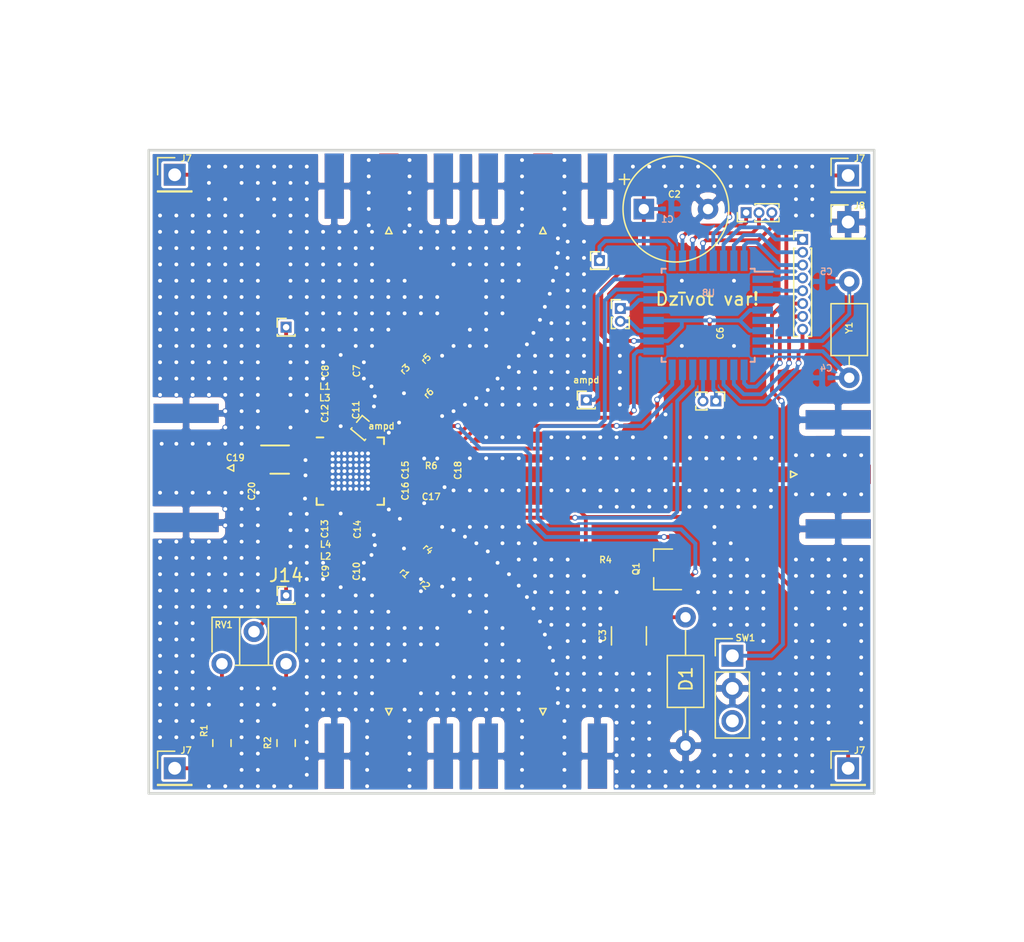
<source format=kicad_pcb>
(kicad_pcb (version 20171130) (host pcbnew "(5.1.8)-1")
  (layers (0 F.Cu signal) (31 B.Cu signal) (34 B.Paste user) (35 F.Paste user) (36 B.SilkS user) (37 F.SilkS user) (38 B.Mask user) (39 F.Mask user) (44 Edge.Cuts user))
  (net 0 "")
  (net 1 GNDREF)
  (net 2 +5V)
  (net 3 "Net-(C3-Pad1)")
  (net 4 "Net-(C4-Pad1)")
  (net 5 "Net-(C5-Pad1)")
  (net 6 "Net-(J1-Pad1)")
  (net 7 "Net-(Q1-Pad2)")
  (net 8 "Net-(R1-Pad2)")
  (net 9 "Net-(R2-Pad1)")
  (net 10 "Net-(R5-Pad2)")
  (net 11 "Net-(RV1-Pad2)")
  (net 12 "Net-(U2-Pad2)")
  (net 13 "Net-(U2-Pad4)")
  (net 14 "Net-(U2-Pad5)")
  (net 15 "Net-(U5-Pad11)")
  (net 16 "Net-(U5-Pad14)")
  (net 17 "Net-(U5-Pad17)")
  (net 18 "Net-(U5-Pad21)")
  (net 19 "Net-(U5-Pad22)")
  (net 20 "Net-(U5-Pad23)")
  (net 21 "Net-(U5-Pad30)")
  (net 22 "Net-(J3-Pad4)")
  (net 23 "Net-(J3-Pad5)")
  (net 24 "Net-(J3-Pad6)")
  (net 25 "Net-(J3-Pad7)")
  (net 26 "Net-(J6-Pad1)")
  (net 27 "Net-(J6-Pad2)")
  (net 28 "Net-(J5-Pad2)")
  (net 29 "Net-(J5-Pad1)")
  (net 30 "Net-(J4-Pad1)")
  (net 31 "Net-(J4-Pad2)")
  (net 32 "Net-(J4-Pad3)")
  (net 33 "Net-(J3-Pad1)")
  (net 34 "Net-(J3-Pad2)")
  (net 35 "Net-(J3-Pad3)")
  (net 36 "Net-(C7-Pad1)")
  (net 37 "Net-(C9-Pad1)")
  (net 38 "Net-(C11-Pad2)")
  (net 39 "Net-(C12-Pad2)")
  (net 40 "Net-(C13-Pad2)")
  (net 41 "Net-(C14-Pad2)")
  (net 42 "Net-(C8-Pad1)")
  (net 43 "Net-(C10-Pad1)")
  (net 44 "Net-(J10-Pad1)")
  (net 45 "Net-(J13-Pad1)")
  (net 46 "Net-(r1-Pad1)")
  (net 47 "Net-(r3-Pad1)")
  (net 48 "Net-(J11-Pad1)")
  (net 49 "Net-(J12-Pad1)")
  (net 50 "Net-(C15-Pad1)")
  (net 51 "Net-(C16-Pad1)")
  (net 52 "Net-(C18-Pad1)")
  (net 53 "Net-(C19-Pad1)")
  (net 54 "Net-(C19-Pad2)")
  (net 55 "Net-(Q1-Pad1)")
  (net 56 "Net-(J3-Pad8)")
  (net 57 "Net-(J14-Pad1)")
  (net 58 "Net-(J15-Pad1)")
  (net 59 "Net-(J16-Pad1)")
  (net 60 "Net-(J17-Pad1)")
  (module Connector_PinHeader_1.00mm:PinHeader_1x01_P1.00mm_Vertical (layer F.Cu) (at 180 114.681)
    (fp_text reference J14 (at 0 -1.56) (layer F.SilkS))
    (fp_text value RF_en)
    (pad 1 thru_hole rect (at 0 0) (size 0.85 0.85) (drill 0.5) (layers *.Cu *.Mask) (net 57 "Net-(J14-Pad1)"))
  )
  (module Connector_PinHeader_1.00mm:PinHeader_1x01_P1.00mm_Vertical (layer F.Cu) (at 204.41 88.6)
    (fp_text reference J15 hide)
    (fp_text value RF_en)
    (pad 1 thru_hole rect (at 0 0) (size 0.85 0.85) (drill 0.5) (layers *.Cu *.Mask) (net 58 "Net-(J15-Pad1)"))
  )
  (module Connector_PinHeader_2.54mm:PinHeader_1x01_P2.54mm_Vertical (layer F.Cu) (at 171.323 128.143)
    (fp_text reference J7 (at 0.889 -1.397) (layer F.SilkS) (effects (font (size 0.5 0.5) (thickness 0.1))))
    (fp_text value Conn_01x01_Male)
    (pad 1 thru_hole rect (at 0 0) (size 1.7 1.7) (drill 1) (layers *.Cu *.Mask) (net 2 +5V))
  )
  (module Connector_PinHeader_2.54mm:PinHeader_1x01_P2.54mm_Vertical (layer F.Cu) (at 171.323 81.915)
    (fp_text reference J7 (at 0.889 -1.27) (layer F.SilkS) (effects (font (size 0.5 0.5) (thickness 0.1))))
    (fp_text value Conn_01x01_Male)
    (pad 1 thru_hole rect (at 0 0) (size 1.7 1.7) (drill 1) (layers *.Cu *.Mask) (net 2 +5V))
  )
  (module Connector_PinHeader_2.54mm:PinHeader_1x01_P2.54mm_Vertical (layer F.Cu) (at 223.774 128.143)
    (fp_text reference J7 (at 0.889 -1.397) (layer F.SilkS) (effects (font (size 0.5 0.5) (thickness 0.1))))
    (fp_text value Conn_01x01_Male)
    (pad 1 thru_hole rect (at 0 0) (size 1.7 1.7) (drill 1) (layers *.Cu *.Mask) (net 2 +5V))
  )
  (module Capacitor_SMD:C_0201_0603Metric (layer F.Cu) (at 212.99 94.25 270)
    (fp_text reference C6 (at 0.01 -0.82 270) (layer F.SilkS) (effects (font (size 0.5 0.5) (thickness 0.1))))
    (fp_text value 100n)
    (pad 1 smd roundrect (at -0.32 0 270) (size 0.46 0.4) (layers F.Cu F.Mask) (net 2 +5V))
    (pad 2 smd roundrect (at 0.32 0 270) (size 0.46 0.4) (layers F.Cu F.Mask) (net 1 GNDREF))
  )
  (module Capacitor_THT:CP_Radial_Tantal_D8.0mm_P5.00mm (layer F.Cu) (at 207.86 84.59)
    (fp_text reference C2 (at 2.38 -1.15) (layer F.SilkS) (effects (font (size 0.5 0.5) (thickness 0.1))))
    (fp_text value 4u7)
    (pad 1 thru_hole rect (at 0 0) (size 1.6 1.6) (drill 0.8) (layers *.Cu *.Mask) (net 2 +5V))
    (pad 2 thru_hole circle (at 5 0) (size 1.6 1.6) (drill 0.8) (layers *.Cu *.Mask) (net 1 GNDREF))
  )
  (module Capacitor_THT:C_Axial_L3.8mm_D2.6mm_P10.00mm_Horizontal (layer F.Cu) (at 211.11 116.38 270)
    (fp_text reference D1 (at 4.81 -0.03 90) (layer F.SilkS))
    (fp_text value D_z_3V3)
    (pad 1 thru_hole circle (at 0 0 270) (size 1.6 1.6) (drill 0.8) (layers *.Cu *.Mask) (net 3 "Net-(C3-Pad1)"))
    (pad 2 thru_hole oval (at 10 0 270) (size 1.6 1.6) (drill 0.8) (layers *.Cu *.Mask) (net 1 GNDREF))
  )
  (module Connector_Coaxial:SMA_Amphenol_132289_EdgeMount (layer F.Cu) (at 223 105.25)
    (fp_text reference J2 hide)
    (fp_text value "SMA_Rohde&Schwarz 6500MHz")
    (pad 2 smd rect (at 0 4.25 90) (size 1.5 5.08) (layers B.Cu B.Paste B.Mask) (net 1 GNDREF))
    (pad 2 smd rect (at 0 -4.25 90) (size 1.5 5.08) (layers B.Cu B.Paste B.Mask) (net 1 GNDREF))
    (pad 2 smd rect (at 0 4.25 90) (size 1.5 5.08) (layers F.Cu F.Paste F.Mask) (net 1 GNDREF))
    (pad 2 smd rect (at 0 -4.25 90) (size 1.5 5.08) (layers F.Cu F.Paste F.Mask) (net 1 GNDREF))
    (pad 1 smd rect (at 0 0 90) (size 1.5 5.08) (layers F.Cu F.Paste F.Mask) (net 52 "Net-(C18-Pad1)"))
  )
  (module Connector_PinHeader_2.54mm:PinHeader_1x01_P2.54mm_Vertical (layer F.Cu) (at 223.774 81.97)
    (fp_text reference J7 (at 0.889 -1.325) (layer F.SilkS) (effects (font (size 0.5 0.5) (thickness 0.1))))
    (fp_text value Conn_01x01_Male)
    (pad 1 thru_hole rect (at 0 0) (size 1.7 1.7) (drill 1) (layers *.Cu *.Mask) (net 2 +5V))
  )
  (module Connector_PinHeader_2.54mm:PinHeader_1x01_P2.54mm_Vertical (layer F.Cu) (at 223.774 85.598)
    (fp_text reference J8 (at 0.889 -1.27) (layer F.SilkS) (effects (font (size 0.5 0.5) (thickness 0.1))))
    (fp_text value Conn_01x01_Male)
    (pad 1 thru_hole rect (at 0 0) (size 1.7 1.7) (drill 1) (layers *.Cu *.Mask) (net 1 GNDREF))
  )
  (module Capacitor_SMD:C_0805_2012Metric_Pad1.15x1.40mm_HandSolder (layer F.Cu) (at 175 126.18 90)
    (fp_text reference R1 (at 0.958 -1.391 90) (layer F.SilkS) (effects (font (size 0.5 0.5) (thickness 0.1))))
    (fp_text value R)
    (pad 2 smd roundrect (at 1.025 0 90) (size 1.15 1.4) (layers F.Cu F.Paste F.Mask) (roundrect_rratio 0.217391) (net 8 "Net-(R1-Pad2)"))
    (pad 1 smd roundrect (at -1.025 0 90) (size 1.15 1.4) (layers F.Cu F.Paste F.Mask) (roundrect_rratio 0.217391) (net 2 +5V))
  )
  (module Capacitor_SMD:C_0805_2012Metric_Pad1.15x1.40mm_HandSolder (layer F.Cu) (at 180 126.18 270)
    (fp_text reference R2 (at -0.02 1.438 90) (layer F.SilkS) (effects (font (size 0.5 0.5) (thickness 0.1))))
    (fp_text value R)
    (pad 2 smd roundrect (at 1.025 0 270) (size 1.15 1.4) (layers F.Cu F.Paste F.Mask) (roundrect_rratio 0.217391) (net 1 GNDREF))
    (pad 1 smd roundrect (at -1.025 0 270) (size 1.15 1.4) (layers F.Cu F.Paste F.Mask) (roundrect_rratio 0.217391) (net 9 "Net-(R2-Pad1)"))
  )
  (module Potentiometer_THT:Potentiometer_ACP_CA6-H2,5_Horizontal (layer F.Cu) (at 175 120 90)
    (fp_text reference RV1 (at 3.033 0.133 180) (layer F.SilkS) (effects (font (size 0.5 0.5) (thickness 0.1))))
    (fp_text value R_POT)
    (pad 3 thru_hole circle (at 0 5 90) (size 1.62 1.62) (drill 0.9) (layers *.Cu *.Mask) (net 9 "Net-(R2-Pad1)"))
    (pad 2 thru_hole circle (at 2.5 2.5 90) (size 1.62 1.62) (drill 0.9) (layers *.Cu *.Mask) (net 11 "Net-(RV1-Pad2)"))
    (pad 1 thru_hole circle (at 0 0 90) (size 1.62 1.62) (drill 0.9) (layers *.Cu *.Mask) (net 8 "Net-(R1-Pad2)"))
  )
  (module Package_DFN_QFN:DFN-6-1EP_2x2mm_P0.65mm_EP1x1.6mm (layer F.Cu) (at 179.5 104.1)
    (fp_text reference U2 hide)
    (fp_text value GRF2101)
    (pad 1 smd rect (at -1.05 -0.65) (size 0.65 0.35) (layers F.Cu F.Paste F.Mask) (net 2 +5V))
    (pad 2 smd rect (at -1.05 0) (size 0.65 0.35) (layers F.Cu F.Paste F.Mask) (net 12 "Net-(U2-Pad2)"))
    (pad 3 smd rect (at -1.05 0.65) (size 0.65 0.35) (layers F.Cu F.Paste F.Mask) (net 53 "Net-(C19-Pad1)"))
    (pad 4 smd rect (at 1.05 0.65) (size 0.65 0.35) (layers F.Cu F.Paste F.Mask) (net 13 "Net-(U2-Pad4)"))
    (pad 5 smd rect (at 1.05 0) (size 0.65 0.35) (layers F.Cu F.Paste F.Mask) (net 14 "Net-(U2-Pad5)"))
    (pad 6 smd rect (at 1.05 -0.65) (size 0.65 0.35) (layers F.Cu F.Paste F.Mask) (net 2 +5V))
    (pad 7 smd rect (at 0 0) (size 1 1.6) (layers F.Cu F.Mask) (net 1 GNDREF))
  )
  (module Package_CSP:LFCSP-32-1EP_5x5mm_P0.5mm_EP3.25x3.25mm (layer F.Cu) (at 185 105)
    (fp_text reference U5 hide)
    (fp_text value LTC5594IUH)
    (pad 1 smd rect (at -2.4 -1.75) (size 0.8 0.3) (layers F.Cu F.Paste F.Mask) (net 1 GNDREF))
    (pad 2 smd rect (at -2.4 -1.25) (size 0.8 0.3) (layers F.Cu F.Paste F.Mask) (net 6 "Net-(J1-Pad1)"))
    (pad 3 smd rect (at -2.4 -0.75) (size 0.8 0.3) (layers F.Cu F.Paste F.Mask) (net 1 GNDREF))
    (pad 4 smd rect (at -2.4 -0.25) (size 0.8 0.3) (layers F.Cu F.Paste F.Mask) (net 13 "Net-(U2-Pad4)"))
    (pad 5 smd rect (at -2.4 0.25) (size 0.8 0.3) (layers F.Cu F.Paste F.Mask) (net 1 GNDREF))
    (pad 6 smd rect (at -2.4 0.75) (size 0.8 0.3) (layers F.Cu F.Paste F.Mask) (net 11 "Net-(RV1-Pad2)"))
    (pad 7 smd rect (at -2.4 1.25) (size 0.8 0.3) (layers F.Cu F.Paste F.Mask) (net 57 "Net-(J14-Pad1)"))
    (pad 8 smd rect (at -2.4 1.75) (size 0.8 0.3) (layers F.Cu F.Paste F.Mask) (net 1 GNDREF))
    (pad 9 smd rect (at -1.75 2.4 90) (size 0.8 0.3) (layers F.Cu F.Paste F.Mask) (net 37 "Net-(C9-Pad1)"))
    (pad 10 smd rect (at -1.25 2.4 90) (size 0.8 0.3) (layers F.Cu F.Paste F.Mask) (net 40 "Net-(C13-Pad2)"))
    (pad 11 smd rect (at -0.75 2.4 90) (size 0.8 0.3) (layers F.Cu F.Paste F.Mask) (net 15 "Net-(U5-Pad11)"))
    (pad 12 smd rect (at -0.25 2.4 90) (size 0.8 0.3) (layers F.Cu F.Paste F.Mask) (net 41 "Net-(C14-Pad2)"))
    (pad 13 smd rect (at 0.25 2.4 90) (size 0.8 0.3) (layers F.Cu F.Paste F.Mask) (net 43 "Net-(C10-Pad1)"))
    (pad 14 smd rect (at 0.75 2.4 90) (size 0.8 0.3) (layers F.Cu F.Paste F.Mask) (net 16 "Net-(U5-Pad14)"))
    (pad 15 smd rect (at 1.25 2.4 90) (size 0.8 0.3) (layers F.Cu F.Paste F.Mask) (net 48 "Net-(J11-Pad1)"))
    (pad 16 smd rect (at 1.75 2.4 90) (size 0.8 0.3) (layers F.Cu F.Paste F.Mask) (net 45 "Net-(J13-Pad1)"))
    (pad 17 smd rect (at 2.4 1.75) (size 0.8 0.3) (layers F.Cu F.Paste F.Mask) (net 17 "Net-(U5-Pad17)"))
    (pad 18 smd rect (at 2.4 1.25) (size 0.8 0.3) (layers F.Cu F.Paste F.Mask) (net 2 +5V))
    (pad 19 smd rect (at 2.4 0.75) (size 0.8 0.3) (layers F.Cu F.Paste F.Mask) (net 51 "Net-(C16-Pad1)"))
    (pad 20 smd rect (at 2.4 0.25) (size 0.8 0.3) (layers F.Cu F.Paste F.Mask) (net 50 "Net-(C15-Pad1)"))
    (pad 21 smd rect (at 2.4 -0.25) (size 0.8 0.3) (layers F.Cu F.Paste F.Mask) (net 18 "Net-(U5-Pad21)"))
    (pad 22 smd rect (at 2.4 -0.75) (size 0.8 0.3) (layers F.Cu F.Paste F.Mask) (net 19 "Net-(U5-Pad22)"))
    (pad 23 smd rect (at 2.4 -1.25) (size 0.8 0.3) (layers F.Cu F.Paste F.Mask) (net 20 "Net-(U5-Pad23)"))
    (pad 24 smd rect (at 2.4 -1.75) (size 0.8 0.3) (layers F.Cu F.Paste F.Mask) (net 7 "Net-(Q1-Pad2)"))
    (pad 25 smd rect (at 1.75 -2.4 90) (size 0.8 0.3) (layers F.Cu F.Paste F.Mask) (net 49 "Net-(J12-Pad1)"))
    (pad 26 smd rect (at 1.25 -2.4 90) (size 0.8 0.3) (layers F.Cu F.Paste F.Mask) (net 44 "Net-(J10-Pad1)"))
    (pad 27 smd rect (at 0.75 -2.4 90) (size 0.8 0.3) (layers F.Cu F.Paste F.Mask) (net 59 "Net-(J16-Pad1)"))
    (pad 28 smd rect (at 0.25 -2.4 90) (size 0.8 0.3) (layers F.Cu F.Paste F.Mask) (net 36 "Net-(C7-Pad1)"))
    (pad 29 smd rect (at -0.25 -2.4 90) (size 0.8 0.3) (layers F.Cu F.Paste F.Mask) (net 38 "Net-(C11-Pad2)"))
    (pad 30 smd rect (at -0.75 -2.4 90) (size 0.8 0.3) (layers F.Cu F.Paste F.Mask) (net 21 "Net-(U5-Pad30)"))
    (pad 31 smd rect (at -1.25 -2.4 90) (size 0.8 0.3) (layers F.Cu F.Paste F.Mask) (net 39 "Net-(C12-Pad2)"))
    (pad 32 smd rect (at -1.75 -2.4 90) (size 0.8 0.3) (layers F.Cu F.Paste F.Mask) (net 42 "Net-(C8-Pad1)"))
    (pad 33 smd rect (at 0 0) (size 3.25 3.25) (layers F.Cu F.Mask) (net 1 GNDREF))
  )
  (module Package_QFP:TQFP-32_7x7mm_P0.8mm (layer B.Cu) (at 212.87 92.86 180)
    (fp_text reference U8 (at -0.03 1.75 180) (layer B.SilkS) (effects (font (size 0.5 0.5) (thickness 0.1)) (justify mirror)))
    (fp_text value ATmega328P-AU)
    (pad 1 smd rect (at -4.25 2.8 180) (size 1.6 0.55) (layers B.Cu B.Paste B.Mask) (net 22 "Net-(J3-Pad4)"))
    (pad 2 smd rect (at -4.25 2 180) (size 1.6 0.55) (layers B.Cu B.Paste B.Mask) (net 23 "Net-(J3-Pad5)"))
    (pad 3 smd rect (at -4.25 1.2 180) (size 1.6 0.55) (layers B.Cu B.Paste B.Mask) (net 1 GNDREF))
    (pad 4 smd rect (at -4.25 0.4 180) (size 1.6 0.55) (layers B.Cu B.Paste B.Mask) (net 2 +5V))
    (pad 5 smd rect (at -4.25 -0.4 180) (size 1.6 0.55) (layers B.Cu B.Paste B.Mask) (net 1 GNDREF))
    (pad 6 smd rect (at -4.25 -1.2 180) (size 1.6 0.55) (layers B.Cu B.Paste B.Mask) (net 2 +5V))
    (pad 7 smd rect (at -4.25 -2 180) (size 1.6 0.55) (layers B.Cu B.Paste B.Mask) (net 5 "Net-(C5-Pad1)"))
    (pad 8 smd rect (at -4.25 -2.8 180) (size 1.6 0.55) (layers B.Cu B.Paste B.Mask) (net 4 "Net-(C4-Pad1)"))
    (pad 9 smd rect (at -2.8 -4.25 90) (size 1.6 0.55) (layers B.Cu B.Paste B.Mask) (net 24 "Net-(J3-Pad6)"))
    (pad 10 smd rect (at -2 -4.25 90) (size 1.6 0.55) (layers B.Cu B.Paste B.Mask) (net 25 "Net-(J3-Pad7)"))
    (pad 11 smd rect (at -1.2 -4.25 90) (size 1.6 0.55) (layers B.Cu B.Paste B.Mask) (net 56 "Net-(J3-Pad8)"))
    (pad 12 smd rect (at -0.4 -4.25 90) (size 1.6 0.55) (layers B.Cu B.Paste B.Mask) (net 26 "Net-(J6-Pad1)"))
    (pad 13 smd rect (at 0.4 -4.25 90) (size 1.6 0.55) (layers B.Cu B.Paste B.Mask) (net 27 "Net-(J6-Pad2)"))
    (pad 14 smd rect (at 1.2 -4.25 90) (size 1.6 0.55) (layers B.Cu B.Paste B.Mask) (net 17 "Net-(U5-Pad17)"))
    (pad 15 smd rect (at 2 -4.25 90) (size 1.6 0.55) (layers B.Cu B.Paste B.Mask) (net 19 "Net-(U5-Pad22)"))
    (pad 16 smd rect (at 2.8 -4.25 90) (size 1.6 0.55) (layers B.Cu B.Paste B.Mask) (net 18 "Net-(U5-Pad21)"))
    (pad 17 smd rect (at 4.25 -2.8 180) (size 1.6 0.55) (layers B.Cu B.Paste B.Mask) (net 20 "Net-(U5-Pad23)"))
    (pad 18 smd rect (at 4.25 -2 180) (size 1.6 0.55) (layers B.Cu B.Paste B.Mask) (net 2 +5V))
    (pad 19 smd rect (at 4.25 -1.2 180) (size 1.6 0.55) (layers B.Cu B.Paste B.Mask) (net 28 "Net-(J5-Pad2)"))
    (pad 20 smd rect (at 4.25 -0.4 180) (size 1.6 0.55) (layers B.Cu B.Paste B.Mask) (net 2 +5V))
    (pad 21 smd rect (at 4.25 0.4 180) (size 1.6 0.55) (layers B.Cu B.Paste B.Mask) (net 1 GNDREF))
    (pad 22 smd rect (at 4.25 1.2 180) (size 1.6 0.55) (layers B.Cu B.Paste B.Mask) (net 29 "Net-(J5-Pad1)"))
    (pad 23 smd rect (at 4.25 2 180) (size 1.6 0.55) (layers B.Cu B.Paste B.Mask) (net 55 "Net-(Q1-Pad1)"))
    (pad 24 smd rect (at 4.25 2.8 180) (size 1.6 0.55) (layers B.Cu B.Paste B.Mask) (net 60 "Net-(J17-Pad1)"))
    (pad 25 smd rect (at 2.8 4.25 90) (size 1.6 0.55) (layers B.Cu B.Paste B.Mask) (net 58 "Net-(J15-Pad1)"))
    (pad 26 smd rect (at 2 4.25 90) (size 1.6 0.55) (layers B.Cu B.Paste B.Mask) (net 30 "Net-(J4-Pad1)"))
    (pad 27 smd rect (at 1.2 4.25 90) (size 1.6 0.55) (layers B.Cu B.Paste B.Mask) (net 31 "Net-(J4-Pad2)"))
    (pad 28 smd rect (at 0.4 4.25 90) (size 1.6 0.55) (layers B.Cu B.Paste B.Mask) (net 32 "Net-(J4-Pad3)"))
    (pad 29 smd rect (at -0.4 4.25 90) (size 1.6 0.55) (layers B.Cu B.Paste B.Mask) (net 10 "Net-(R5-Pad2)"))
    (pad 30 smd rect (at -1.2 4.25 90) (size 1.6 0.55) (layers B.Cu B.Paste B.Mask) (net 33 "Net-(J3-Pad1)"))
    (pad 31 smd rect (at -2 4.25 90) (size 1.6 0.55) (layers B.Cu B.Paste B.Mask) (net 34 "Net-(J3-Pad2)"))
    (pad 32 smd rect (at -2.8 4.25 90) (size 1.6 0.55) (layers B.Cu B.Paste B.Mask) (net 35 "Net-(J3-Pad3)"))
  )
  (module Capacitor_THT:C_Axial_L3.8mm_D2.6mm_P7.50mm_Horizontal (layer F.Cu) (at 223.86 90.23 270)
    (fp_text reference Y1 (at 3.61 0.01 90) (layer F.SilkS) (effects (font (size 0.5 0.5) (thickness 0.1))))
    (fp_text value 16MHz)
    (pad 1 thru_hole circle (at 0 0 270) (size 1.6 1.6) (drill 0.8) (layers *.Cu *.Mask) (net 5 "Net-(C5-Pad1)"))
    (pad 2 thru_hole oval (at 7.5 0 270) (size 1.6 1.6) (drill 0.8) (layers *.Cu *.Mask) (net 4 "Net-(C4-Pad1)"))
  )
  (module Connector_Coaxial:SMA_Amphenol_132289_EdgeMount (layer F.Cu) (at 188 82.8 90)
    (fp_text reference J10 hide)
    (fp_text value Connector_Conn_01x02_Female)
    (pad 2 smd rect (at 0 4.25 180) (size 1.5 5.08) (layers B.Cu B.Paste B.Mask) (net 1 GNDREF))
    (pad 2 smd rect (at 0 -4.25 180) (size 1.5 5.08) (layers B.Cu B.Paste B.Mask) (net 1 GNDREF))
    (pad 2 smd rect (at 0 4.25 180) (size 1.5 5.08) (layers F.Cu F.Paste F.Mask) (net 1 GNDREF))
    (pad 2 smd rect (at 0 -4.25 180) (size 1.5 5.08) (layers F.Cu F.Paste F.Mask) (net 1 GNDREF))
    (pad 1 smd rect (at 0 0 180) (size 1.5 5.08) (layers F.Cu F.Paste F.Mask) (net 44 "Net-(J10-Pad1)"))
  )
  (module Connector_Coaxial:SMA_Amphenol_132289_EdgeMount (layer F.Cu) (at 188 127.2 270)
    (fp_text reference J11 hide)
    (fp_text value Connector_Conn_01x02_Female)
    (pad 1 smd rect (at 0 0) (size 1.5 5.08) (layers F.Cu F.Paste F.Mask) (net 48 "Net-(J11-Pad1)"))
    (pad 2 smd rect (at 0 -4.25) (size 1.5 5.08) (layers F.Cu F.Paste F.Mask) (net 1 GNDREF))
    (pad 2 smd rect (at 0 4.25) (size 1.5 5.08) (layers F.Cu F.Paste F.Mask) (net 1 GNDREF))
    (pad 2 smd rect (at 0 -4.25) (size 1.5 5.08) (layers B.Cu B.Paste B.Mask) (net 1 GNDREF))
    (pad 2 smd rect (at 0 4.25) (size 1.5 5.08) (layers B.Cu B.Paste B.Mask) (net 1 GNDREF))
  )
  (module Connector_Coaxial:SMA_Amphenol_132289_EdgeMount (layer F.Cu) (at 200 82.8 90)
    (fp_text reference J12 hide)
    (fp_text value Connector_Conn_01x02_Female)
    (pad 2 smd rect (at 0 4.25 180) (size 1.5 5.08) (layers B.Cu B.Paste B.Mask) (net 1 GNDREF))
    (pad 2 smd rect (at 0 -4.25 180) (size 1.5 5.08) (layers B.Cu B.Paste B.Mask) (net 1 GNDREF))
    (pad 2 smd rect (at 0 4.25 180) (size 1.5 5.08) (layers F.Cu F.Paste F.Mask) (net 1 GNDREF))
    (pad 2 smd rect (at 0 -4.25 180) (size 1.5 5.08) (layers F.Cu F.Paste F.Mask) (net 1 GNDREF))
    (pad 1 smd rect (at 0 0 180) (size 1.5 5.08) (layers F.Cu F.Paste F.Mask) (net 49 "Net-(J12-Pad1)"))
  )
  (module Connector_Coaxial:SMA_Amphenol_132289_EdgeMount (layer F.Cu) (at 200 127.2 270)
    (fp_text reference J13 hide)
    (fp_text value Connector_Conn_01x02_Female)
    (pad 1 smd rect (at 0 0) (size 1.5 5.08) (layers F.Cu F.Paste F.Mask) (net 45 "Net-(J13-Pad1)"))
    (pad 2 smd rect (at 0 -4.25) (size 1.5 5.08) (layers F.Cu F.Paste F.Mask) (net 1 GNDREF))
    (pad 2 smd rect (at 0 4.25) (size 1.5 5.08) (layers F.Cu F.Paste F.Mask) (net 1 GNDREF))
    (pad 2 smd rect (at 0 -4.25) (size 1.5 5.08) (layers B.Cu B.Paste B.Mask) (net 1 GNDREF))
    (pad 2 smd rect (at 0 4.25) (size 1.5 5.08) (layers B.Cu B.Paste B.Mask) (net 1 GNDREF))
  )
  (module Capacitor_SMD:C_0201_0603Metric (layer F.Cu) (at 184.7 97.2 90)
    (fp_text reference C7 (at 0 0.8 90) (layer F.SilkS) (effects (font (size 0.5 0.5) (thickness 0.1))))
    (fp_text value 0p885)
    (pad 2 smd roundrect (at 0.32 0 90) (size 0.46 0.4) (layers F.Cu F.Mask) (net 1 GNDREF))
    (pad 1 smd roundrect (at -0.32 0 90) (size 0.46 0.4) (layers F.Cu F.Mask) (net 36 "Net-(C7-Pad1)"))
  )
  (module Capacitor_SMD:C_0201_0603Metric (layer F.Cu) (at 183.8 97.2 90)
    (fp_text reference C8 (at -0.01 -0.75 90) (layer F.SilkS) (effects (font (size 0.5 0.5) (thickness 0.1))))
    (fp_text value 0p885)
    (pad 1 smd roundrect (at -0.32 0 90) (size 0.46 0.4) (layers F.Cu F.Mask) (net 42 "Net-(C8-Pad1)"))
    (pad 2 smd roundrect (at 0.32 0 90) (size 0.46 0.4) (layers F.Cu F.Mask) (net 1 GNDREF))
  )
  (module Capacitor_SMD:C_0201_0603Metric (layer F.Cu) (at 183.8 112.8 270)
    (fp_text reference C9 (at 0 0.7295 270) (layer F.SilkS) (effects (font (size 0.5 0.5) (thickness 0.1))))
    (fp_text value 0p885)
    (pad 2 smd roundrect (at 0.32 0 270) (size 0.46 0.4) (layers F.Cu F.Mask) (net 1 GNDREF))
    (pad 1 smd roundrect (at -0.32 0 270) (size 0.46 0.4) (layers F.Cu F.Mask) (net 37 "Net-(C9-Pad1)"))
  )
  (module Capacitor_SMD:C_0201_0603Metric (layer F.Cu) (at 184.7 112.8 270)
    (fp_text reference C10 (at 0 -0.7835 270) (layer F.SilkS) (effects (font (size 0.5 0.5) (thickness 0.1))))
    (fp_text value 0p885)
    (pad 1 smd roundrect (at -0.32 0 270) (size 0.46 0.4) (layers F.Cu F.Mask) (net 43 "Net-(C10-Pad1)"))
    (pad 2 smd roundrect (at 0.32 0 270) (size 0.46 0.4) (layers F.Cu F.Mask) (net 1 GNDREF))
  )
  (module Capacitor_SMD:C_0201_0603Metric (layer F.Cu) (at 184.7 100.5 90)
    (fp_text reference C11 (at 0.27 0.74 90) (layer F.SilkS) (effects (font (size 0.5 0.5) (thickness 0.1))))
    (fp_text value 0p885)
    (pad 2 smd roundrect (at 0.32 0 90) (size 0.46 0.4) (layers F.Cu F.Mask) (net 38 "Net-(C11-Pad2)"))
    (pad 1 smd roundrect (at -0.32 0 90) (size 0.46 0.4) (layers F.Cu F.Mask) (net 1 GNDREF))
  )
  (module Capacitor_SMD:C_0201_0603Metric (layer F.Cu) (at 183.8 100.5 90)
    (fp_text reference C12 (at -0.01 -0.78 90) (layer F.SilkS) (effects (font (size 0.5 0.5) (thickness 0.1))))
    (fp_text value 0p885)
    (pad 1 smd roundrect (at -0.32 0 90) (size 0.46 0.4) (layers F.Cu F.Mask) (net 1 GNDREF))
    (pad 2 smd roundrect (at 0.32 0 90) (size 0.46 0.4) (layers F.Cu F.Mask) (net 39 "Net-(C12-Pad2)"))
  )
  (module Capacitor_SMD:C_0201_0603Metric (layer F.Cu) (at 183.8 109.5 270)
    (fp_text reference C13 (at 0 0.793 270) (layer F.SilkS) (effects (font (size 0.5 0.5) (thickness 0.1))))
    (fp_text value 0p885)
    (pad 2 smd roundrect (at 0.32 0 270) (size 0.46 0.4) (layers F.Cu F.Mask) (net 40 "Net-(C13-Pad2)"))
    (pad 1 smd roundrect (at -0.32 0 270) (size 0.46 0.4) (layers F.Cu F.Mask) (net 1 GNDREF))
  )
  (module Capacitor_SMD:C_0201_0603Metric (layer F.Cu) (at 184.7 109.5 270)
    (fp_text reference C14 (at 0.0375 -0.847 270) (layer F.SilkS) (effects (font (size 0.5 0.5) (thickness 0.1))))
    (fp_text value 0p885)
    (pad 1 smd roundrect (at -0.32 0 270) (size 0.46 0.4) (layers F.Cu F.Mask) (net 1 GNDREF))
    (pad 2 smd roundrect (at 0.32 0 270) (size 0.46 0.4) (layers F.Cu F.Mask) (net 41 "Net-(C14-Pad2)"))
  )
  (module Capacitor_SMD:C_0201_0603Metric (layer F.Cu) (at 190.03 104.93 90)
    (fp_text reference C15 (at 0.01 -0.75 90) (layer F.SilkS) (effects (font (size 0.5 0.5) (thickness 0.1))))
    (fp_text value 0p3)
    (pad 1 smd roundrect (at -0.32 0 90) (size 0.46 0.4) (layers F.Cu F.Mask) (net 50 "Net-(C15-Pad1)"))
    (pad 2 smd roundrect (at 0.32 0 90) (size 0.46 0.4) (layers F.Cu F.Mask) (net 1 GNDREF))
  )
  (module Capacitor_SMD:C_0201_0603Metric (layer F.Cu) (at 190.03 106.57 270)
    (fp_text reference C16 (at -0.01 0.75 90) (layer F.SilkS) (effects (font (size 0.5 0.5) (thickness 0.1))))
    (fp_text value 0p3)
    (pad 2 smd roundrect (at 0.32 0 270) (size 0.46 0.4) (layers F.Cu F.Mask) (net 1 GNDREF))
    (pad 1 smd roundrect (at -0.32 0 270) (size 0.46 0.4) (layers F.Cu F.Mask) (net 51 "Net-(C16-Pad1)"))
  )
  (module Capacitor_SMD:C_0201_0603Metric (layer F.Cu) (at 191.3 106.25 180)
    (fp_text reference C17 (at 0 -0.74 180) (layer F.SilkS) (effects (font (size 0.5 0.5) (thickness 0.1))))
    (fp_text value 1n)
    (pad 1 smd roundrect (at -0.32 0 180) (size 0.46 0.4) (layers F.Cu F.Mask) (net 1 GNDREF))
    (pad 2 smd roundrect (at 0.32 0 180) (size 0.46 0.4) (layers F.Cu F.Mask) (net 51 "Net-(C16-Pad1)"))
  )
  (module Capacitor_SMD:C_0201_0603Metric (layer F.Cu) (at 192.56 104.93 90)
    (fp_text reference C18 (at -0.01 0.82 90) (layer F.SilkS) (effects (font (size 0.5 0.5) (thickness 0.1))))
    (fp_text value 1n)
    (pad 1 smd roundrect (at -0.32 0 90) (size 0.46 0.4) (layers F.Cu F.Mask) (net 52 "Net-(C18-Pad1)"))
    (pad 2 smd roundrect (at 0.32 0 90) (size 0.46 0.4) (layers F.Cu F.Mask) (net 1 GNDREF))
  )
  (module Capacitor_SMD:C_0201_0603Metric (layer F.Cu) (at 184.25 98.4 180)
    (fp_text reference L1 (at 1.23 0 180) (layer F.SilkS) (effects (font (size 0.5 0.5) (thickness 0.1))))
    (fp_text value 2n114)
    (pad 2 smd roundrect (at 0.32 0 180) (size 0.46 0.4) (layers F.Cu F.Mask) (net 42 "Net-(C8-Pad1)"))
    (pad 1 smd roundrect (at -0.32 0 180) (size 0.46 0.4) (layers F.Cu F.Mask) (net 36 "Net-(C7-Pad1)"))
  )
  (module Capacitor_SMD:C_0201_0603Metric (layer F.Cu) (at 184.25 111.6)
    (fp_text reference L2 (at -1.1795 0.033) (layer F.SilkS) (effects (font (size 0.5 0.5) (thickness 0.1))))
    (fp_text value 2n114)
    (pad 2 smd roundrect (at 0.32 0) (size 0.46 0.4) (layers F.Cu F.Mask) (net 43 "Net-(C10-Pad1)"))
    (pad 1 smd roundrect (at -0.32 0) (size 0.46 0.4) (layers F.Cu F.Mask) (net 37 "Net-(C9-Pad1)"))
  )
  (module Capacitor_SMD:C_0201_0603Metric (layer F.Cu) (at 184.25 99.3 180)
    (fp_text reference L3 (at 1.24 0 180) (layer F.SilkS) (effects (font (size 0.5 0.5) (thickness 0.1))))
    (fp_text value 2n114)
    (pad 1 smd roundrect (at -0.32 0 180) (size 0.46 0.4) (layers F.Cu F.Mask) (net 38 "Net-(C11-Pad2)"))
    (pad 2 smd roundrect (at 0.32 0 180) (size 0.46 0.4) (layers F.Cu F.Mask) (net 39 "Net-(C12-Pad2)"))
  )
  (module Capacitor_SMD:C_0201_0603Metric (layer F.Cu) (at 184.25 110.7)
    (fp_text reference L4 (at -1.18 0) (layer F.SilkS) (effects (font (size 0.5 0.5) (thickness 0.1))))
    (fp_text value 2n114)
    (pad 1 smd roundrect (at -0.32 0) (size 0.46 0.4) (layers F.Cu F.Mask) (net 40 "Net-(C13-Pad2)"))
    (pad 2 smd roundrect (at 0.32 0) (size 0.46 0.4) (layers F.Cu F.Mask) (net 41 "Net-(C14-Pad2)"))
  )
  (module Capacitor_SMD:C_0201_0603Metric (layer F.Cu) (at 189.7634 112.4204 135)
    (fp_text reference r1 (at 0.000409 -0.745289 135) (layer F.SilkS) (effects (font (size 0.5 0.5) (thickness 0.1))))
    (fp_text value 49R9)
    (pad 2 smd roundrect (at 0.32 0 135) (size 0.46 0.4) (layers F.Cu F.Mask) (net 48 "Net-(J11-Pad1)"))
    (pad 1 smd roundrect (at -0.32 0 135) (size 0.46 0.4) (layers F.Cu F.Mask) (net 46 "Net-(r1-Pad1)"))
  )
  (module Capacitor_SMD:C_0201_0603Metric (layer F.Cu) (at 191.3636 113.2078 135)
    (fp_text reference r2 (at -0.047706 -0.830335 135) (layer F.SilkS) (effects (font (size 0.5 0.5) (thickness 0.1))))
    (fp_text value 49R9)
    (pad 2 smd roundrect (at 0.32 0 135) (size 0.46 0.4) (layers F.Cu F.Mask) (net 46 "Net-(r1-Pad1)"))
    (pad 1 smd roundrect (at -0.32 0 135) (size 0.46 0.4) (layers F.Cu F.Mask) (net 1 GNDREF))
  )
  (module Capacitor_SMD:C_0201_0603Metric (layer F.Cu) (at 190.5508 111.633 135)
    (fp_text reference r4 (at 0.043134 0.75046 135) (layer F.SilkS) (effects (font (size 0.5 0.5) (thickness 0.1))))
    (fp_text value 49R9)
    (pad 1 smd roundrect (at -0.32 0 135) (size 0.46 0.4) (layers F.Cu F.Mask) (net 46 "Net-(r1-Pad1)"))
    (pad 2 smd roundrect (at 0.32 0 135) (size 0.46 0.4) (layers F.Cu F.Mask) (net 45 "Net-(J13-Pad1)"))
  )
  (module Capacitor_SMD:C_0201_0603Metric (layer F.Cu) (at 191.3 105.25 180)
    (fp_text reference R6 (at 0 0.67 180) (layer F.SilkS) (effects (font (size 0.5 0.5) (thickness 0.1))))
    (fp_text value 50R)
    (pad 2 smd roundrect (at 0.32 0 180) (size 0.46 0.4) (layers F.Cu F.Mask) (net 50 "Net-(C15-Pad1)"))
    (pad 1 smd roundrect (at -0.32 0 180) (size 0.46 0.4) (layers F.Cu F.Mask) (net 52 "Net-(C18-Pad1)"))
  )
  (module Capacitor_SMD:C_0201_0603Metric (layer F.Cu) (at 189.738 97.5614 225)
    (fp_text reference r3 (at -0.000458 0.693758 45) (layer F.SilkS) (effects (font (size 0.5 0.5) (thickness 0.1))))
    (fp_text value 49R9)
    (pad 2 smd roundrect (at 0.32 0 225) (size 0.46 0.4) (layers F.Cu F.Mask) (net 44 "Net-(J10-Pad1)"))
    (pad 1 smd roundrect (at -0.32 0 225) (size 0.46 0.4) (layers F.Cu F.Mask) (net 47 "Net-(r3-Pad1)"))
  )
  (module Capacitor_SMD:C_0201_0603Metric (layer F.Cu) (at 191.389 96.774 225)
    (fp_text reference r5 (at -0.010429 0.721936 45) (layer F.SilkS) (effects (font (size 0.5 0.5) (thickness 0.1))))
    (fp_text value 49R9)
    (pad 2 smd roundrect (at 0.32 0 225) (size 0.46 0.4) (layers F.Cu F.Mask) (net 47 "Net-(r3-Pad1)"))
    (pad 1 smd roundrect (at -0.32 0 225) (size 0.46 0.4) (layers F.Cu F.Mask) (net 1 GNDREF))
  )
  (module Capacitor_SMD:C_0201_0603Metric (layer F.Cu) (at 190.5762 98.3996 225)
    (fp_text reference r6 (at 0.024473 -0.749601 45) (layer F.SilkS) (effects (font (size 0.5 0.5) (thickness 0.1))))
    (fp_text value 49R9)
    (pad 1 smd roundrect (at -0.32 0 225) (size 0.46 0.4) (layers F.Cu F.Mask) (net 47 "Net-(r3-Pad1)"))
    (pad 2 smd roundrect (at 0.32 0 225) (size 0.46 0.4) (layers F.Cu F.Mask) (net 49 "Net-(J12-Pad1)"))
  )
  (module Connector_PinHeader_1.00mm:PinHeader_1x03_P1.00mm_Vertical (layer F.Cu) (at 215.83 84.87 90)
    (fp_text reference J4 hide)
    (fp_text value Conn_01x03_Female)
    (pad 1 thru_hole rect (at 0 0 90) (size 0.85 0.85) (drill 0.5) (layers *.Cu *.Mask) (net 30 "Net-(J4-Pad1)"))
    (pad 2 thru_hole oval (at 0 1 90) (size 0.85 0.85) (drill 0.5) (layers *.Cu *.Mask) (net 31 "Net-(J4-Pad2)"))
    (pad 3 thru_hole oval (at 0 2 90) (size 0.85 0.85) (drill 0.5) (layers *.Cu *.Mask) (net 32 "Net-(J4-Pad3)"))
  )
  (module Connector_PinHeader_1.00mm:PinHeader_1x02_P1.00mm_Vertical (layer F.Cu) (at 213.47 99.54 270)
    (fp_text reference J6 hide)
    (fp_text value Conn_01x02_Female)
    (pad 1 thru_hole rect (at 0 0 270) (size 0.85 0.85) (drill 0.5) (layers *.Cu *.Mask) (net 26 "Net-(J6-Pad1)"))
    (pad 2 thru_hole oval (at 0 1 270) (size 0.85 0.85) (drill 0.5) (layers *.Cu *.Mask) (net 27 "Net-(J6-Pad2)"))
  )
  (module Connector_PinHeader_1.00mm:PinHeader_1x02_P1.00mm_Vertical (layer F.Cu) (at 206.03 92.33)
    (fp_text reference J5 hide)
    (fp_text value Conn_01x02_Female)
    (pad 1 thru_hole rect (at 0 0) (size 0.85 0.85) (drill 0.5) (layers *.Cu *.Mask) (net 29 "Net-(J5-Pad1)"))
    (pad 2 thru_hole oval (at 0 1) (size 0.85 0.85) (drill 0.5) (layers *.Cu *.Mask) (net 28 "Net-(J5-Pad2)"))
  )
  (module Capacitor_SMD:C_0201_0603Metric (layer B.Cu) (at 209.68 84.58)
    (fp_text reference C1 (at 0.02 0.8) (layer B.SilkS) (effects (font (size 0.5 0.5) (thickness 0.1)) (justify mirror)))
    (fp_text value 1n)
    (pad 1 smd roundrect (at -0.32 0) (size 0.46 0.4) (layers B.Cu B.Mask) (net 2 +5V))
    (pad 2 smd roundrect (at 0.32 0) (size 0.46 0.4) (layers B.Cu B.Mask) (net 1 GNDREF))
  )
  (module Capacitor_SMD:C_0201_0603Metric (layer B.Cu) (at 222.08 90.23 180)
    (fp_text reference C5 (at 0 0.77) (layer B.SilkS) (effects (font (size 0.5 0.5) (thickness 0.1)) (justify mirror)))
    (fp_text value 18p)
    (pad 2 smd roundrect (at 0.32 0 180) (size 0.46 0.4) (layers B.Cu B.Mask) (net 1 GNDREF))
    (pad 1 smd roundrect (at -0.32 0 180) (size 0.46 0.4) (layers B.Cu B.Mask) (net 5 "Net-(C5-Pad1)"))
  )
  (module Capacitor_SMD:C_0201_0603Metric (layer F.Cu) (at 176.01 104.75 180)
    (fp_text reference C19 (at -0.03 0.79) (layer F.SilkS) (effects (font (size 0.5 0.5) (thickness 0.1))))
    (fp_text value 1n)
    (pad 1 smd roundrect (at -0.32 0 180) (size 0.46 0.4) (layers F.Cu F.Mask) (net 53 "Net-(C19-Pad1)"))
    (pad 2 smd roundrect (at 0.32 0 180) (size 0.46 0.4) (layers F.Cu F.Mask) (net 54 "Net-(C19-Pad2)"))
  )
  (module Capacitor_SMD:C_0201_0603Metric (layer F.Cu) (at 177.28 105.07 270)
    (fp_text reference C20 (at 1.49 -0.04 90) (layer F.SilkS) (effects (font (size 0.5 0.5) (thickness 0.1))))
    (fp_text value 0p2)
    (pad 2 smd roundrect (at 0.32 0 270) (size 0.46 0.4) (layers F.Cu F.Mask) (net 1 GNDREF))
    (pad 1 smd roundrect (at -0.32 0 270) (size 0.46 0.4) (layers F.Cu F.Mask) (net 53 "Net-(C19-Pad1)"))
  )
  (module Connector_Coaxial:SMA_Amphenol_132289_EdgeMount (layer F.Cu) (at 172.21 104.75 180)
    (fp_text reference J9 hide)
    (fp_text value Connector_Conn_01x02_Female)
    (pad 2 smd rect (at 0 4.25 270) (size 1.5 5.08) (layers B.Cu B.Paste B.Mask) (net 1 GNDREF))
    (pad 2 smd rect (at 0 -4.25 270) (size 1.5 5.08) (layers B.Cu B.Paste B.Mask) (net 1 GNDREF))
    (pad 2 smd rect (at 0 4.25 270) (size 1.5 5.08) (layers F.Cu F.Paste F.Mask) (net 1 GNDREF))
    (pad 2 smd rect (at 0 -4.25 270) (size 1.5 5.08) (layers F.Cu F.Paste F.Mask) (net 1 GNDREF))
    (pad 1 smd rect (at 0 0 270) (size 1.5 5.08) (layers F.Cu F.Paste F.Mask) (net 54 "Net-(C19-Pad2)"))
  )
  (module Capacitor_SMD:C_1210_3225Metric (layer F.Cu) (at 206.7 117.83 270)
    (fp_text reference C3 (at -0.01 2.05 270) (layer F.SilkS) (effects (font (size 0.5 0.5) (thickness 0.1))))
    (fp_text value 1u)
    (pad 1 smd roundrect (at -1.475 0 270) (size 1.15 2.7) (layers F.Cu F.Paste F.Mask) (roundrect_rratio 0.217391) (net 3 "Net-(C3-Pad1)"))
    (pad 2 smd roundrect (at 1.475 0 270) (size 1.15 2.7) (layers F.Cu F.Paste F.Mask) (roundrect_rratio 0.217391) (net 1 GNDREF))
  )
  (module Package_TO_SOT_SMD:SOT-23 (layer F.Cu) (at 209.39 112.65 180)
    (fp_text reference Q1 (at 2.13 0.04 270) (layer F.SilkS) (effects (font (size 0.5 0.5) (thickness 0.1))))
    (fp_text value IRLML2246TRPbF)
    (pad 1 smd rect (at -1 -0.95 180) (size 0.9 0.8) (layers F.Cu F.Paste F.Mask) (net 55 "Net-(Q1-Pad1)"))
    (pad 2 smd rect (at -1 0.95 180) (size 0.9 0.8) (layers F.Cu F.Paste F.Mask) (net 7 "Net-(Q1-Pad2)"))
    (pad 3 smd rect (at 1 0 180) (size 0.9 0.8) (layers F.Cu F.Paste F.Mask) (net 3 "Net-(C3-Pad1)"))
  )
  (module Capacitor_SMD:C_0201_0603Metric (layer F.Cu) (at 204.87 112.65)
    (fp_text reference R4 (at 0.01 -0.74) (layer F.SilkS) (effects (font (size 0.5 0.5) (thickness 0.1))))
    (fp_text value R)
    (pad 1 smd roundrect (at -0.32 0) (size 0.46 0.4) (layers F.Cu F.Mask) (net 2 +5V))
    (pad 2 smd roundrect (at 0.32 0) (size 0.46 0.4) (layers F.Cu F.Mask) (net 3 "Net-(C3-Pad1)"))
  )
  (module Connector_PinHeader_2.54mm:PinHeader_1x03_P2.54mm_Vertical (layer F.Cu) (at 214.757 119.38)
    (fp_text reference SW1 (at 1.016 -1.397) (layer F.SilkS) (effects (font (size 0.5 0.5) (thickness 0.1))))
    (fp_text value SW_Push)
    (pad 1 thru_hole rect (at 0 0) (size 1.7 1.7) (drill 1) (layers *.Cu *.Mask) (net 10 "Net-(R5-Pad2)"))
    (pad 2 thru_hole oval (at 0 2.54) (size 1.7 1.7) (drill 1) (layers *.Cu *.Mask) (net 1 GNDREF))
    (pad 3 thru_hole oval (at 0 5.08) (size 1.7 1.7) (drill 1) (layers *.Cu *.Mask))
  )
  (module Capacitor_SMD:C_0201_0603Metric (layer B.Cu) (at 222.07 97.73 180)
    (fp_text reference C4 (at 0 0.75) (layer B.SilkS) (effects (font (size 0.5 0.5) (thickness 0.1)) (justify mirror)))
    (fp_text value 18p)
    (pad 1 smd roundrect (at -0.32 0 180) (size 0.46 0.4) (layers B.Cu B.Mask) (net 4 "Net-(C4-Pad1)"))
    (pad 2 smd roundrect (at 0.32 0 180) (size 0.46 0.4) (layers B.Cu B.Mask) (net 1 GNDREF))
  )
  (module Connector_PinHeader_1.00mm:PinHeader_1x08_P1.00mm_Vertical (layer F.Cu) (at 220.23 86.95)
    (fp_text reference J3 hide)
    (fp_text value Conn_01x08_Female)
    (pad 1 thru_hole rect (at 0 0) (size 0.85 0.85) (drill 0.5) (layers *.Cu *.Mask) (net 33 "Net-(J3-Pad1)"))
    (pad 2 thru_hole oval (at 0 1) (size 0.85 0.85) (drill 0.5) (layers *.Cu *.Mask) (net 34 "Net-(J3-Pad2)"))
    (pad 3 thru_hole oval (at 0 2) (size 0.85 0.85) (drill 0.5) (layers *.Cu *.Mask) (net 35 "Net-(J3-Pad3)"))
    (pad 4 thru_hole oval (at 0 3) (size 0.85 0.85) (drill 0.5) (layers *.Cu *.Mask) (net 22 "Net-(J3-Pad4)"))
    (pad 5 thru_hole oval (at 0 4) (size 0.85 0.85) (drill 0.5) (layers *.Cu *.Mask) (net 23 "Net-(J3-Pad5)"))
    (pad 6 thru_hole oval (at 0 5) (size 0.85 0.85) (drill 0.5) (layers *.Cu *.Mask) (net 24 "Net-(J3-Pad6)"))
    (pad 7 thru_hole oval (at 0 6) (size 0.85 0.85) (drill 0.5) (layers *.Cu *.Mask) (net 25 "Net-(J3-Pad7)"))
    (pad 8 thru_hole oval (at 0 7) (size 0.85 0.85) (drill 0.5) (layers *.Cu *.Mask) (net 56 "Net-(J3-Pad8)"))
  )
  (module Connector_PinHeader_1.00mm:PinHeader_1x01_P1.00mm_Vertical (layer F.Cu) (at 180 93.7895)
    (fp_text reference J1 hide)
    (fp_text value TEMP)
    (pad 1 thru_hole rect (at 0 0) (size 0.85 0.85) (drill 0.5) (layers *.Cu *.Mask) (net 6 "Net-(J1-Pad1)"))
  )
  (module Connector_PinHeader_1.00mm:PinHeader_1x01_P1.00mm_Vertical (layer F.Cu) (at 186.02 101.64 320)
    (fp_text reference ampd (at 0.983705 -1.021237 180) (layer F.SilkS) (effects (font (size 0.5 0.5) (thickness 0.1))))
    (fp_text value ampd)
    (pad 1 smd oval (at 0 0 320) (size 0.3 0.5) (layers F.Cu F.Paste F.Mask) (net 59 "Net-(J16-Pad1)"))
  )
  (module Connector_PinHeader_1.00mm:PinHeader_1x01_P1.00mm_Vertical (layer F.Cu) (at 203.38 99.46)
    (fp_text reference ampd (at 0 -1.56) (layer F.SilkS) (effects (font (size 0.5 0.5) (thickness 0.1))))
    (fp_text value ampd)
    (pad 1 thru_hole rect (at 0 0) (size 0.85 0.85) (drill 0.5) (layers *.Cu *.Mask) (net 60 "Net-(J17-Pad1)"))
  )
  (gr_text "Dzīvot var!" (at 212.8012 91.5924) (layer F.SilkS) (effects (font (size 1 1))))
  (gr_line (start 225.8 80) (end 169.3 80) (layer Edge.Cuts) (width 0.2))
  (gr_line (start 225.8 80) (end 225.8 130.1) (layer Edge.Cuts) (width 0.2))
  (gr_line (start 169.3 130.1) (end 225.8 130.1) (layer Edge.Cuts) (width 0.2))
  (gr_line (start 169.3 80) (end 169.3 130.1) (layer Edge.Cuts) (width 0.2))
  (via (at 188.8617 108.712) (size 0.45) (drill 0.3) (layers F.Cu B.Cu) (net 1))
  (via (at 187.9981 107.9881) (size 0.45) (drill 0.3) (layers F.Cu B.Cu) (net 1))
  (via (at 187.9981 102.0064) (size 0.45) (drill 0.3) (layers F.Cu B.Cu) (net 1))
  (via (at 188.7982 101.219) (size 0.45) (drill 0.3) (layers F.Cu B.Cu) (net 1))
  (via (at 186.65 111.531) (size 0.45) (drill 0.3) (layers F.Cu B.Cu) (net 1))
  (via (at 186.84 109.971) (size 0.45) (drill 0.3) (layers F.Cu B.Cu) (net 1))
  (via (at 186.91 110.761) (size 0.45) (drill 0.3) (layers F.Cu B.Cu) (net 1))
  (via (at 186.055 112.141) (size 0.45) (drill 0.3) (layers F.Cu B.Cu) (net 1))
  (segment (start 192.151 113.9952) (end 191.615274 113.459474) (width 0.3) (layer F.Cu) (net 1))
  (segment (start 189.133052 112.5982) (end 188.9252 112.6998) (width 0.3) (layer F.Cu) (net 48))
  (segment (start 189.511726 112.219526) (end 189.133052 112.5982) (width 0.3) (layer F.Cu) (net 48))
  (segment (start 188.9252 112.6998) (end 188.6966 112.776) (width 0.3) (layer F.Cu) (net 48))
  (segment (start 186.450415 108.206785) (end 187.00069 109.16651) (width 0.3) (layer F.Cu) (net 48))
  (segment (start 186.32 108.0472) (end 186.450415 108.206785) (width 0.3) (layer F.Cu) (net 48))
  (segment (start 187.41 109.6572) (end 187.84 110.4972) (width 0.3) (layer F.Cu) (net 48))
  (segment (start 186.25 107.4072) (end 186.25 107.8172) (width 0.3) (layer F.Cu) (net 48))
  (segment (start 186.25 107.8172) (end 186.32 108.0472) (width 0.3) (layer F.Cu) (net 48))
  (segment (start 187.00069 109.16651) (end 187.41 109.6572) (width 0.3) (layer F.Cu) (net 48))
  (segment (start 187.84 110.4972) (end 187.925354 111.341846) (width 0.3) (layer F.Cu) (net 48))
  (segment (start 188.6966 112.776) (end 187.925354 112.055554) (width 0.3) (layer F.Cu) (net 48))
  (segment (start 188.170096 113.581904) (end 188.6966 112.776) (width 0.3) (layer F.Cu) (net 48))
  (segment (start 187.925354 113.011846) (end 188.565143 114.502057) (width 1.224) (layer F.Cu) (net 48))
  (segment (start 187.925354 111.341846) (end 187.925354 113.011846) (width 1.224) (layer F.Cu) (net 48))
  (segment (start 188.853305 114.700703) (end 189.98 115.477389) (width 1.224) (layer F.Cu) (net 48))
  (segment (start 190.078554 115.494325) (end 191.55 115.7472) (width 1.224) (layer F.Cu) (net 48))
  (segment (start 190.523074 112.367274) (end 190.269074 112.367274) (width 0.3) (layer F.Cu) (net 46))
  (segment (start 191.162726 113.006926) (end 190.523074 112.367274) (width 0.3) (layer F.Cu) (net 46))
  (segment (start 190.269074 112.367274) (end 189.964274 112.672074) (width 0.3) (layer F.Cu) (net 46))
  (segment (start 190.510374 112.125974) (end 190.269074 112.367274) (width 0.3) (layer F.Cu) (net 46))
  (segment (start 190.523074 112.367274) (end 190.523074 112.138674) (width 0.3) (layer F.Cu) (net 46))
  (segment (start 190.802474 111.833874) (end 190.510374 112.125974) (width 0.3) (layer F.Cu) (net 46))
  (segment (start 190.7623 109.99698) (end 190.849434 110.864834) (width 0.3) (layer F.Cu) (net 45))
  (segment (start 190.7032 111.028052) (end 191.394292 110.256702) (width 0.3) (layer F.Cu) (net 45))
  (segment (start 190.849434 110.864834) (end 191.776118 110.458482) (width 0.3) (layer F.Cu) (net 45))
  (segment (start 188.64 109.6172) (end 189.39 109.7872) (width 0.3) (layer F.Cu) (net 45))
  (segment (start 186.75 107.4072) (end 186.76 107.9372) (width 0.3) (layer F.Cu) (net 45))
  (segment (start 188.16 109.3672) (end 188.64 109.6172) (width 0.3) (layer F.Cu) (net 45))
  (segment (start 187.64 108.9672) (end 188.16 109.3672) (width 0.3) (layer F.Cu) (net 45))
  (segment (start 187.25 108.5472) (end 187.64 108.9672) (width 0.3) (layer F.Cu) (net 45))
  (segment (start 186.76 107.9372) (end 187.25 108.5472) (width 0.3) (layer F.Cu) (net 45))
  (segment (start 190.349926 111.381326) (end 190.7032 111.028052) (width 0.3) (layer F.Cu) (net 45))
  (segment (start 190.7623 109.99698) (end 189.619854 109.822337) (width 1.224) (layer F.Cu) (net 45))
  (segment (start 192.82452 111.050447) (end 192.19 110.6772) (width 1.224) (layer F.Cu) (net 45))
  (segment (start 193.812644 111.657955) (end 193.04 111.1772) (width 1.224) (layer F.Cu) (net 45))
  (segment (start 192.19 110.6772) (end 191.394292 110.256702) (width 1.224) (layer F.Cu) (net 45))
  (segment (start 196.7 114.1172) (end 195.06 112.6272) (width 1.224) (layer F.Cu) (net 45))
  (segment (start 195.06 112.6272) (end 193.94 111.7372) (width 1.224) (layer F.Cu) (net 45))
  (segment (start 189.619854 109.822337) (end 189.39 109.7872) (width 1.224) (layer F.Cu) (net 45))
  (segment (start 190.96 110.0272) (end 190.7623 109.99698) (width 1.224) (layer F.Cu) (net 45))
  (segment (start 191.394292 110.256702) (end 190.96 110.0272) (width 1.224) (layer F.Cu) (net 45))
  (via (at 192.151 96.012) (size 0.45) (drill 0.3) (layers F.Cu B.Cu) (net 1))
  (via (at 186.055 97.79) (size 0.45) (drill 0.3) (layers F.Cu B.Cu) (net 1))
  (via (at 186.84 99.96) (size 0.45) (drill 0.3) (layers F.Cu B.Cu) (net 1))
  (via (at 186.65 98.4) (size 0.45) (drill 0.3) (layers F.Cu B.Cu) (net 1))
  (via (at 186.91 99.17) (size 0.45) (drill 0.3) (layers F.Cu B.Cu) (net 1))
  (via (at 193.04 95.25) (size 0.45) (drill 0.3) (layers F.Cu B.Cu) (net 1))
  (via (at 193.04 100.33) (size 0.45) (drill 0.3) (layers F.Cu B.Cu) (net 1))
  (via (at 192.151 100.711) (size 0.45) (drill 0.3) (layers F.Cu B.Cu) (net 1))
  (via (at 193.929 99.822) (size 0.45) (drill 0.3) (layers F.Cu B.Cu) (net 1))
  (via (at 194.818 99.314) (size 0.45) (drill 0.3) (layers F.Cu B.Cu) (net 1))
  (via (at 195.707 98.679) (size 0.45) (drill 0.3) (layers F.Cu B.Cu) (net 1))
  (via (at 196.469 97.79) (size 0.45) (drill 0.3) (layers F.Cu B.Cu) (net 1))
  (via (at 197.358 96.901) (size 0.45) (drill 0.3) (layers F.Cu B.Cu) (net 1))
  (via (at 198.12 96.012) (size 0.45) (drill 0.3) (layers F.Cu B.Cu) (net 1))
  (via (at 198.755 95.123) (size 0.45) (drill 0.3) (layers F.Cu B.Cu) (net 1))
  (via (at 199.263 94.234) (size 0.45) (drill 0.3) (layers F.Cu B.Cu) (net 1))
  (via (at 199.771 93.218) (size 0.45) (drill 0.3) (layers F.Cu B.Cu) (net 1))
  (via (at 200.152 92.202) (size 0.45) (drill 0.3) (layers F.Cu B.Cu) (net 1))
  (via (at 200.533 91.186) (size 0.45) (drill 0.3) (layers F.Cu B.Cu) (net 1))
  (via (at 200.787 90.17) (size 0.45) (drill 0.3) (layers F.Cu B.Cu) (net 1))
  (via (at 201.041 89.154) (size 0.45) (drill 0.3) (layers F.Cu B.Cu) (net 1))
  (via (at 201.168 86.868) (size 0.45) (drill 0.3) (layers F.Cu B.Cu) (net 1))
  (via (at 201.168 123.063) (size 0.45) (drill 0.3) (layers F.Cu B.Cu) (net 1))
  (via (at 199.263 115.697) (size 0.45) (drill 0.3) (layers F.Cu B.Cu) (net 1))
  (via (at 200.533 118.745) (size 0.45) (drill 0.3) (layers F.Cu B.Cu) (net 1))
  (via (at 201.041 120.777) (size 0.45) (drill 0.3) (layers F.Cu B.Cu) (net 1))
  (via (at 198.12 113.919) (size 0.45) (drill 0.3) (layers F.Cu B.Cu) (net 1))
  (via (at 198.755 114.808) (size 0.45) (drill 0.3) (layers F.Cu B.Cu) (net 1))
  (via (at 196.469 112.141) (size 0.45) (drill 0.3) (layers F.Cu B.Cu) (net 1))
  (via (at 194.818 110.617) (size 0.45) (drill 0.3) (layers F.Cu B.Cu) (net 1))
  (via (at 195.707 111.252) (size 0.45) (drill 0.3) (layers F.Cu B.Cu) (net 1))
  (via (at 200.787 119.761) (size 0.45) (drill 0.3) (layers F.Cu B.Cu) (net 1))
  (via (at 200.152 117.729) (size 0.45) (drill 0.3) (layers F.Cu B.Cu) (net 1))
  (via (at 201.168 121.92) (size 0.45) (drill 0.3) (layers F.Cu B.Cu) (net 1))
  (via (at 193.929 110.109) (size 0.45) (drill 0.3) (layers F.Cu B.Cu) (net 1))
  (via (at 199.771 116.713) (size 0.45) (drill 0.3) (layers F.Cu B.Cu) (net 1))
  (via (at 193.04 109.601) (size 0.45) (drill 0.3) (layers F.Cu B.Cu) (net 1))
  (via (at 197.358 113.03) (size 0.45) (drill 0.3) (layers F.Cu B.Cu) (net 1))
  (via (at 192.151 109.347) (size 0.45) (drill 0.3) (layers F.Cu B.Cu) (net 1))
  (via (at 207.01 102.362) (size 0.45) (drill 0.3) (layers F.Cu B.Cu) (net 1))
  (via (at 205.74 102.362) (size 0.45) (drill 0.3) (layers F.Cu B.Cu) (net 1))
  (via (at 204.47 102.362) (size 0.45) (drill 0.3) (layers F.Cu B.Cu) (net 1))
  (via (at 203.2 102.362) (size 0.45) (drill 0.3) (layers F.Cu B.Cu) (net 1))
  (via (at 201.93 102.362) (size 0.45) (drill 0.3) (layers F.Cu B.Cu) (net 1))
  (via (at 200.66 102.362) (size 0.45) (drill 0.3) (layers F.Cu B.Cu) (net 1))
  (via (at 198.12 102.362) (size 0.45) (drill 0.3) (layers F.Cu B.Cu) (net 1))
  (via (at 196.85 102.362) (size 0.45) (drill 0.3) (layers F.Cu B.Cu) (net 1))
  (via (at 195.58 102.362) (size 0.45) (drill 0.3) (layers F.Cu B.Cu) (net 1))
  (via (at 209.55 102.362) (size 0.45) (drill 0.3) (layers F.Cu B.Cu) (net 1))
  (via (at 209.55 100.584) (size 0.45) (drill 0.3) (layers F.Cu B.Cu) (net 1))
  (via (at 211.455 102.362) (size 0.45) (drill 0.3) (layers F.Cu B.Cu) (net 1))
  (via (at 212.725 102.362) (size 0.45) (drill 0.3) (layers F.Cu B.Cu) (net 1))
  (via (at 213.995 102.362) (size 0.45) (drill 0.3) (layers F.Cu B.Cu) (net 1))
  (via (at 215.265 102.362) (size 0.45) (drill 0.3) (layers F.Cu B.Cu) (net 1))
  (via (at 216.535 102.362) (size 0.45) (drill 0.3) (layers F.Cu B.Cu) (net 1))
  (via (at 217.805 102.362) (size 0.45) (drill 0.3) (layers F.Cu B.Cu) (net 1))
  (via (at 217.805 104.013) (size 0.45) (drill 0.3) (layers F.Cu B.Cu) (net 1))
  (via (at 216.535 104.013) (size 0.45) (drill 0.3) (layers F.Cu B.Cu) (net 1))
  (via (at 215.265 104.013) (size 0.45) (drill 0.3) (layers F.Cu B.Cu) (net 1))
  (via (at 213.995 104.013) (size 0.45) (drill 0.3) (layers F.Cu B.Cu) (net 1))
  (via (at 212.725 104.013) (size 0.45) (drill 0.3) (layers F.Cu B.Cu) (net 1))
  (via (at 211.455 104.013) (size 0.45) (drill 0.3) (layers F.Cu B.Cu) (net 1))
  (via (at 198.12 86.36) (size 0.45) (drill 0.3) (layers F.Cu B.Cu) (net 1))
  (via (at 196.85 86.36) (size 0.45) (drill 0.3) (layers F.Cu B.Cu) (net 1))
  (via (at 195.58 86.36) (size 0.45) (drill 0.3) (layers F.Cu B.Cu) (net 1))
  (via (at 194.31 86.36) (size 0.45) (drill 0.3) (layers F.Cu B.Cu) (net 1))
  (via (at 193.04 86.36) (size 0.45) (drill 0.3) (layers F.Cu B.Cu) (net 1))
  (via (at 191.77 86.36) (size 0.45) (drill 0.3) (layers F.Cu B.Cu) (net 1))
  (via (at 190.5 86.36) (size 0.45) (drill 0.3) (layers F.Cu B.Cu) (net 1))
  (via (at 189.23 86.36) (size 0.45) (drill 0.3) (layers F.Cu B.Cu) (net 1))
  (via (at 190.5 87.63) (size 0.45) (drill 0.3) (layers F.Cu B.Cu) (net 1))
  (via (at 191.77 87.63) (size 0.45) (drill 0.3) (layers F.Cu B.Cu) (net 1))
  (via (at 193.04 87.63) (size 0.45) (drill 0.3) (layers F.Cu B.Cu) (net 1))
  (via (at 194.31 87.63) (size 0.45) (drill 0.3) (layers F.Cu B.Cu) (net 1))
  (via (at 195.58 87.63) (size 0.45) (drill 0.3) (layers F.Cu B.Cu) (net 1))
  (via (at 196.85 87.63) (size 0.45) (drill 0.3) (layers F.Cu B.Cu) (net 1))
  (via (at 198.12 87.63) (size 0.45) (drill 0.3) (layers F.Cu B.Cu) (net 1))
  (via (at 198.12 88.9) (size 0.45) (drill 0.3) (layers F.Cu B.Cu) (net 1))
  (via (at 196.85 88.9) (size 0.45) (drill 0.3) (layers F.Cu B.Cu) (net 1))
  (via (at 195.58 88.9) (size 0.45) (drill 0.3) (layers F.Cu B.Cu) (net 1))
  (via (at 194.31 88.9) (size 0.45) (drill 0.3) (layers F.Cu B.Cu) (net 1))
  (via (at 193.04 88.9) (size 0.45) (drill 0.3) (layers F.Cu B.Cu) (net 1))
  (via (at 195.58 90.17) (size 0.45) (drill 0.3) (layers F.Cu B.Cu) (net 1))
  (via (at 196.85 90.17) (size 0.45) (drill 0.3) (layers F.Cu B.Cu) (net 1))
  (via (at 198.12 90.17) (size 0.45) (drill 0.3) (layers F.Cu B.Cu) (net 1))
  (via (at 196.85 91.44) (size 0.45) (drill 0.3) (layers F.Cu B.Cu) (net 1))
  (via (at 195.58 91.44) (size 0.45) (drill 0.3) (layers F.Cu B.Cu) (net 1))
  (via (at 195.58 92.71) (size 0.45) (drill 0.3) (layers F.Cu B.Cu) (net 1))
  (via (at 196.85 92.71) (size 0.45) (drill 0.3) (layers F.Cu B.Cu) (net 1))
  (via (at 195.58 93.98) (size 0.45) (drill 0.3) (layers F.Cu B.Cu) (net 1))
  (via (at 194.31 93.98) (size 0.45) (drill 0.3) (layers F.Cu B.Cu) (net 1))
  (via (at 195.58 95.25) (size 0.45) (drill 0.3) (layers F.Cu B.Cu) (net 1))
  (via (at 194.31 95.25) (size 0.45) (drill 0.3) (layers F.Cu B.Cu) (net 1))
  (via (at 195.58 117.221) (size 0.45) (drill 0.3) (layers F.Cu B.Cu) (net 1))
  (via (at 195.58 115.951) (size 0.45) (drill 0.3) (layers F.Cu B.Cu) (net 1))
  (via (at 196.85 118.491) (size 0.45) (drill 0.3) (layers F.Cu B.Cu) (net 1))
  (via (at 196.85 121.031) (size 0.45) (drill 0.3) (layers F.Cu B.Cu) (net 1))
  (via (at 195.58 118.491) (size 0.45) (drill 0.3) (layers F.Cu B.Cu) (net 1))
  (via (at 198.12 123.571) (size 0.45) (drill 0.3) (layers F.Cu B.Cu) (net 1))
  (via (at 193.04 122.301) (size 0.45) (drill 0.3) (layers F.Cu B.Cu) (net 1))
  (via (at 191.77 122.301) (size 0.45) (drill 0.3) (layers F.Cu B.Cu) (net 1))
  (via (at 194.31 122.301) (size 0.45) (drill 0.3) (layers F.Cu B.Cu) (net 1))
  (via (at 198.12 121.031) (size 0.45) (drill 0.3) (layers F.Cu B.Cu) (net 1))
  (via (at 196.85 119.761) (size 0.45) (drill 0.3) (layers F.Cu B.Cu) (net 1))
  (via (at 196.85 117.221) (size 0.45) (drill 0.3) (layers F.Cu B.Cu) (net 1))
  (via (at 190.5 122.301) (size 0.45) (drill 0.3) (layers F.Cu B.Cu) (net 1))
  (via (at 195.58 122.301) (size 0.45) (drill 0.3) (layers F.Cu B.Cu) (net 1))
  (via (at 195.58 123.571) (size 0.45) (drill 0.3) (layers F.Cu B.Cu) (net 1))
  (via (at 194.31 123.571) (size 0.45) (drill 0.3) (layers F.Cu B.Cu) (net 1))
  (via (at 190.5 123.571) (size 0.45) (drill 0.3) (layers F.Cu B.Cu) (net 1))
  (via (at 198.12 122.301) (size 0.45) (drill 0.3) (layers F.Cu B.Cu) (net 1))
  (via (at 196.85 123.571) (size 0.45) (drill 0.3) (layers F.Cu B.Cu) (net 1))
  (via (at 195.58 121.031) (size 0.45) (drill 0.3) (layers F.Cu B.Cu) (net 1))
  (via (at 193.04 121.031) (size 0.45) (drill 0.3) (layers F.Cu B.Cu) (net 1))
  (via (at 196.85 122.301) (size 0.45) (drill 0.3) (layers F.Cu B.Cu) (net 1))
  (via (at 194.31 121.031) (size 0.45) (drill 0.3) (layers F.Cu B.Cu) (net 1))
  (via (at 198.12 119.761) (size 0.45) (drill 0.3) (layers F.Cu B.Cu) (net 1))
  (via (at 195.58 119.761) (size 0.45) (drill 0.3) (layers F.Cu B.Cu) (net 1))
  (via (at 193.04 123.571) (size 0.45) (drill 0.3) (layers F.Cu B.Cu) (net 1))
  (via (at 191.77 123.571) (size 0.45) (drill 0.3) (layers F.Cu B.Cu) (net 1))
  (via (at 194.31 115.951) (size 0.45) (drill 0.3) (layers F.Cu B.Cu) (net 1))
  (via (at 189.23 123.571) (size 0.45) (drill 0.3) (layers F.Cu B.Cu) (net 1))
  (via (at 194.31 114.681) (size 0.45) (drill 0.3) (layers F.Cu B.Cu) (net 1))
  (via (at 193.04 114.681) (size 0.45) (drill 0.3) (layers F.Cu B.Cu) (net 1))
  (via (at 190.5 113.411) (size 0.45) (drill 0.3) (layers F.Cu B.Cu) (net 1))
  (via (at 193.04 113.411) (size 0.45) (drill 0.3) (layers F.Cu B.Cu) (net 1))
  (via (at 195.58 114.681) (size 0.45) (drill 0.3) (layers F.Cu B.Cu) (net 1))
  (via (at 194.31 113.411) (size 0.45) (drill 0.3) (layers F.Cu B.Cu) (net 1))
  (via (at 192.151 113.9952) (size 0.45) (drill 0.3) (layers F.Cu B.Cu) (net 1))
  (via (at 186.69 86.36) (size 0.45) (drill 0.3) (layers F.Cu B.Cu) (net 1))
  (via (at 185.42 86.36) (size 0.45) (drill 0.3) (layers F.Cu B.Cu) (net 1))
  (via (at 184.15 86.36) (size 0.45) (drill 0.3) (layers F.Cu B.Cu) (net 1))
  (via (at 186.69 87.63) (size 0.45) (drill 0.3) (layers F.Cu B.Cu) (net 1))
  (via (at 185.42 87.63) (size 0.45) (drill 0.3) (layers F.Cu B.Cu) (net 1))
  (via (at 184.15 87.63) (size 0.45) (drill 0.3) (layers F.Cu B.Cu) (net 1))
  (via (at 186.69 88.9) (size 0.45) (drill 0.3) (layers F.Cu B.Cu) (net 1))
  (via (at 185.42 88.9) (size 0.45) (drill 0.3) (layers F.Cu B.Cu) (net 1))
  (via (at 184.15 88.9) (size 0.45) (drill 0.3) (layers F.Cu B.Cu) (net 1))
  (via (at 186.69 90.17) (size 0.45) (drill 0.3) (layers F.Cu B.Cu) (net 1))
  (via (at 187.96 90.17) (size 0.45) (drill 0.3) (layers F.Cu B.Cu) (net 1))
  (via (at 189.23 90.17) (size 0.45) (drill 0.3) (layers F.Cu B.Cu) (net 1))
  (via (at 185.42 90.17) (size 0.45) (drill 0.3) (layers F.Cu B.Cu) (net 1))
  (via (at 184.15 90.17) (size 0.45) (drill 0.3) (layers F.Cu B.Cu) (net 1))
  (via (at 184.15 91.44) (size 0.45) (drill 0.3) (layers F.Cu B.Cu) (net 1))
  (via (at 185.42 91.44) (size 0.45) (drill 0.3) (layers F.Cu B.Cu) (net 1))
  (via (at 186.69 91.44) (size 0.45) (drill 0.3) (layers F.Cu B.Cu) (net 1))
  (via (at 187.96 91.44) (size 0.45) (drill 0.3) (layers F.Cu B.Cu) (net 1))
  (via (at 189.23 91.44) (size 0.45) (drill 0.3) (layers F.Cu B.Cu) (net 1))
  (via (at 190.5 91.44) (size 0.45) (drill 0.3) (layers F.Cu B.Cu) (net 1))
  (via (at 191.77 91.44) (size 0.45) (drill 0.3) (layers F.Cu B.Cu) (net 1))
  (via (at 191.77 92.71) (size 0.45) (drill 0.3) (layers F.Cu B.Cu) (net 1))
  (via (at 190.5 92.71) (size 0.45) (drill 0.3) (layers F.Cu B.Cu) (net 1))
  (via (at 189.23 92.71) (size 0.45) (drill 0.3) (layers F.Cu B.Cu) (net 1))
  (via (at 187.96 92.71) (size 0.45) (drill 0.3) (layers F.Cu B.Cu) (net 1))
  (via (at 186.69 92.71) (size 0.45) (drill 0.3) (layers F.Cu B.Cu) (net 1))
  (via (at 185.42 92.71) (size 0.45) (drill 0.3) (layers F.Cu B.Cu) (net 1))
  (via (at 184.15 92.71) (size 0.45) (drill 0.3) (layers F.Cu B.Cu) (net 1))
  (via (at 184.15 93.98) (size 0.45) (drill 0.3) (layers F.Cu B.Cu) (net 1))
  (via (at 185.42 93.98) (size 0.45) (drill 0.3) (layers F.Cu B.Cu) (net 1))
  (via (at 186.69 93.98) (size 0.45) (drill 0.3) (layers F.Cu B.Cu) (net 1))
  (via (at 187.96 93.98) (size 0.45) (drill 0.3) (layers F.Cu B.Cu) (net 1))
  (via (at 186.69 95.25) (size 0.45) (drill 0.3) (layers F.Cu B.Cu) (net 1))
  (via (at 185.42 95.25) (size 0.45) (drill 0.3) (layers F.Cu B.Cu) (net 1))
  (via (at 186.055 96.52) (size 0.45) (drill 0.3) (layers F.Cu B.Cu) (net 1))
  (via (at 182.88 86.36) (size 0.45) (drill 0.3) (layers F.Cu B.Cu) (net 1))
  (via (at 182.88 87.63) (size 0.45) (drill 0.3) (layers F.Cu B.Cu) (net 1))
  (via (at 182.88 88.9) (size 0.45) (drill 0.3) (layers F.Cu B.Cu) (net 1))
  (via (at 182.88 90.17) (size 0.45) (drill 0.3) (layers F.Cu B.Cu) (net 1))
  (via (at 182.88 91.44) (size 0.45) (drill 0.3) (layers F.Cu B.Cu) (net 1))
  (via (at 182.88 92.71) (size 0.45) (drill 0.3) (layers F.Cu B.Cu) (net 1))
  (via (at 182.88 93.98) (size 0.45) (drill 0.3) (layers F.Cu B.Cu) (net 1))
  (via (at 182.88 95.25) (size 0.45) (drill 0.3) (layers F.Cu B.Cu) (net 1))
  (via (at 182.88 96.52) (size 0.45) (drill 0.3) (layers F.Cu B.Cu) (net 1))
  (via (at 182.88 97.79) (size 0.45) (drill 0.3) (layers F.Cu B.Cu) (net 1))
  (via (at 181.61 97.79) (size 0.45) (drill 0.3) (layers F.Cu B.Cu) (net 1))
  (via (at 181.61 96.52) (size 0.45) (drill 0.3) (layers F.Cu B.Cu) (net 1))
  (via (at 181.61 95.25) (size 0.45) (drill 0.3) (layers F.Cu B.Cu) (net 1))
  (via (at 181.61 93.98) (size 0.45) (drill 0.3) (layers F.Cu B.Cu) (net 1))
  (via (at 181.61 92.71) (size 0.45) (drill 0.3) (layers F.Cu B.Cu) (net 1))
  (via (at 181.61 91.44) (size 0.45) (drill 0.3) (layers F.Cu B.Cu) (net 1))
  (via (at 181.61 90.17) (size 0.45) (drill 0.3) (layers F.Cu B.Cu) (net 1))
  (via (at 181.61 88.9) (size 0.45) (drill 0.3) (layers F.Cu B.Cu) (net 1))
  (via (at 181.61 87.63) (size 0.45) (drill 0.3) (layers F.Cu B.Cu) (net 1))
  (via (at 181.61 86.36) (size 0.45) (drill 0.3) (layers F.Cu B.Cu) (net 1))
  (via (at 181.61 85.09) (size 0.45) (drill 0.3) (layers F.Cu B.Cu) (net 1))
  (via (at 181.61 99.06) (size 0.45) (drill 0.3) (layers F.Cu B.Cu) (net 1))
  (via (at 181.61 100.33) (size 0.45) (drill 0.3) (layers F.Cu B.Cu) (net 1))
  (via (at 180.34 95.25) (size 0.45) (drill 0.3) (layers F.Cu B.Cu) (net 1))
  (via (at 180.34 96.52) (size 0.45) (drill 0.3) (layers F.Cu B.Cu) (net 1))
  (via (at 180.34 97.79) (size 0.45) (drill 0.3) (layers F.Cu B.Cu) (net 1))
  (via (at 180.34 99.06) (size 0.45) (drill 0.3) (layers F.Cu B.Cu) (net 1))
  (via (at 180.34 101.6) (size 0.45) (drill 0.3) (layers F.Cu B.Cu) (net 1))
  (via (at 186.69 123.571) (size 0.45) (drill 0.3) (layers F.Cu B.Cu) (net 1))
  (via (at 185.42 117.221) (size 0.45) (drill 0.3) (layers F.Cu B.Cu) (net 1))
  (via (at 190.5 117.221) (size 0.45) (drill 0.3) (layers F.Cu B.Cu) (net 1))
  (via (at 185.42 123.571) (size 0.45) (drill 0.3) (layers F.Cu B.Cu) (net 1))
  (via (at 187.96 117.221) (size 0.45) (drill 0.3) (layers F.Cu B.Cu) (net 1))
  (via (at 182.88 121.031) (size 0.45) (drill 0.3) (layers F.Cu B.Cu) (net 1))
  (via (at 182.88 123.571) (size 0.45) (drill 0.3) (layers F.Cu B.Cu) (net 1))
  (via (at 187.96 115.951) (size 0.45) (drill 0.3) (layers F.Cu B.Cu) (net 1))
  (via (at 181.61 124.841) (size 0.45) (drill 0.3) (layers F.Cu B.Cu) (net 1))
  (via (at 181.61 109.601) (size 0.45) (drill 0.3) (layers F.Cu B.Cu) (net 1))
  (via (at 186.055 113.411) (size 0.45) (drill 0.3) (layers F.Cu B.Cu) (net 1))
  (via (at 181.61 123.571) (size 0.45) (drill 0.3) (layers F.Cu B.Cu) (net 1))
  (via (at 185.42 114.681) (size 0.45) (drill 0.3) (layers F.Cu B.Cu) (net 1))
  (via (at 182.88 114.681) (size 0.45) (drill 0.3) (layers F.Cu B.Cu) (net 1))
  (via (at 182.88 112.141) (size 0.45) (drill 0.3) (layers F.Cu B.Cu) (net 1))
  (via (at 181.61 113.411) (size 0.45) (drill 0.3) (layers F.Cu B.Cu) (net 1))
  (via (at 181.61 122.301) (size 0.45) (drill 0.3) (layers F.Cu B.Cu) (net 1))
  (via (at 182.88 122.301) (size 0.45) (drill 0.3) (layers F.Cu B.Cu) (net 1))
  (via (at 181.61 121.031) (size 0.45) (drill 0.3) (layers F.Cu B.Cu) (net 1))
  (via (at 181.61 110.871) (size 0.45) (drill 0.3) (layers F.Cu B.Cu) (net 1))
  (via (at 182.88 113.411) (size 0.45) (drill 0.3) (layers F.Cu B.Cu) (net 1))
  (via (at 182.88 118.491) (size 0.45) (drill 0.3) (layers F.Cu B.Cu) (net 1))
  (via (at 182.88 117.221) (size 0.45) (drill 0.3) (layers F.Cu B.Cu) (net 1))
  (via (at 181.61 114.681) (size 0.45) (drill 0.3) (layers F.Cu B.Cu) (net 1))
  (via (at 186.69 114.681) (size 0.45) (drill 0.3) (layers F.Cu B.Cu) (net 1))
  (via (at 181.61 115.951) (size 0.45) (drill 0.3) (layers F.Cu B.Cu) (net 1))
  (via (at 181.61 112.141) (size 0.45) (drill 0.3) (layers F.Cu B.Cu) (net 1))
  (via (at 182.88 119.761) (size 0.45) (drill 0.3) (layers F.Cu B.Cu) (net 1))
  (via (at 181.61 119.761) (size 0.45) (drill 0.3) (layers F.Cu B.Cu) (net 1))
  (via (at 182.88 115.951) (size 0.45) (drill 0.3) (layers F.Cu B.Cu) (net 1))
  (via (at 186.69 115.951) (size 0.45) (drill 0.3) (layers F.Cu B.Cu) (net 1))
  (via (at 181.61 117.221) (size 0.45) (drill 0.3) (layers F.Cu B.Cu) (net 1))
  (via (at 181.61 118.491) (size 0.45) (drill 0.3) (layers F.Cu B.Cu) (net 1))
  (via (at 189.23 119.761) (size 0.45) (drill 0.3) (layers F.Cu B.Cu) (net 1))
  (via (at 187.96 119.761) (size 0.45) (drill 0.3) (layers F.Cu B.Cu) (net 1))
  (via (at 185.42 118.491) (size 0.45) (drill 0.3) (layers F.Cu B.Cu) (net 1))
  (via (at 186.69 122.301) (size 0.45) (drill 0.3) (layers F.Cu B.Cu) (net 1))
  (via (at 185.42 115.951) (size 0.45) (drill 0.3) (layers F.Cu B.Cu) (net 1))
  (via (at 190.5 118.491) (size 0.45) (drill 0.3) (layers F.Cu B.Cu) (net 1))
  (via (at 186.69 121.031) (size 0.45) (drill 0.3) (layers F.Cu B.Cu) (net 1))
  (via (at 184.15 121.031) (size 0.45) (drill 0.3) (layers F.Cu B.Cu) (net 1))
  (via (at 191.77 118.491) (size 0.45) (drill 0.3) (layers F.Cu B.Cu) (net 1))
  (via (at 184.15 115.951) (size 0.45) (drill 0.3) (layers F.Cu B.Cu) (net 1))
  (via (at 187.96 118.491) (size 0.45) (drill 0.3) (layers F.Cu B.Cu) (net 1))
  (via (at 186.69 119.761) (size 0.45) (drill 0.3) (layers F.Cu B.Cu) (net 1))
  (via (at 186.69 118.491) (size 0.45) (drill 0.3) (layers F.Cu B.Cu) (net 1))
  (via (at 185.42 121.031) (size 0.45) (drill 0.3) (layers F.Cu B.Cu) (net 1))
  (via (at 184.15 122.301) (size 0.45) (drill 0.3) (layers F.Cu B.Cu) (net 1))
  (via (at 185.42 119.761) (size 0.45) (drill 0.3) (layers F.Cu B.Cu) (net 1))
  (via (at 185.42 122.301) (size 0.45) (drill 0.3) (layers F.Cu B.Cu) (net 1))
  (via (at 191.77 117.221) (size 0.45) (drill 0.3) (layers F.Cu B.Cu) (net 1))
  (via (at 184.15 123.571) (size 0.45) (drill 0.3) (layers F.Cu B.Cu) (net 1))
  (via (at 184.15 119.761) (size 0.45) (drill 0.3) (layers F.Cu B.Cu) (net 1))
  (via (at 189.23 118.491) (size 0.45) (drill 0.3) (layers F.Cu B.Cu) (net 1))
  (via (at 184.15 118.491) (size 0.45) (drill 0.3) (layers F.Cu B.Cu) (net 1))
  (via (at 189.23 117.221) (size 0.45) (drill 0.3) (layers F.Cu B.Cu) (net 1))
  (via (at 184.15 117.221) (size 0.45) (drill 0.3) (layers F.Cu B.Cu) (net 1))
  (via (at 186.69 117.221) (size 0.45) (drill 0.3) (layers F.Cu B.Cu) (net 1))
  (via (at 180.34 91.44) (size 0.45) (drill 0.3) (layers F.Cu B.Cu) (net 1))
  (via (at 180.34 90.17) (size 0.45) (drill 0.3) (layers F.Cu B.Cu) (net 1))
  (via (at 180.34 88.9) (size 0.45) (drill 0.3) (layers F.Cu B.Cu) (net 1))
  (via (at 180.34 87.63) (size 0.45) (drill 0.3) (layers F.Cu B.Cu) (net 1))
  (via (at 180.34 86.36) (size 0.45) (drill 0.3) (layers F.Cu B.Cu) (net 1))
  (via (at 180.34 85.09) (size 0.45) (drill 0.3) (layers F.Cu B.Cu) (net 1))
  (via (at 180.34 83.82) (size 0.45) (drill 0.3) (layers F.Cu B.Cu) (net 1))
  (via (at 181.61 83.82) (size 0.45) (drill 0.3) (layers F.Cu B.Cu) (net 1))
  (via (at 181.61 82.55) (size 0.45) (drill 0.3) (layers F.Cu B.Cu) (net 1))
  (via (at 180.34 82.55) (size 0.45) (drill 0.3) (layers F.Cu B.Cu) (net 1))
  (via (at 181.61 81.28) (size 0.45) (drill 0.3) (layers F.Cu B.Cu) (net 1))
  (via (at 180.34 81.28) (size 0.45) (drill 0.3) (layers F.Cu B.Cu) (net 1))
  (via (at 179.07 81.28) (size 0.45) (drill 0.3) (layers F.Cu B.Cu) (net 1))
  (via (at 179.07 82.55) (size 0.45) (drill 0.3) (layers F.Cu B.Cu) (net 1))
  (via (at 179.07 83.82) (size 0.45) (drill 0.3) (layers F.Cu B.Cu) (net 1))
  (via (at 179.07 85.09) (size 0.45) (drill 0.3) (layers F.Cu B.Cu) (net 1))
  (via (at 177.8 81.28) (size 0.45) (drill 0.3) (layers F.Cu B.Cu) (net 1))
  (via (at 176.53 81.28) (size 0.45) (drill 0.3) (layers F.Cu B.Cu) (net 1))
  (via (at 175.26 81.28) (size 0.45) (drill 0.3) (layers F.Cu B.Cu) (net 1))
  (via (at 173.99 81.28) (size 0.45) (drill 0.3) (layers F.Cu B.Cu) (net 1))
  (via (at 176.53 82.55) (size 0.45) (drill 0.3) (layers F.Cu B.Cu) (net 1))
  (via (at 177.8 82.55) (size 0.45) (drill 0.3) (layers F.Cu B.Cu) (net 1))
  (via (at 177.8 83.82) (size 0.45) (drill 0.3) (layers F.Cu B.Cu) (net 1))
  (via (at 173.99 82.55) (size 0.45) (drill 0.3) (layers F.Cu B.Cu) (net 1))
  (via (at 173.99 83.82) (size 0.45) (drill 0.3) (layers F.Cu B.Cu) (net 1))
  (via (at 175.26 83.82) (size 0.45) (drill 0.3) (layers F.Cu B.Cu) (net 1))
  (via (at 176.53 85.09) (size 0.45) (drill 0.3) (layers F.Cu B.Cu) (net 1))
  (via (at 175.26 85.09) (size 0.45) (drill 0.3) (layers F.Cu B.Cu) (net 1))
  (via (at 173.99 85.09) (size 0.45) (drill 0.3) (layers F.Cu B.Cu) (net 1))
  (via (at 172.72 85.09) (size 0.45) (drill 0.3) (layers F.Cu B.Cu) (net 1))
  (via (at 171.45 85.09) (size 0.45) (drill 0.3) (layers F.Cu B.Cu) (net 1))
  (via (at 170.18 85.09) (size 0.45) (drill 0.3) (layers F.Cu B.Cu) (net 1))
  (via (at 170.18 86.36) (size 0.45) (drill 0.3) (layers F.Cu B.Cu) (net 1))
  (via (at 171.45 86.36) (size 0.45) (drill 0.3) (layers F.Cu B.Cu) (net 1))
  (via (at 172.72 86.36) (size 0.45) (drill 0.3) (layers F.Cu B.Cu) (net 1))
  (via (at 173.99 86.36) (size 0.45) (drill 0.3) (layers F.Cu B.Cu) (net 1))
  (via (at 175.26 86.36) (size 0.45) (drill 0.3) (layers F.Cu B.Cu) (net 1))
  (via (at 176.53 86.36) (size 0.45) (drill 0.3) (layers F.Cu B.Cu) (net 1))
  (via (at 177.8 86.36) (size 0.45) (drill 0.3) (layers F.Cu B.Cu) (net 1))
  (via (at 177.8 87.63) (size 0.45) (drill 0.3) (layers F.Cu B.Cu) (net 1))
  (via (at 176.53 87.63) (size 0.45) (drill 0.3) (layers F.Cu B.Cu) (net 1))
  (via (at 175.26 87.63) (size 0.45) (drill 0.3) (layers F.Cu B.Cu) (net 1))
  (via (at 173.99 87.63) (size 0.45) (drill 0.3) (layers F.Cu B.Cu) (net 1))
  (via (at 172.72 87.63) (size 0.45) (drill 0.3) (layers F.Cu B.Cu) (net 1))
  (via (at 171.45 87.63) (size 0.45) (drill 0.3) (layers F.Cu B.Cu) (net 1))
  (via (at 170.18 87.63) (size 0.45) (drill 0.3) (layers F.Cu B.Cu) (net 1))
  (via (at 170.18 88.9) (size 0.45) (drill 0.3) (layers F.Cu B.Cu) (net 1))
  (via (at 171.45 88.9) (size 0.45) (drill 0.3) (layers F.Cu B.Cu) (net 1))
  (via (at 172.72 88.9) (size 0.45) (drill 0.3) (layers F.Cu B.Cu) (net 1))
  (via (at 173.99 88.9) (size 0.45) (drill 0.3) (layers F.Cu B.Cu) (net 1))
  (via (at 175.26 88.9) (size 0.45) (drill 0.3) (layers F.Cu B.Cu) (net 1))
  (via (at 176.53 88.9) (size 0.45) (drill 0.3) (layers F.Cu B.Cu) (net 1))
  (via (at 177.8 88.9) (size 0.45) (drill 0.3) (layers F.Cu B.Cu) (net 1))
  (via (at 177.8 90.17) (size 0.45) (drill 0.3) (layers F.Cu B.Cu) (net 1))
  (via (at 176.53 90.17) (size 0.45) (drill 0.3) (layers F.Cu B.Cu) (net 1))
  (via (at 175.26 90.17) (size 0.45) (drill 0.3) (layers F.Cu B.Cu) (net 1))
  (via (at 173.99 90.17) (size 0.45) (drill 0.3) (layers F.Cu B.Cu) (net 1))
  (via (at 172.72 90.17) (size 0.45) (drill 0.3) (layers F.Cu B.Cu) (net 1))
  (via (at 171.45 90.17) (size 0.45) (drill 0.3) (layers F.Cu B.Cu) (net 1))
  (via (at 170.18 90.17) (size 0.45) (drill 0.3) (layers F.Cu B.Cu) (net 1))
  (via (at 170.18 91.44) (size 0.45) (drill 0.3) (layers F.Cu B.Cu) (net 1))
  (via (at 171.45 91.44) (size 0.45) (drill 0.3) (layers F.Cu B.Cu) (net 1))
  (via (at 172.72 91.44) (size 0.45) (drill 0.3) (layers F.Cu B.Cu) (net 1))
  (via (at 173.99 91.44) (size 0.45) (drill 0.3) (layers F.Cu B.Cu) (net 1))
  (via (at 175.26 91.44) (size 0.45) (drill 0.3) (layers F.Cu B.Cu) (net 1))
  (via (at 176.53 91.44) (size 0.45) (drill 0.3) (layers F.Cu B.Cu) (net 1))
  (via (at 177.8 91.44) (size 0.45) (drill 0.3) (layers F.Cu B.Cu) (net 1))
  (via (at 177.8 92.71) (size 0.45) (drill 0.3) (layers F.Cu B.Cu) (net 1))
  (via (at 176.53 92.71) (size 0.45) (drill 0.3) (layers F.Cu B.Cu) (net 1))
  (via (at 175.26 92.71) (size 0.45) (drill 0.3) (layers F.Cu B.Cu) (net 1))
  (via (at 173.99 92.71) (size 0.45) (drill 0.3) (layers F.Cu B.Cu) (net 1))
  (via (at 172.72 92.71) (size 0.45) (drill 0.3) (layers F.Cu B.Cu) (net 1))
  (via (at 171.45 92.71) (size 0.45) (drill 0.3) (layers F.Cu B.Cu) (net 1))
  (via (at 170.18 92.71) (size 0.45) (drill 0.3) (layers F.Cu B.Cu) (net 1))
  (via (at 170.18 93.98) (size 0.45) (drill 0.3) (layers F.Cu B.Cu) (net 1))
  (via (at 171.45 93.98) (size 0.45) (drill 0.3) (layers F.Cu B.Cu) (net 1))
  (via (at 172.72 93.98) (size 0.45) (drill 0.3) (layers F.Cu B.Cu) (net 1))
  (via (at 173.99 93.98) (size 0.45) (drill 0.3) (layers F.Cu B.Cu) (net 1))
  (via (at 175.26 93.98) (size 0.45) (drill 0.3) (layers F.Cu B.Cu) (net 1))
  (via (at 176.53 93.98) (size 0.45) (drill 0.3) (layers F.Cu B.Cu) (net 1))
  (via (at 177.8 93.98) (size 0.45) (drill 0.3) (layers F.Cu B.Cu) (net 1))
  (via (at 177.8 95.25) (size 0.45) (drill 0.3) (layers F.Cu B.Cu) (net 1))
  (via (at 176.53 95.25) (size 0.45) (drill 0.3) (layers F.Cu B.Cu) (net 1))
  (via (at 175.26 95.25) (size 0.45) (drill 0.3) (layers F.Cu B.Cu) (net 1))
  (via (at 173.99 95.25) (size 0.45) (drill 0.3) (layers F.Cu B.Cu) (net 1))
  (via (at 172.72 95.25) (size 0.45) (drill 0.3) (layers F.Cu B.Cu) (net 1))
  (via (at 171.45 95.25) (size 0.45) (drill 0.3) (layers F.Cu B.Cu) (net 1))
  (via (at 170.18 95.25) (size 0.45) (drill 0.3) (layers F.Cu B.Cu) (net 1))
  (via (at 170.18 96.52) (size 0.45) (drill 0.3) (layers F.Cu B.Cu) (net 1))
  (via (at 171.45 96.52) (size 0.45) (drill 0.3) (layers F.Cu B.Cu) (net 1))
  (via (at 172.72 96.52) (size 0.45) (drill 0.3) (layers F.Cu B.Cu) (net 1))
  (via (at 173.99 96.52) (size 0.45) (drill 0.3) (layers F.Cu B.Cu) (net 1))
  (via (at 175.26 96.52) (size 0.45) (drill 0.3) (layers F.Cu B.Cu) (net 1))
  (via (at 176.53 96.52) (size 0.45) (drill 0.3) (layers F.Cu B.Cu) (net 1))
  (via (at 177.8 96.52) (size 0.45) (drill 0.3) (layers F.Cu B.Cu) (net 1))
  (via (at 177.8 97.79) (size 0.45) (drill 0.3) (layers F.Cu B.Cu) (net 1))
  (via (at 176.53 97.79) (size 0.45) (drill 0.3) (layers F.Cu B.Cu) (net 1))
  (via (at 175.26 97.79) (size 0.45) (drill 0.3) (layers F.Cu B.Cu) (net 1))
  (via (at 173.99 97.79) (size 0.45) (drill 0.3) (layers F.Cu B.Cu) (net 1))
  (via (at 172.72 97.79) (size 0.45) (drill 0.3) (layers F.Cu B.Cu) (net 1))
  (via (at 171.45 97.79) (size 0.45) (drill 0.3) (layers F.Cu B.Cu) (net 1))
  (via (at 170.18 97.79) (size 0.45) (drill 0.3) (layers F.Cu B.Cu) (net 1))
  (via (at 170.18 99.06) (size 0.45) (drill 0.3) (layers F.Cu B.Cu) (net 1))
  (via (at 171.45 99.06) (size 0.45) (drill 0.3) (layers F.Cu B.Cu) (net 1))
  (via (at 172.72 99.06) (size 0.45) (drill 0.3) (layers F.Cu B.Cu) (net 1))
  (via (at 173.99 99.06) (size 0.45) (drill 0.3) (layers F.Cu B.Cu) (net 1))
  (via (at 175.26 99.06) (size 0.45) (drill 0.3) (layers F.Cu B.Cu) (net 1))
  (via (at 176.53 99.06) (size 0.45) (drill 0.3) (layers F.Cu B.Cu) (net 1))
  (via (at 177.8 99.06) (size 0.45) (drill 0.3) (layers F.Cu B.Cu) (net 1))
  (via (at 177.8 100.33) (size 0.45) (drill 0.3) (layers F.Cu B.Cu) (net 1))
  (via (at 176.53 100.33) (size 0.45) (drill 0.3) (layers F.Cu B.Cu) (net 1))
  (via (at 176.53 101.6) (size 0.45) (drill 0.3) (layers F.Cu B.Cu) (net 1))
  (via (at 177.8 101.6) (size 0.45) (drill 0.3) (layers F.Cu B.Cu) (net 1))
  (via (at 176.53 102.87) (size 0.45) (drill 0.3) (layers F.Cu B.Cu) (net 1))
  (via (at 170.307 102.87) (size 0.45) (drill 0.3) (layers F.Cu B.Cu) (net 1))
  (via (at 171.45 102.87) (size 0.45) (drill 0.3) (layers F.Cu B.Cu) (net 1))
  (via (at 172.72 102.87) (size 0.45) (drill 0.3) (layers F.Cu B.Cu) (net 1))
  (via (at 173.99 102.87) (size 0.45) (drill 0.3) (layers F.Cu B.Cu) (net 1))
  (via (at 175.26 102.87) (size 0.45) (drill 0.3) (layers F.Cu B.Cu) (net 1))
  (via (at 170.18 106.68) (size 0.45) (drill 0.3) (layers F.Cu B.Cu) (net 1))
  (via (at 171.45 106.68) (size 0.45) (drill 0.3) (layers F.Cu B.Cu) (net 1))
  (via (at 172.72 106.68) (size 0.45) (drill 0.3) (layers F.Cu B.Cu) (net 1))
  (via (at 173.99 106.68) (size 0.45) (drill 0.3) (layers F.Cu B.Cu) (net 1))
  (via (at 176.53 106.68) (size 0.45) (drill 0.3) (layers F.Cu B.Cu) (net 1))
  (via (at 180.34 109.601) (size 0.45) (drill 0.3) (layers F.Cu B.Cu) (net 1))
  (via (at 180.34 110.871) (size 0.45) (drill 0.3) (layers F.Cu B.Cu) (net 1))
  (via (at 180.34 112.141) (size 0.45) (drill 0.3) (layers F.Cu B.Cu) (net 1))
  (via (at 180.34 108.331) (size 0.45) (drill 0.3) (layers F.Cu B.Cu) (net 1))
  (via (at 181.61 108.331) (size 0.45) (drill 0.3) (layers F.Cu B.Cu) (net 1))
  (via (at 181.47 107.1372) (size 0.45) (drill 0.3) (layers F.Cu B.Cu) (net 1))
  (via (at 177.8 106.68) (size 0.45) (drill 0.3) (layers F.Cu B.Cu) (net 1))
  (via (at 177.8 107.95) (size 0.45) (drill 0.3) (layers F.Cu B.Cu) (net 1))
  (via (at 176.53 107.95) (size 0.45) (drill 0.3) (layers F.Cu B.Cu) (net 1))
  (via (at 176.53 109.22) (size 0.45) (drill 0.3) (layers F.Cu B.Cu) (net 1))
  (via (at 177.8 109.22) (size 0.45) (drill 0.3) (layers F.Cu B.Cu) (net 1))
  (via (at 175.26 106.68) (size 0.45) (drill 0.3) (layers F.Cu B.Cu) (net 1))
  (via (at 175.26 101.6) (size 0.45) (drill 0.3) (layers F.Cu B.Cu) (net 1))
  (via (at 175.26 100.33) (size 0.45) (drill 0.3) (layers F.Cu B.Cu) (net 1))
  (via (at 175.26 107.95) (size 0.45) (drill 0.3) (layers F.Cu B.Cu) (net 1))
  (via (at 175.26 109.22) (size 0.45) (drill 0.3) (layers F.Cu B.Cu) (net 1))
  (via (at 175.26 110.49) (size 0.45) (drill 0.3) (layers F.Cu B.Cu) (net 1))
  (via (at 176.53 110.49) (size 0.45) (drill 0.3) (layers F.Cu B.Cu) (net 1))
  (via (at 177.8 110.49) (size 0.45) (drill 0.3) (layers F.Cu B.Cu) (net 1))
  (via (at 173.99 110.49) (size 0.45) (drill 0.3) (layers F.Cu B.Cu) (net 1))
  (via (at 172.72 110.49) (size 0.45) (drill 0.3) (layers F.Cu B.Cu) (net 1))
  (via (at 171.45 110.49) (size 0.45) (drill 0.3) (layers F.Cu B.Cu) (net 1))
  (via (at 170.18 110.49) (size 0.45) (drill 0.3) (layers F.Cu B.Cu) (net 1))
  (via (at 170.18 111.76) (size 0.45) (drill 0.3) (layers F.Cu B.Cu) (net 1))
  (via (at 171.45 111.76) (size 0.45) (drill 0.3) (layers F.Cu B.Cu) (net 1))
  (via (at 172.72 111.76) (size 0.45) (drill 0.3) (layers F.Cu B.Cu) (net 1))
  (via (at 173.99 111.76) (size 0.45) (drill 0.3) (layers F.Cu B.Cu) (net 1))
  (via (at 175.26 111.76) (size 0.45) (drill 0.3) (layers F.Cu B.Cu) (net 1))
  (via (at 176.53 111.76) (size 0.45) (drill 0.3) (layers F.Cu B.Cu) (net 1))
  (via (at 177.8 111.76) (size 0.45) (drill 0.3) (layers F.Cu B.Cu) (net 1))
  (via (at 177.8 113.03) (size 0.45) (drill 0.3) (layers F.Cu B.Cu) (net 1))
  (via (at 176.53 113.03) (size 0.45) (drill 0.3) (layers F.Cu B.Cu) (net 1))
  (via (at 175.26 113.03) (size 0.45) (drill 0.3) (layers F.Cu B.Cu) (net 1))
  (via (at 173.99 113.03) (size 0.45) (drill 0.3) (layers F.Cu B.Cu) (net 1))
  (via (at 172.72 113.03) (size 0.45) (drill 0.3) (layers F.Cu B.Cu) (net 1))
  (via (at 171.45 113.03) (size 0.45) (drill 0.3) (layers F.Cu B.Cu) (net 1))
  (via (at 170.18 113.03) (size 0.45) (drill 0.3) (layers F.Cu B.Cu) (net 1))
  (via (at 170.18 114.3) (size 0.45) (drill 0.3) (layers F.Cu B.Cu) (net 1))
  (via (at 171.45 114.3) (size 0.45) (drill 0.3) (layers F.Cu B.Cu) (net 1))
  (via (at 172.72 114.3) (size 0.45) (drill 0.3) (layers F.Cu B.Cu) (net 1))
  (via (at 173.99 114.3) (size 0.45) (drill 0.3) (layers F.Cu B.Cu) (net 1))
  (via (at 175.26 114.3) (size 0.45) (drill 0.3) (layers F.Cu B.Cu) (net 1))
  (via (at 176.53 114.3) (size 0.45) (drill 0.3) (layers F.Cu B.Cu) (net 1))
  (via (at 177.8 114.3) (size 0.45) (drill 0.3) (layers F.Cu B.Cu) (net 1))
  (via (at 177.8 115.57) (size 0.45) (drill 0.3) (layers F.Cu B.Cu) (net 1))
  (via (at 176.53 115.57) (size 0.45) (drill 0.3) (layers F.Cu B.Cu) (net 1))
  (via (at 173.99 115.57) (size 0.45) (drill 0.3) (layers F.Cu B.Cu) (net 1))
  (via (at 175.26 115.57) (size 0.45) (drill 0.3) (layers F.Cu B.Cu) (net 1))
  (via (at 172.72 115.57) (size 0.45) (drill 0.3) (layers F.Cu B.Cu) (net 1))
  (via (at 171.45 115.57) (size 0.45) (drill 0.3) (layers F.Cu B.Cu) (net 1))
  (via (at 170.18 115.57) (size 0.45) (drill 0.3) (layers F.Cu B.Cu) (net 1))
  (via (at 170.18 116.84) (size 0.45) (drill 0.3) (layers F.Cu B.Cu) (net 1))
  (via (at 171.45 116.84) (size 0.45) (drill 0.3) (layers F.Cu B.Cu) (net 1))
  (via (at 172.72 116.84) (size 0.45) (drill 0.3) (layers F.Cu B.Cu) (net 1))
  (via (at 172.72 118.11) (size 0.45) (drill 0.3) (layers F.Cu B.Cu) (net 1))
  (via (at 171.45 118.11) (size 0.45) (drill 0.3) (layers F.Cu B.Cu) (net 1))
  (via (at 170.18 118.11) (size 0.45) (drill 0.3) (layers F.Cu B.Cu) (net 1))
  (via (at 170.18 119.38) (size 0.45) (drill 0.3) (layers F.Cu B.Cu) (net 1))
  (via (at 171.45 119.38) (size 0.45) (drill 0.3) (layers F.Cu B.Cu) (net 1))
  (via (at 172.72 119.38) (size 0.45) (drill 0.3) (layers F.Cu B.Cu) (net 1))
  (via (at 170.18 120.65) (size 0.45) (drill 0.3) (layers F.Cu B.Cu) (net 1))
  (via (at 171.45 120.65) (size 0.45) (drill 0.3) (layers F.Cu B.Cu) (net 1))
  (via (at 172.72 120.65) (size 0.45) (drill 0.3) (layers F.Cu B.Cu) (net 1))
  (via (at 170.18 121.92) (size 0.45) (drill 0.3) (layers F.Cu B.Cu) (net 1))
  (via (at 171.45 121.92) (size 0.45) (drill 0.3) (layers F.Cu B.Cu) (net 1))
  (via (at 172.72 121.92) (size 0.45) (drill 0.3) (layers F.Cu B.Cu) (net 1))
  (via (at 173.99 121.92) (size 0.45) (drill 0.3) (layers F.Cu B.Cu) (net 1))
  (via (at 173.99 123.19) (size 0.45) (drill 0.3) (layers F.Cu B.Cu) (net 1))
  (via (at 172.72 123.19) (size 0.45) (drill 0.3) (layers F.Cu B.Cu) (net 1))
  (via (at 171.45 123.19) (size 0.45) (drill 0.3) (layers F.Cu B.Cu) (net 1))
  (via (at 170.18 123.19) (size 0.45) (drill 0.3) (layers F.Cu B.Cu) (net 1))
  (via (at 170.18 124.46) (size 0.45) (drill 0.3) (layers F.Cu B.Cu) (net 1))
  (via (at 171.45 124.46) (size 0.45) (drill 0.3) (layers F.Cu B.Cu) (net 1))
  (via (at 172.72 124.46) (size 0.45) (drill 0.3) (layers F.Cu B.Cu) (net 1))
  (via (at 172.72 125.73) (size 0.45) (drill 0.3) (layers F.Cu B.Cu) (net 1))
  (via (at 170.18 125.73) (size 0.45) (drill 0.3) (layers F.Cu B.Cu) (net 1))
  (via (at 171.45 125.73) (size 0.45) (drill 0.3) (layers F.Cu B.Cu) (net 1))
  (via (at 176.53 121.92) (size 0.45) (drill 0.3) (layers F.Cu B.Cu) (net 1))
  (via (at 177.8 121.92) (size 0.45) (drill 0.3) (layers F.Cu B.Cu) (net 1))
  (via (at 179.07 121.92) (size 0.45) (drill 0.3) (layers F.Cu B.Cu) (net 1))
  (via (at 179.07 123.19) (size 0.45) (drill 0.3) (layers F.Cu B.Cu) (net 1))
  (via (at 177.8 123.19) (size 0.45) (drill 0.3) (layers F.Cu B.Cu) (net 1))
  (via (at 176.53 123.19) (size 0.45) (drill 0.3) (layers F.Cu B.Cu) (net 1))
  (via (at 176.53 124.46) (size 0.45) (drill 0.3) (layers F.Cu B.Cu) (net 1))
  (via (at 177.8 124.46) (size 0.45) (drill 0.3) (layers F.Cu B.Cu) (net 1))
  (via (at 177.8 125.73) (size 0.45) (drill 0.3) (layers F.Cu B.Cu) (net 1))
  (via (at 176.53 125.73) (size 0.45) (drill 0.3) (layers F.Cu B.Cu) (net 1))
  (via (at 176.53 127) (size 0.45) (drill 0.3) (layers F.Cu B.Cu) (net 1))
  (via (at 177.8 127) (size 0.45) (drill 0.3) (layers F.Cu B.Cu) (net 1))
  (via (at 176.53 128.27) (size 0.45) (drill 0.3) (layers F.Cu B.Cu) (net 1))
  (via (at 177.8 128.27) (size 0.45) (drill 0.3) (layers F.Cu B.Cu) (net 1))
  (via (at 173.99 129.54) (size 0.45) (drill 0.3) (layers F.Cu B.Cu) (net 1))
  (via (at 175.26 129.54) (size 0.45) (drill 0.3) (layers F.Cu B.Cu) (net 1))
  (via (at 176.53 129.54) (size 0.45) (drill 0.3) (layers F.Cu B.Cu) (net 1))
  (via (at 177.8 129.54) (size 0.45) (drill 0.3) (layers F.Cu B.Cu) (net 1))
  (via (at 179.07 129.54) (size 0.45) (drill 0.3) (layers F.Cu B.Cu) (net 1))
  (via (at 180.34 129.54) (size 0.45) (drill 0.3) (layers F.Cu B.Cu) (net 1))
  (via (at 181.61 126.111) (size 0.45) (drill 0.3) (layers F.Cu B.Cu) (net 1))
  (via (at 181.61 127.381) (size 0.45) (drill 0.3) (layers F.Cu B.Cu) (net 1))
  (via (at 181.61 128.651) (size 0.45) (drill 0.3) (layers F.Cu B.Cu) (net 1))
  (via (at 186.309 124.46) (size 0.45) (drill 0.3) (layers F.Cu B.Cu) (net 1))
  (via (at 186.309 125.73) (size 0.45) (drill 0.3) (layers F.Cu B.Cu) (net 1))
  (via (at 186.309 127) (size 0.45) (drill 0.3) (layers F.Cu B.Cu) (net 1))
  (via (at 186.309 128.27) (size 0.45) (drill 0.3) (layers F.Cu B.Cu) (net 1))
  (via (at 186.309 129.54) (size 0.45) (drill 0.3) (layers F.Cu B.Cu) (net 1))
  (via (at 189.611 124.46) (size 0.45) (drill 0.3) (layers F.Cu B.Cu) (net 1))
  (via (at 189.611 125.73) (size 0.45) (drill 0.3) (layers F.Cu B.Cu) (net 1))
  (via (at 189.611 127) (size 0.45) (drill 0.3) (layers F.Cu B.Cu) (net 1))
  (via (at 189.611 128.27) (size 0.45) (drill 0.3) (layers F.Cu B.Cu) (net 1))
  (via (at 189.611 129.54) (size 0.45) (drill 0.3) (layers F.Cu B.Cu) (net 1))
  (via (at 198.374 124.46) (size 0.45) (drill 0.3) (layers F.Cu B.Cu) (net 1))
  (via (at 198.374 125.73) (size 0.45) (drill 0.3) (layers F.Cu B.Cu) (net 1))
  (via (at 198.374 127) (size 0.45) (drill 0.3) (layers F.Cu B.Cu) (net 1))
  (via (at 198.374 128.27) (size 0.45) (drill 0.3) (layers F.Cu B.Cu) (net 1))
  (via (at 198.374 129.54) (size 0.45) (drill 0.3) (layers F.Cu B.Cu) (net 1))
  (via (at 201.676 129.54) (size 0.45) (drill 0.3) (layers F.Cu B.Cu) (net 1))
  (via (at 201.676 128.27) (size 0.45) (drill 0.3) (layers F.Cu B.Cu) (net 1))
  (via (at 201.676 127) (size 0.45) (drill 0.3) (layers F.Cu B.Cu) (net 1))
  (via (at 201.676 125.73) (size 0.45) (drill 0.3) (layers F.Cu B.Cu) (net 1))
  (via (at 201.676 124.46) (size 0.45) (drill 0.3) (layers F.Cu B.Cu) (net 1))
  (via (at 219.71 103.759) (size 0.45) (drill 0.3) (layers F.Cu B.Cu) (net 1))
  (via (at 219.71 106.807) (size 0.45) (drill 0.3) (layers F.Cu B.Cu) (net 1))
  (via (at 220.98 103.759) (size 0.45) (drill 0.3) (layers F.Cu B.Cu) (net 1))
  (via (at 222.25 103.759) (size 0.45) (drill 0.3) (layers F.Cu B.Cu) (net 1))
  (via (at 223.52 103.759) (size 0.45) (drill 0.3) (layers F.Cu B.Cu) (net 1))
  (via (at 224.79 103.759) (size 0.45) (drill 0.3) (layers F.Cu B.Cu) (net 1))
  (via (at 220.98 106.807) (size 0.45) (drill 0.3) (layers F.Cu B.Cu) (net 1))
  (via (at 222.25 106.807) (size 0.45) (drill 0.3) (layers F.Cu B.Cu) (net 1))
  (via (at 223.52 106.807) (size 0.45) (drill 0.3) (layers F.Cu B.Cu) (net 1))
  (via (at 224.79 106.807) (size 0.45) (drill 0.3) (layers F.Cu B.Cu) (net 1))
  (via (at 196.85 99.822) (size 0.45) (drill 0.3) (layers F.Cu B.Cu) (net 1))
  (via (at 195.58 99.822) (size 0.45) (drill 0.3) (layers F.Cu B.Cu) (net 1))
  (via (at 198.12 99.822) (size 0.45) (drill 0.3) (layers F.Cu B.Cu) (net 1))
  (via (at 199.39 99.822) (size 0.45) (drill 0.3) (layers F.Cu B.Cu) (net 1))
  (via (at 200.66 99.822) (size 0.45) (drill 0.3) (layers F.Cu B.Cu) (net 1))
  (via (at 201.93 99.822) (size 0.45) (drill 0.3) (layers F.Cu B.Cu) (net 1))
  (via (at 196.85 98.552) (size 0.45) (drill 0.3) (layers F.Cu B.Cu) (net 1))
  (via (at 198.12 98.552) (size 0.45) (drill 0.3) (layers F.Cu B.Cu) (net 1))
  (via (at 199.39 98.552) (size 0.45) (drill 0.3) (layers F.Cu B.Cu) (net 1))
  (via (at 200.66 98.552) (size 0.45) (drill 0.3) (layers F.Cu B.Cu) (net 1))
  (via (at 201.93 98.552) (size 0.45) (drill 0.3) (layers F.Cu B.Cu) (net 1))
  (via (at 203.2 97.282) (size 0.45) (drill 0.3) (layers F.Cu B.Cu) (net 1))
  (via (at 201.93 97.282) (size 0.45) (drill 0.3) (layers F.Cu B.Cu) (net 1))
  (via (at 200.66 97.282) (size 0.45) (drill 0.3) (layers F.Cu B.Cu) (net 1))
  (via (at 199.39 97.282) (size 0.45) (drill 0.3) (layers F.Cu B.Cu) (net 1))
  (via (at 198.12 97.282) (size 0.45) (drill 0.3) (layers F.Cu B.Cu) (net 1))
  (via (at 199.39 96.012) (size 0.45) (drill 0.3) (layers F.Cu B.Cu) (net 1))
  (via (at 200.66 96.012) (size 0.45) (drill 0.3) (layers F.Cu B.Cu) (net 1))
  (via (at 201.93 96.012) (size 0.45) (drill 0.3) (layers F.Cu B.Cu) (net 1))
  (via (at 203.2 96.012) (size 0.45) (drill 0.3) (layers F.Cu B.Cu) (net 1))
  (via (at 200.66 94.742) (size 0.45) (drill 0.3) (layers F.Cu B.Cu) (net 1))
  (via (at 201.93 94.742) (size 0.45) (drill 0.3) (layers F.Cu B.Cu) (net 1))
  (via (at 203.2 94.742) (size 0.45) (drill 0.3) (layers F.Cu B.Cu) (net 1))
  (via (at 200.66 93.472) (size 0.45) (drill 0.3) (layers F.Cu B.Cu) (net 1))
  (via (at 201.93 93.472) (size 0.45) (drill 0.3) (layers F.Cu B.Cu) (net 1))
  (via (at 203.2 93.472) (size 0.45) (drill 0.3) (layers F.Cu B.Cu) (net 1))
  (via (at 203.2 92.202) (size 0.45) (drill 0.3) (layers F.Cu B.Cu) (net 1))
  (via (at 201.93 92.202) (size 0.45) (drill 0.3) (layers F.Cu B.Cu) (net 1))
  (via (at 201.93 90.932) (size 0.45) (drill 0.3) (layers F.Cu B.Cu) (net 1))
  (via (at 203.2 90.932) (size 0.45) (drill 0.3) (layers F.Cu B.Cu) (net 1))
  (via (at 201.93 89.662) (size 0.45) (drill 0.3) (layers F.Cu B.Cu) (net 1))
  (via (at 203.2 89.662) (size 0.45) (drill 0.3) (layers F.Cu B.Cu) (net 1))
  (via (at 203.2 88.392) (size 0.45) (drill 0.3) (layers F.Cu B.Cu) (net 1))
  (via (at 201.93 88.392) (size 0.45) (drill 0.3) (layers F.Cu B.Cu) (net 1))
  (via (at 203.2 87.122) (size 0.45) (drill 0.3) (layers F.Cu B.Cu) (net 1))
  (via (at 201.93 87.122) (size 0.45) (drill 0.3) (layers F.Cu B.Cu) (net 1))
  (via (at 201.676 85.852) (size 0.45) (drill 0.3) (layers F.Cu B.Cu) (net 1))
  (via (at 201.676 84.582) (size 0.45) (drill 0.3) (layers F.Cu B.Cu) (net 1))
  (via (at 201.676 83.312) (size 0.45) (drill 0.3) (layers F.Cu B.Cu) (net 1))
  (via (at 201.676 82.042) (size 0.45) (drill 0.3) (layers F.Cu B.Cu) (net 1))
  (via (at 201.676 80.772) (size 0.45) (drill 0.3) (layers F.Cu B.Cu) (net 1))
  (via (at 198.374 80.772) (size 0.45) (drill 0.3) (layers F.Cu B.Cu) (net 1))
  (via (at 198.374 82.042) (size 0.45) (drill 0.3) (layers F.Cu B.Cu) (net 1))
  (via (at 198.374 83.312) (size 0.45) (drill 0.3) (layers F.Cu B.Cu) (net 1))
  (via (at 198.374 84.582) (size 0.45) (drill 0.3) (layers F.Cu B.Cu) (net 1))
  (via (at 198.374 85.852) (size 0.45) (drill 0.3) (layers F.Cu B.Cu) (net 1))
  (via (at 189.611 80.772) (size 0.45) (drill 0.3) (layers F.Cu B.Cu) (net 1))
  (via (at 189.611 82.042) (size 0.45) (drill 0.3) (layers F.Cu B.Cu) (net 1))
  (via (at 189.611 83.312) (size 0.45) (drill 0.3) (layers F.Cu B.Cu) (net 1))
  (via (at 189.611 84.582) (size 0.45) (drill 0.3) (layers F.Cu B.Cu) (net 1))
  (via (at 189.611 85.852) (size 0.45) (drill 0.3) (layers F.Cu B.Cu) (net 1))
  (via (at 186.436 80.772) (size 0.45) (drill 0.3) (layers F.Cu B.Cu) (net 1))
  (via (at 186.436 82.042) (size 0.45) (drill 0.3) (layers F.Cu B.Cu) (net 1))
  (via (at 186.436 83.312) (size 0.45) (drill 0.3) (layers F.Cu B.Cu) (net 1))
  (via (at 186.436 84.582) (size 0.45) (drill 0.3) (layers F.Cu B.Cu) (net 1))
  (via (at 186.436 85.852) (size 0.45) (drill 0.3) (layers F.Cu B.Cu) (net 1))
  (via (at 194.31 109.347) (size 0.45) (drill 0.3) (layers F.Cu B.Cu) (net 1))
  (via (at 195.58 109.347) (size 0.45) (drill 0.3) (layers F.Cu B.Cu) (net 1))
  (via (at 196.85 109.347) (size 0.45) (drill 0.3) (layers F.Cu B.Cu) (net 1))
  (via (at 198.12 109.347) (size 0.45) (drill 0.3) (layers F.Cu B.Cu) (net 1))
  (via (at 196.85 110.617) (size 0.45) (drill 0.3) (layers F.Cu B.Cu) (net 1))
  (via (at 198.12 110.617) (size 0.45) (drill 0.3) (layers F.Cu B.Cu) (net 1))
  (via (at 199.39 110.617) (size 0.45) (drill 0.3) (layers F.Cu B.Cu) (net 1))
  (via (at 198.12 111.887) (size 0.45) (drill 0.3) (layers F.Cu B.Cu) (net 1))
  (via (at 199.39 111.887) (size 0.45) (drill 0.3) (layers F.Cu B.Cu) (net 1))
  (via (at 200.66 111.887) (size 0.45) (drill 0.3) (layers F.Cu B.Cu) (net 1))
  (via (at 201.93 111.887) (size 0.45) (drill 0.3) (layers F.Cu B.Cu) (net 1))
  (via (at 199.39 113.157) (size 0.45) (drill 0.3) (layers F.Cu B.Cu) (net 1))
  (via (at 200.66 113.157) (size 0.45) (drill 0.3) (layers F.Cu B.Cu) (net 1))
  (via (at 201.93 113.157) (size 0.45) (drill 0.3) (layers F.Cu B.Cu) (net 1))
  (via (at 203.2 113.157) (size 0.45) (drill 0.3) (layers F.Cu B.Cu) (net 1))
  (via (at 200.66 114.427) (size 0.45) (drill 0.3) (layers F.Cu B.Cu) (net 1))
  (via (at 201.93 114.427) (size 0.45) (drill 0.3) (layers F.Cu B.Cu) (net 1))
  (via (at 203.2 114.427) (size 0.45) (drill 0.3) (layers F.Cu B.Cu) (net 1))
  (via (at 204.47 114.427) (size 0.45) (drill 0.3) (layers F.Cu B.Cu) (net 1))
  (via (at 205.74 114.427) (size 0.45) (drill 0.3) (layers F.Cu B.Cu) (net 1))
  (via (at 200.66 115.697) (size 0.45) (drill 0.3) (layers F.Cu B.Cu) (net 1))
  (via (at 199.39 114.427) (size 0.45) (drill 0.3) (layers F.Cu B.Cu) (net 1))
  (via (at 201.93 115.697) (size 0.45) (drill 0.3) (layers F.Cu B.Cu) (net 1))
  (via (at 203.2 115.697) (size 0.45) (drill 0.3) (layers F.Cu B.Cu) (net 1))
  (via (at 204.47 115.697) (size 0.45) (drill 0.3) (layers F.Cu B.Cu) (net 1))
  (via (at 204.47 116.967) (size 0.45) (drill 0.3) (layers F.Cu B.Cu) (net 1))
  (via (at 203.2 116.967) (size 0.45) (drill 0.3) (layers F.Cu B.Cu) (net 1))
  (via (at 201.93 116.967) (size 0.45) (drill 0.3) (layers F.Cu B.Cu) (net 1))
  (via (at 200.66 116.967) (size 0.45) (drill 0.3) (layers F.Cu B.Cu) (net 1))
  (via (at 201.93 118.237) (size 0.45) (drill 0.3) (layers F.Cu B.Cu) (net 1))
  (via (at 203.2 118.237) (size 0.45) (drill 0.3) (layers F.Cu B.Cu) (net 1))
  (via (at 204.47 118.237) (size 0.45) (drill 0.3) (layers F.Cu B.Cu) (net 1))
  (via (at 204.47 119.507) (size 0.45) (drill 0.3) (layers F.Cu B.Cu) (net 1))
  (via (at 203.2 119.507) (size 0.45) (drill 0.3) (layers F.Cu B.Cu) (net 1))
  (via (at 201.93 119.507) (size 0.45) (drill 0.3) (layers F.Cu B.Cu) (net 1))
  (via (at 201.93 120.777) (size 0.45) (drill 0.3) (layers F.Cu B.Cu) (net 1))
  (via (at 203.2 120.777) (size 0.45) (drill 0.3) (layers F.Cu B.Cu) (net 1))
  (via (at 204.47 120.777) (size 0.45) (drill 0.3) (layers F.Cu B.Cu) (net 1))
  (via (at 205.74 120.777) (size 0.45) (drill 0.3) (layers F.Cu B.Cu) (net 1))
  (via (at 207.01 120.777) (size 0.45) (drill 0.3) (layers F.Cu B.Cu) (net 1))
  (via (at 208.28 120.777) (size 0.45) (drill 0.3) (layers F.Cu B.Cu) (net 1))
  (via (at 203.2 122.047) (size 0.45) (drill 0.3) (layers F.Cu B.Cu) (net 1))
  (via (at 204.47 122.047) (size 0.45) (drill 0.3) (layers F.Cu B.Cu) (net 1))
  (via (at 205.74 122.047) (size 0.45) (drill 0.3) (layers F.Cu B.Cu) (net 1))
  (via (at 207.01 122.047) (size 0.45) (drill 0.3) (layers F.Cu B.Cu) (net 1))
  (via (at 208.28 122.047) (size 0.45) (drill 0.3) (layers F.Cu B.Cu) (net 1))
  (via (at 203.2 123.317) (size 0.45) (drill 0.3) (layers F.Cu B.Cu) (net 1))
  (via (at 204.47 123.317) (size 0.45) (drill 0.3) (layers F.Cu B.Cu) (net 1))
  (via (at 205.74 123.317) (size 0.45) (drill 0.3) (layers F.Cu B.Cu) (net 1))
  (via (at 207.01 123.317) (size 0.45) (drill 0.3) (layers F.Cu B.Cu) (net 1))
  (via (at 208.28 123.317) (size 0.45) (drill 0.3) (layers F.Cu B.Cu) (net 1))
  (via (at 205.74 124.587) (size 0.45) (drill 0.3) (layers F.Cu B.Cu) (net 1))
  (via (at 207.01 124.587) (size 0.45) (drill 0.3) (layers F.Cu B.Cu) (net 1))
  (via (at 208.28 124.587) (size 0.45) (drill 0.3) (layers F.Cu B.Cu) (net 1))
  (via (at 201.93 122.047) (size 0.45) (drill 0.3) (layers F.Cu B.Cu) (net 1))
  (via (at 201.93 123.317) (size 0.45) (drill 0.3) (layers F.Cu B.Cu) (net 1))
  (via (at 205.74 125.857) (size 0.45) (drill 0.3) (layers F.Cu B.Cu) (net 1))
  (via (at 207.01 125.857) (size 0.45) (drill 0.3) (layers F.Cu B.Cu) (net 1))
  (via (at 208.28 125.857) (size 0.45) (drill 0.3) (layers F.Cu B.Cu) (net 1))
  (via (at 205.74 127.127) (size 0.45) (drill 0.3) (layers F.Cu B.Cu) (net 1))
  (via (at 207.01 127.127) (size 0.45) (drill 0.3) (layers F.Cu B.Cu) (net 1))
  (via (at 208.28 127.127) (size 0.45) (drill 0.3) (layers F.Cu B.Cu) (net 1))
  (via (at 205.74 128.397) (size 0.45) (drill 0.3) (layers F.Cu B.Cu) (net 1))
  (via (at 207.01 128.397) (size 0.45) (drill 0.3) (layers F.Cu B.Cu) (net 1))
  (via (at 208.28 128.397) (size 0.45) (drill 0.3) (layers F.Cu B.Cu) (net 1))
  (via (at 209.55 128.397) (size 0.45) (drill 0.3) (layers F.Cu B.Cu) (net 1))
  (via (at 205.74 129.54) (size 0.45) (drill 0.3) (layers F.Cu B.Cu) (net 1))
  (via (at 207.01 129.54) (size 0.45) (drill 0.3) (layers F.Cu B.Cu) (net 1))
  (via (at 208.28 129.54) (size 0.45) (drill 0.3) (layers F.Cu B.Cu) (net 1))
  (via (at 209.55 129.54) (size 0.45) (drill 0.3) (layers F.Cu B.Cu) (net 1))
  (via (at 210.82 128.397) (size 0.45) (drill 0.3) (layers F.Cu B.Cu) (net 1))
  (via (at 212.09 128.397) (size 0.45) (drill 0.3) (layers F.Cu B.Cu) (net 1))
  (via (at 213.36 128.397) (size 0.45) (drill 0.3) (layers F.Cu B.Cu) (net 1))
  (via (at 214.63 128.397) (size 0.45) (drill 0.3) (layers F.Cu B.Cu) (net 1))
  (via (at 215.9 128.397) (size 0.45) (drill 0.3) (layers F.Cu B.Cu) (net 1))
  (via (at 217.17 128.397) (size 0.45) (drill 0.3) (layers F.Cu B.Cu) (net 1))
  (via (at 218.44 128.397) (size 0.45) (drill 0.3) (layers F.Cu B.Cu) (net 1))
  (via (at 219.71 128.397) (size 0.45) (drill 0.3) (layers F.Cu B.Cu) (net 1))
  (via (at 210.82 129.54) (size 0.45) (drill 0.3) (layers F.Cu B.Cu) (net 1))
  (via (at 212.09 129.54) (size 0.45) (drill 0.3) (layers F.Cu B.Cu) (net 1))
  (via (at 213.36 129.54) (size 0.45) (drill 0.3) (layers F.Cu B.Cu) (net 1))
  (via (at 214.63 129.54) (size 0.45) (drill 0.3) (layers F.Cu B.Cu) (net 1))
  (via (at 215.9 129.54) (size 0.45) (drill 0.3) (layers F.Cu B.Cu) (net 1))
  (via (at 217.17 129.54) (size 0.45) (drill 0.3) (layers F.Cu B.Cu) (net 1))
  (via (at 218.44 129.54) (size 0.45) (drill 0.3) (layers F.Cu B.Cu) (net 1))
  (via (at 219.71 129.54) (size 0.45) (drill 0.3) (layers F.Cu B.Cu) (net 1))
  (via (at 220.98 129.54) (size 0.45) (drill 0.3) (layers F.Cu B.Cu) (net 1))
  (via (at 220.98 128.397) (size 0.45) (drill 0.3) (layers F.Cu B.Cu) (net 1))
  (via (at 213.36 127.127) (size 0.45) (drill 0.3) (layers F.Cu B.Cu) (net 1))
  (via (at 214.63 127.127) (size 0.45) (drill 0.3) (layers F.Cu B.Cu) (net 1))
  (via (at 215.9 127.127) (size 0.45) (drill 0.3) (layers F.Cu B.Cu) (net 1))
  (via (at 217.17 127.127) (size 0.45) (drill 0.3) (layers F.Cu B.Cu) (net 1))
  (via (at 218.44 127.127) (size 0.45) (drill 0.3) (layers F.Cu B.Cu) (net 1))
  (via (at 219.71 127.127) (size 0.45) (drill 0.3) (layers F.Cu B.Cu) (net 1))
  (via (at 220.98 127.127) (size 0.45) (drill 0.3) (layers F.Cu B.Cu) (net 1))
  (via (at 218.44 125.857) (size 0.45) (drill 0.3) (layers F.Cu B.Cu) (net 1))
  (via (at 219.71 125.857) (size 0.45) (drill 0.3) (layers F.Cu B.Cu) (net 1))
  (via (at 220.98 125.857) (size 0.45) (drill 0.3) (layers F.Cu B.Cu) (net 1))
  (via (at 217.17 125.857) (size 0.45) (drill 0.3) (layers F.Cu B.Cu) (net 1))
  (via (at 222.25 125.857) (size 0.45) (drill 0.3) (layers F.Cu B.Cu) (net 1))
  (via (at 224.79 125.857) (size 0.45) (drill 0.3) (layers F.Cu B.Cu) (net 1))
  (via (at 224.79 124.587) (size 0.45) (drill 0.3) (layers F.Cu B.Cu) (net 1))
  (via (at 222.25 124.587) (size 0.45) (drill 0.3) (layers F.Cu B.Cu) (net 1))
  (via (at 220.98 124.587) (size 0.45) (drill 0.3) (layers F.Cu B.Cu) (net 1))
  (via (at 219.71 124.587) (size 0.45) (drill 0.3) (layers F.Cu B.Cu) (net 1))
  (via (at 218.44 124.587) (size 0.45) (drill 0.3) (layers F.Cu B.Cu) (net 1))
  (via (at 217.17 124.587) (size 0.45) (drill 0.3) (layers F.Cu B.Cu) (net 1))
  (via (at 217.17 123.317) (size 0.45) (drill 0.3) (layers F.Cu B.Cu) (net 1))
  (via (at 218.44 123.317) (size 0.45) (drill 0.3) (layers F.Cu B.Cu) (net 1))
  (via (at 219.71 123.317) (size 0.45) (drill 0.3) (layers F.Cu B.Cu) (net 1))
  (via (at 220.98 123.317) (size 0.45) (drill 0.3) (layers F.Cu B.Cu) (net 1))
  (via (at 222.25 123.317) (size 0.45) (drill 0.3) (layers F.Cu B.Cu) (net 1))
  (via (at 224.79 123.317) (size 0.45) (drill 0.3) (layers F.Cu B.Cu) (net 1))
  (via (at 224.79 122.047) (size 0.45) (drill 0.3) (layers F.Cu B.Cu) (net 1))
  (via (at 222.25 122.047) (size 0.45) (drill 0.3) (layers F.Cu B.Cu) (net 1))
  (via (at 220.98 122.047) (size 0.45) (drill 0.3) (layers F.Cu B.Cu) (net 1))
  (via (at 219.71 122.047) (size 0.45) (drill 0.3) (layers F.Cu B.Cu) (net 1))
  (via (at 218.44 122.047) (size 0.45) (drill 0.3) (layers F.Cu B.Cu) (net 1))
  (via (at 217.17 122.047) (size 0.45) (drill 0.3) (layers F.Cu B.Cu) (net 1))
  (via (at 217.17 120.777) (size 0.45) (drill 0.3) (layers F.Cu B.Cu) (net 1))
  (via (at 218.44 120.777) (size 0.45) (drill 0.3) (layers F.Cu B.Cu) (net 1))
  (via (at 219.71 120.777) (size 0.45) (drill 0.3) (layers F.Cu B.Cu) (net 1))
  (via (at 220.98 120.777) (size 0.45) (drill 0.3) (layers F.Cu B.Cu) (net 1))
  (via (at 222.25 120.777) (size 0.45) (drill 0.3) (layers F.Cu B.Cu) (net 1))
  (via (at 224.79 120.777) (size 0.45) (drill 0.3) (layers F.Cu B.Cu) (net 1))
  (via (at 224.79 119.507) (size 0.45) (drill 0.3) (layers F.Cu B.Cu) (net 1))
  (via (at 222.25 119.507) (size 0.45) (drill 0.3) (layers F.Cu B.Cu) (net 1))
  (via (at 220.98 119.507) (size 0.45) (drill 0.3) (layers F.Cu B.Cu) (net 1))
  (via (at 219.71 119.507) (size 0.45) (drill 0.3) (layers F.Cu B.Cu) (net 1))
  (via (at 219.71 118.237) (size 0.45) (drill 0.3) (layers F.Cu B.Cu) (net 1))
  (via (at 220.98 118.237) (size 0.45) (drill 0.3) (layers F.Cu B.Cu) (net 1))
  (via (at 224.79 118.237) (size 0.45) (drill 0.3) (layers F.Cu B.Cu) (net 1))
  (via (at 217.17 118.237) (size 0.45) (drill 0.3) (layers F.Cu B.Cu) (net 1))
  (via (at 217.17 116.967) (size 0.45) (drill 0.3) (layers F.Cu B.Cu) (net 1))
  (via (at 215.9 116.967) (size 0.45) (drill 0.3) (layers F.Cu B.Cu) (net 1))
  (via (at 214.63 116.967) (size 0.45) (drill 0.3) (layers F.Cu B.Cu) (net 1))
  (via (at 213.36 116.967) (size 0.45) (drill 0.3) (layers F.Cu B.Cu) (net 1))
  (via (at 219.71 116.967) (size 0.45) (drill 0.3) (layers F.Cu B.Cu) (net 1))
  (via (at 213.36 115.697) (size 0.45) (drill 0.3) (layers F.Cu B.Cu) (net 1))
  (via (at 214.63 115.697) (size 0.45) (drill 0.3) (layers F.Cu B.Cu) (net 1))
  (via (at 215.9 115.697) (size 0.45) (drill 0.3) (layers F.Cu B.Cu) (net 1))
  (via (at 217.17 115.697) (size 0.45) (drill 0.3) (layers F.Cu B.Cu) (net 1))
  (via (at 217.17 114.427) (size 0.45) (drill 0.3) (layers F.Cu B.Cu) (net 1))
  (via (at 215.9 114.427) (size 0.45) (drill 0.3) (layers F.Cu B.Cu) (net 1))
  (via (at 214.63 114.427) (size 0.45) (drill 0.3) (layers F.Cu B.Cu) (net 1))
  (via (at 213.36 114.427) (size 0.45) (drill 0.3) (layers F.Cu B.Cu) (net 1))
  (via (at 212.09 114.427) (size 0.45) (drill 0.3) (layers F.Cu B.Cu) (net 1))
  (via (at 213.36 113.157) (size 0.45) (drill 0.3) (layers F.Cu B.Cu) (net 1))
  (via (at 214.63 113.157) (size 0.45) (drill 0.3) (layers F.Cu B.Cu) (net 1))
  (via (at 215.9 113.157) (size 0.45) (drill 0.3) (layers F.Cu B.Cu) (net 1))
  (via (at 217.17 113.157) (size 0.45) (drill 0.3) (layers F.Cu B.Cu) (net 1))
  (via (at 213.36 111.887) (size 0.45) (drill 0.3) (layers F.Cu B.Cu) (net 1))
  (via (at 214.63 111.887) (size 0.45) (drill 0.3) (layers F.Cu B.Cu) (net 1))
  (via (at 215.9 111.887) (size 0.45) (drill 0.3) (layers F.Cu B.Cu) (net 1))
  (via (at 219.71 115.697) (size 0.45) (drill 0.3) (layers F.Cu B.Cu) (net 1))
  (via (at 220.98 116.967) (size 0.45) (drill 0.3) (layers F.Cu B.Cu) (net 1))
  (via (at 222.25 118.237) (size 0.45) (drill 0.3) (layers F.Cu B.Cu) (net 1))
  (via (at 223.52 116.967) (size 0.45) (drill 0.3) (layers F.Cu B.Cu) (net 1))
  (via (at 224.79 116.967) (size 0.45) (drill 0.3) (layers F.Cu B.Cu) (net 1))
  (via (at 222.25 115.697) (size 0.45) (drill 0.3) (layers F.Cu B.Cu) (net 1))
  (via (at 223.52 115.697) (size 0.45) (drill 0.3) (layers F.Cu B.Cu) (net 1))
  (via (at 224.79 115.697) (size 0.45) (drill 0.3) (layers F.Cu B.Cu) (net 1))
  (via (at 224.79 114.427) (size 0.45) (drill 0.3) (layers F.Cu B.Cu) (net 1))
  (via (at 223.52 114.427) (size 0.45) (drill 0.3) (layers F.Cu B.Cu) (net 1))
  (via (at 222.25 114.427) (size 0.45) (drill 0.3) (layers F.Cu B.Cu) (net 1))
  (via (at 220.98 114.427) (size 0.45) (drill 0.3) (layers F.Cu B.Cu) (net 1))
  (via (at 219.71 113.157) (size 0.45) (drill 0.3) (layers F.Cu B.Cu) (net 1))
  (via (at 220.98 113.157) (size 0.45) (drill 0.3) (layers F.Cu B.Cu) (net 1))
  (via (at 222.25 113.157) (size 0.45) (drill 0.3) (layers F.Cu B.Cu) (net 1))
  (via (at 223.52 113.157) (size 0.45) (drill 0.3) (layers F.Cu B.Cu) (net 1))
  (via (at 224.79 113.157) (size 0.45) (drill 0.3) (layers F.Cu B.Cu) (net 1))
  (via (at 224.79 111.887) (size 0.45) (drill 0.3) (layers F.Cu B.Cu) (net 1))
  (via (at 223.52 111.887) (size 0.45) (drill 0.3) (layers F.Cu B.Cu) (net 1))
  (via (at 222.25 111.887) (size 0.45) (drill 0.3) (layers F.Cu B.Cu) (net 1))
  (via (at 220.98 111.887) (size 0.45) (drill 0.3) (layers F.Cu B.Cu) (net 1))
  (via (at 219.71 111.887) (size 0.45) (drill 0.3) (layers F.Cu B.Cu) (net 1))
  (via (at 213.36 110.617) (size 0.45) (drill 0.3) (layers F.Cu B.Cu) (net 1))
  (via (at 214.63 110.617) (size 0.45) (drill 0.3) (layers F.Cu B.Cu) (net 1))
  (via (at 213.36 109.347) (size 0.45) (drill 0.3) (layers F.Cu B.Cu) (net 1))
  (via (at 217.76 107.78) (size 0.45) (drill 0.3) (layers F.Cu B.Cu) (net 1))
  (via (at 213.95 107.78) (size 0.45) (drill 0.3) (layers F.Cu B.Cu) (net 1))
  (via (at 215.22 107.78) (size 0.45) (drill 0.3) (layers F.Cu B.Cu) (net 1))
  (via (at 216.49 107.78) (size 0.45) (drill 0.3) (layers F.Cu B.Cu) (net 1))
  (via (at 212.68 107.78) (size 0.45) (drill 0.3) (layers F.Cu B.Cu) (net 1))
  (via (at 211.41 107.78) (size 0.45) (drill 0.3) (layers F.Cu B.Cu) (net 1))
  (via (at 209.56 107.78) (size 0.45) (drill 0.3) (layers F.Cu B.Cu) (net 1))
  (via (at 205.75 107.78) (size 0.45) (drill 0.3) (layers F.Cu B.Cu) (net 1))
  (via (at 207.02 107.78) (size 0.45) (drill 0.3) (layers F.Cu B.Cu) (net 1))
  (via (at 208.29 107.78) (size 0.45) (drill 0.3) (layers F.Cu B.Cu) (net 1))
  (via (at 204.48 107.78) (size 0.45) (drill 0.3) (layers F.Cu B.Cu) (net 1))
  (via (at 205.994 96.012) (size 0.45) (drill 0.3) (layers F.Cu B.Cu) (net 1))
  (via (at 205.994 97.282) (size 0.45) (drill 0.3) (layers F.Cu B.Cu) (net 1))
  (via (at 205.994 98.552) (size 0.45) (drill 0.3) (layers F.Cu B.Cu) (net 1))
  (via (at 205.994 99.822) (size 0.45) (drill 0.3) (layers F.Cu B.Cu) (net 1))
  (via (at 210.82 95.25) (size 0.45) (drill 0.3) (layers F.Cu B.Cu) (net 1))
  (via (at 214.884 95.25) (size 0.45) (drill 0.3) (layers F.Cu B.Cu) (net 1))
  (via (at 214.884 90.17) (size 0.45) (drill 0.3) (layers F.Cu B.Cu) (net 1))
  (via (at 210.82 90.17) (size 0.45) (drill 0.3) (layers F.Cu B.Cu) (net 1))
  (via (at 207.01 81.28) (size 0.45) (drill 0.3) (layers F.Cu B.Cu) (net 1))
  (via (at 208.28 81.28) (size 0.45) (drill 0.3) (layers F.Cu B.Cu) (net 1))
  (via (at 209.423 81.28) (size 0.45) (drill 0.3) (layers F.Cu B.Cu) (net 1))
  (via (at 210.82 81.28) (size 0.45) (drill 0.3) (layers F.Cu B.Cu) (net 1))
  (via (at 212.09 81.28) (size 0.45) (drill 0.3) (layers F.Cu B.Cu) (net 1))
  (via (at 213.36 81.28) (size 0.45) (drill 0.3) (layers F.Cu B.Cu) (net 1))
  (via (at 214.63 81.28) (size 0.45) (drill 0.3) (layers F.Cu B.Cu) (net 1))
  (via (at 215.9 81.28) (size 0.45) (drill 0.3) (layers F.Cu B.Cu) (net 1))
  (via (at 217.17 81.28) (size 0.45) (drill 0.3) (layers F.Cu B.Cu) (net 1))
  (via (at 218.44 81.28) (size 0.45) (drill 0.3) (layers F.Cu B.Cu) (net 1))
  (via (at 219.71 81.28) (size 0.45) (drill 0.3) (layers F.Cu B.Cu) (net 1))
  (via (at 220.98 81.28) (size 0.45) (drill 0.3) (layers F.Cu B.Cu) (net 1))
  (via (at 220.98 85.09) (size 0.45) (drill 0.3) (layers F.Cu B.Cu) (net 1))
  (via (at 219.71 85.09) (size 0.45) (drill 0.3) (layers F.Cu B.Cu) (net 1))
  (via (at 219.71 83.82) (size 0.45) (drill 0.3) (layers F.Cu B.Cu) (net 1))
  (via (at 220.98 83.82) (size 0.45) (drill 0.3) (layers F.Cu B.Cu) (net 1))
  (via (at 220.98 82.804) (size 0.45) (drill 0.3) (layers F.Cu B.Cu) (net 1))
  (via (at 219.71 82.804) (size 0.45) (drill 0.3) (layers F.Cu B.Cu) (net 1))
  (via (at 218.44 82.804) (size 0.45) (drill 0.3) (layers F.Cu B.Cu) (net 1))
  (via (at 217.17 82.804) (size 0.45) (drill 0.3) (layers F.Cu B.Cu) (net 1))
  (via (at 215.9 82.804) (size 0.45) (drill 0.3) (layers F.Cu B.Cu) (net 1))
  (via (at 214.63 82.804) (size 0.45) (drill 0.3) (layers F.Cu B.Cu) (net 1))
  (via (at 213.36 82.804) (size 0.45) (drill 0.3) (layers F.Cu B.Cu) (net 1))
  (via (at 212.09 82.804) (size 0.45) (drill 0.3) (layers F.Cu B.Cu) (net 1))
  (via (at 210.82 82.804) (size 0.45) (drill 0.3) (layers F.Cu B.Cu) (net 1))
  (via (at 209.55 82.804) (size 0.45) (drill 0.3) (layers F.Cu B.Cu) (net 1))
  (via (at 201.168 88.011) (size 0.45) (drill 0.3) (layers F.Cu B.Cu) (net 1))
  (via (at 200.66 104) (size 0.45) (drill 0.3) (layers F.Cu B.Cu) (net 1))
  (via (at 201.93 104) (size 0.45) (drill 0.3) (layers F.Cu B.Cu) (net 1))
  (via (at 203.2 104) (size 0.45) (drill 0.3) (layers F.Cu B.Cu) (net 1))
  (via (at 204.47 104) (size 0.45) (drill 0.3) (layers F.Cu B.Cu) (net 1))
  (via (at 205.74 104) (size 0.45) (drill 0.3) (layers F.Cu B.Cu) (net 1))
  (via (at 207.01 104) (size 0.45) (drill 0.3) (layers F.Cu B.Cu) (net 1))
  (via (at 208.28 104) (size 0.45) (drill 0.3) (layers F.Cu B.Cu) (net 1))
  (via (at 209.55 104) (size 0.45) (drill 0.3) (layers F.Cu B.Cu) (net 1))
  (via (at 217.76 106.5) (size 0.45) (drill 0.3) (layers F.Cu B.Cu) (net 1))
  (via (at 216.49 106.5) (size 0.45) (drill 0.3) (layers F.Cu B.Cu) (net 1))
  (via (at 215.22 106.5) (size 0.45) (drill 0.3) (layers F.Cu B.Cu) (net 1))
  (via (at 213.95 106.5) (size 0.45) (drill 0.3) (layers F.Cu B.Cu) (net 1))
  (via (at 212.68 106.5) (size 0.45) (drill 0.3) (layers F.Cu B.Cu) (net 1))
  (via (at 211.41 106.5) (size 0.45) (drill 0.3) (layers F.Cu B.Cu) (net 1))
  (via (at 209.55 106.5) (size 0.45) (drill 0.3) (layers F.Cu B.Cu) (net 1))
  (via (at 208.28 106.5) (size 0.45) (drill 0.3) (layers F.Cu B.Cu) (net 1))
  (via (at 207.01 106.5) (size 0.45) (drill 0.3) (layers F.Cu B.Cu) (net 1))
  (via (at 205.74 106.5) (size 0.45) (drill 0.3) (layers F.Cu B.Cu) (net 1))
  (via (at 204.47 106.5) (size 0.45) (drill 0.3) (layers F.Cu B.Cu) (net 1))
  (via (at 203.2 106.5) (size 0.45) (drill 0.3) (layers F.Cu B.Cu) (net 1))
  (via (at 201.93 106.5) (size 0.45) (drill 0.3) (layers F.Cu B.Cu) (net 1))
  (via (at 200.66 106.5) (size 0.45) (drill 0.3) (layers F.Cu B.Cu) (net 1))
  (via (at 198.12 106.5) (size 0.45) (drill 0.3) (layers F.Cu B.Cu) (net 1))
  (via (at 196.85 106.5) (size 0.45) (drill 0.3) (layers F.Cu B.Cu) (net 1))
  (via (at 195.58 106.5) (size 0.45) (drill 0.3) (layers F.Cu B.Cu) (net 1))
  (via (at 194.31 106.5) (size 0.45) (drill 0.3) (layers F.Cu B.Cu) (net 1))
  (via (at 193.04 106.5) (size 0.45) (drill 0.3) (layers F.Cu B.Cu) (net 1))
  (via (at 194.31 104) (size 0.45) (drill 0.3) (layers F.Cu B.Cu) (net 1))
  (via (at 195.58 104) (size 0.45) (drill 0.3) (layers F.Cu B.Cu) (net 1))
  (via (at 196.85 104) (size 0.45) (drill 0.3) (layers F.Cu B.Cu) (net 1))
  (via (at 198.12 104) (size 0.45) (drill 0.3) (layers F.Cu B.Cu) (net 1))
  (via (at 192.34 106.25) (size 0.5) (drill 0.3) (layers F.Cu B.Cu) (net 1))
  (segment (start 190.03 107.3) (end 190.03 106.9) (width 0.3) (layer F.Cu) (net 1))
  (segment (start 190.227 107.497) (end 190.03 107.3) (width 0.3) (layer F.Cu) (net 1))
  (segment (start 190.754 107.497) (end 190.227 107.497) (width 0.3) (layer F.Cu) (net 1))
  (via (at 190.754 107.497) (size 0.45) (drill 0.3) (layers F.Cu B.Cu) (net 1))
  (via (at 190.754 104.013) (size 0.45) (drill 0.3) (layers F.Cu B.Cu) (net 1))
  (via (at 191.77 104.013) (size 0.45) (drill 0.3) (layers F.Cu B.Cu) (net 1))
  (via (at 184.25 95.95) (size 0.45) (drill 0.3) (layers F.Cu B.Cu) (net 1))
  (via (at 184.25 101.5) (size 0.45) (drill 0.3) (layers F.Cu B.Cu) (net 1))
  (segment (start 184.5 96.2) (end 184 96.2) (width 0.3) (layer F.Cu) (net 1))
  (segment (start 184.7 96.4) (end 184.7 96.83) (width 0.3) (layer F.Cu) (net 1))
  (segment (start 183.8 96.4) (end 184.25 95.95) (width 0.3) (layer F.Cu) (net 1))
  (segment (start 184.5 96.2) (end 184.7 96.4) (width 0.3) (layer F.Cu) (net 1))
  (segment (start 184.25 95.95) (end 184.5 96.2) (width 0.3) (layer F.Cu) (net 1))
  (segment (start 183.8 96.83) (end 183.8 96.4) (width 0.3) (layer F.Cu) (net 1))
  (via (at 184.25 114.04) (size 0.45) (drill 0.3) (layers F.Cu B.Cu) (net 1))
  (segment (start 184.5 113.79) (end 184.7 113.59) (width 0.3) (layer F.Cu) (net 1))
  (segment (start 184.25 114.04) (end 184.5 113.79) (width 0.3) (layer F.Cu) (net 1))
  (segment (start 184.5 113.79) (end 184 113.79) (width 0.3) (layer F.Cu) (net 1))
  (segment (start 183.8 113.59) (end 184.25 114.04) (width 0.3) (layer F.Cu) (net 1))
  (segment (start 184.7 113.59) (end 184.7 113.16) (width 0.3) (layer F.Cu) (net 1))
  (segment (start 183.8 113.16) (end 183.8 113.59) (width 0.3) (layer F.Cu) (net 1))
  (via (at 190.5 114.3508) (size 0.45) (drill 0.3) (layers F.Cu B.Cu) (net 1))
  (via (at 184.25 108.3) (size 0.45) (drill 0.3) (layers F.Cu B.Cu) (net 1))
  (via (at 183.62 106.38) (size 0.45) (drill 0.3) (layers F.Cu B.Cu) (net 1))
  (via (at 184.08 106.38) (size 0.45) (drill 0.3) (layers F.Cu B.Cu) (net 1))
  (via (at 185.92 106.38) (size 0.45) (drill 0.3) (layers F.Cu B.Cu) (net 1))
  (via (at 185.46 106.38) (size 0.45) (drill 0.3) (layers F.Cu B.Cu) (net 1))
  (via (at 184.54 106.38) (size 0.45) (drill 0.3) (layers F.Cu B.Cu) (net 1))
  (via (at 185 106.38) (size 0.45) (drill 0.3) (layers F.Cu B.Cu) (net 1))
  (via (at 186.38 106.38) (size 0.45) (drill 0.3) (layers F.Cu B.Cu) (net 1))
  (via (at 186.38 105.46) (size 0.45) (drill 0.3) (layers F.Cu B.Cu) (net 1))
  (via (at 185.92 105.46) (size 0.45) (drill 0.3) (layers F.Cu B.Cu) (net 1))
  (via (at 185.46 105.46) (size 0.45) (drill 0.3) (layers F.Cu B.Cu) (net 1))
  (via (at 185 105.46) (size 0.45) (drill 0.3) (layers F.Cu B.Cu) (net 1))
  (via (at 184.54 105.46) (size 0.45) (drill 0.3) (layers F.Cu B.Cu) (net 1))
  (via (at 184.08 105.46) (size 0.45) (drill 0.3) (layers F.Cu B.Cu) (net 1))
  (via (at 183.62 105.46) (size 0.45) (drill 0.3) (layers F.Cu B.Cu) (net 1))
  (via (at 186.38 105.92) (size 0.45) (drill 0.3) (layers F.Cu B.Cu) (net 1))
  (via (at 183.62 105.92) (size 0.45) (drill 0.3) (layers F.Cu B.Cu) (net 1))
  (via (at 184.08 105.92) (size 0.45) (drill 0.3) (layers F.Cu B.Cu) (net 1))
  (via (at 185.92 105.92) (size 0.45) (drill 0.3) (layers F.Cu B.Cu) (net 1))
  (via (at 185.46 105.92) (size 0.45) (drill 0.3) (layers F.Cu B.Cu) (net 1))
  (via (at 184.54 105.92) (size 0.45) (drill 0.3) (layers F.Cu B.Cu) (net 1))
  (via (at 185 105.92) (size 0.45) (drill 0.3) (layers F.Cu B.Cu) (net 1))
  (via (at 186.38 104.54) (size 0.45) (drill 0.3) (layers F.Cu B.Cu) (net 1))
  (via (at 185.92 104.54) (size 0.45) (drill 0.3) (layers F.Cu B.Cu) (net 1))
  (via (at 185.46 104.54) (size 0.45) (drill 0.3) (layers F.Cu B.Cu) (net 1))
  (via (at 185 104.54) (size 0.45) (drill 0.3) (layers F.Cu B.Cu) (net 1))
  (via (at 184.54 104.54) (size 0.45) (drill 0.3) (layers F.Cu B.Cu) (net 1))
  (via (at 184.08 104.54) (size 0.45) (drill 0.3) (layers F.Cu B.Cu) (net 1))
  (via (at 183.62 104.54) (size 0.45) (drill 0.3) (layers F.Cu B.Cu) (net 1))
  (via (at 186.38 105) (size 0.45) (drill 0.3) (layers F.Cu B.Cu) (net 1))
  (via (at 183.62 105) (size 0.45) (drill 0.3) (layers F.Cu B.Cu) (net 1))
  (via (at 184.08 105) (size 0.45) (drill 0.3) (layers F.Cu B.Cu) (net 1))
  (via (at 185.92 105) (size 0.45) (drill 0.3) (layers F.Cu B.Cu) (net 1))
  (via (at 185.46 105) (size 0.45) (drill 0.3) (layers F.Cu B.Cu) (net 1))
  (via (at 184.54 105) (size 0.45) (drill 0.3) (layers F.Cu B.Cu) (net 1))
  (via (at 185 105) (size 0.45) (drill 0.3) (layers F.Cu B.Cu) (net 1))
  (via (at 186.38 104.08) (size 0.45) (drill 0.3) (layers F.Cu B.Cu) (net 1))
  (via (at 185.92 104.08) (size 0.45) (drill 0.3) (layers F.Cu B.Cu) (net 1))
  (via (at 185.46 104.08) (size 0.45) (drill 0.3) (layers F.Cu B.Cu) (net 1))
  (via (at 185 104.08) (size 0.45) (drill 0.3) (layers F.Cu B.Cu) (net 1))
  (via (at 184.54 104.08) (size 0.45) (drill 0.3) (layers F.Cu B.Cu) (net 1))
  (via (at 184.08 104.08) (size 0.45) (drill 0.3) (layers F.Cu B.Cu) (net 1))
  (via (at 183.62 104.08) (size 0.45) (drill 0.3) (layers F.Cu B.Cu) (net 1))
  (via (at 186.38 103.62) (size 0.45) (drill 0.3) (layers F.Cu B.Cu) (net 1))
  (via (at 185.92 103.62) (size 0.45) (drill 0.3) (layers F.Cu B.Cu) (net 1))
  (via (at 185.46 103.62) (size 0.45) (drill 0.3) (layers F.Cu B.Cu) (net 1))
  (via (at 185 103.62) (size 0.45) (drill 0.3) (layers F.Cu B.Cu) (net 1))
  (via (at 184.54 103.62) (size 0.45) (drill 0.3) (layers F.Cu B.Cu) (net 1))
  (via (at 184.08 103.62) (size 0.45) (drill 0.3) (layers F.Cu B.Cu) (net 1))
  (via (at 183.62 103.62) (size 0.45) (drill 0.3) (layers F.Cu B.Cu) (net 1))
  (segment (start 184.7 109.18) (end 184.7 108.75) (width 0.3) (layer F.Cu) (net 1))
  (segment (start 183.8 108.75) (end 183.8 109.18) (width 0.3) (layer F.Cu) (net 1))
  (segment (start 184.7 108.75) (end 184.25 108.3) (width 0.3) (layer F.Cu) (net 1))
  (segment (start 184.25 108.3) (end 184 108.55) (width 0.3) (layer F.Cu) (net 1))
  (segment (start 184 108.55) (end 184.5 108.55) (width 0.3) (layer F.Cu) (net 1))
  (segment (start 184.5 108.55) (end 184.7 108.75) (width 0.3) (layer F.Cu) (net 1))
  (segment (start 184 108.55) (end 183.8 108.75) (width 0.3) (layer F.Cu) (net 1))
  (segment (start 190.03 104.21) (end 190.03 104.61) (width 0.3) (layer F.Cu) (net 1))
  (segment (start 190.227 104.013) (end 190.03 104.21) (width 0.3) (layer F.Cu) (net 1))
  (segment (start 190.754 104.013) (end 190.227 104.013) (width 0.3) (layer F.Cu) (net 1))
  (segment (start 192.56 104.21) (end 192.56 104.61) (width 0.3) (layer F.Cu) (net 1))
  (segment (start 192.363 104.013) (end 192.56 104.21) (width 0.3) (layer F.Cu) (net 1))
  (segment (start 191.77 104.013) (end 192.363 104.013) (width 0.3) (layer F.Cu) (net 1))
  (segment (start 192.34 106.25) (end 191.62 106.25) (width 0.3) (layer F.Cu) (net 1))
  (segment (start 183.8 101.24) (end 183.8 100.81) (width 0.3) (layer F.Cu) (net 1))
  (segment (start 184.25 101.5) (end 183.8 101.24) (width 0.3) (layer F.Cu) (net 1))
  (segment (start 184.7 101.24) (end 184.25 101.5) (width 0.3) (layer F.Cu) (net 1))
  (segment (start 184.7 100.81) (end 184.7 101.24) (width 0.3) (layer F.Cu) (net 1))
  (segment (start 214.74 92.61) (end 214.29 92.61) (width 0.3) (layer B.Cu) (net 1))
  (segment (start 215.69 91.66) (end 214.74 92.61) (width 0.3) (layer B.Cu) (net 1))
  (segment (start 217.12 91.66) (end 215.69 91.66) (width 0.3) (layer B.Cu) (net 1))
  (segment (start 213.69 92.46) (end 208.62 92.46) (width 0.3) (layer B.Cu) (net 1))
  (segment (start 213.84 92.61) (end 213.69 92.46) (width 0.3) (layer B.Cu) (net 1))
  (segment (start 214.29 92.61) (end 213.84 92.61) (width 0.3) (layer B.Cu) (net 1))
  (segment (start 214.757 121.92) (end 213.106 121.92) (width 0.3) (layer F.Cu) (net 1))
  (segment (start 211.11 123.916) (end 211.11 126.38) (width 0.3) (layer F.Cu) (net 1))
  (segment (start 213.106 121.92) (end 211.11 123.916) (width 0.3) (layer F.Cu) (net 1))
  (via (at 181.5084 104.14) (size 0.45) (drill 0.3) (layers F.Cu B.Cu) (net 1))
  (segment (start 177.8 106.6292) (end 177.8 106.68) (width 0.3) (layer F.Cu) (net 1))
  (segment (start 179.1208 105.3084) (end 177.8 106.6292) (width 0.3) (layer F.Cu) (net 1))
  (segment (start 179.2732 105.3084) (end 179.1208 105.3084) (width 0.3) (layer F.Cu) (net 1))
  (segment (start 179.5 105.0816) (end 179.2732 105.3084) (width 0.3) (layer F.Cu) (net 1))
  (segment (start 179.5 104.1) (end 179.5 105.0816) (width 0.3) (layer F.Cu) (net 1))
  (segment (start 181.8556 104.25) (end 182.6 104.25) (width 0.3) (layer F.Cu) (net 1))
  (segment (start 181.7456 104.14) (end 181.8556 104.25) (width 0.3) (layer F.Cu) (net 1))
  (segment (start 181.5084 104.14) (end 181.7456 104.14) (width 0.3) (layer F.Cu) (net 1))
  (via (at 181.5084 105.33) (size 0.45) (drill 0.3) (layers F.Cu B.Cu) (net 1))
  (segment (start 181.52839 105.34999) (end 181.5084 105.33) (width 0.3) (layer F.Cu) (net 1))
  (segment (start 181.92401 105.34999) (end 181.52839 105.34999) (width 0.3) (layer F.Cu) (net 1))
  (segment (start 182.024 105.25) (end 181.92401 105.34999) (width 0.3) (layer F.Cu) (net 1))
  (segment (start 182.6 105.25) (end 182.024 105.25) (width 0.3) (layer F.Cu) (net 1))
  (segment (start 192.151 96.012) (end 191.615274 96.547726) (width 0.3) (layer F.Cu) (net 1))
  (via (at 189.1792 98.933) (size 0.45) (drill 0.3) (layers F.Cu B.Cu) (net 1))
  (via (at 189.1792 111.0234) (size 0.45) (drill 0.3) (layers F.Cu B.Cu) (net 1))
  (segment (start 217.12 92.46) (end 216.13 92.46) (width 0.3) (layer B.Cu) (net 2))
  (segment (start 216.13 92.46) (end 215.33 93.26) (width 0.3) (layer B.Cu) (net 2))
  (segment (start 216.13 94.06) (end 215.33 93.26) (width 0.3) (layer B.Cu) (net 2))
  (segment (start 217.12 94.06) (end 216.13 94.06) (width 0.3) (layer B.Cu) (net 2))
  (segment (start 208.62 94.86) (end 209.72 94.86) (width 0.3) (layer B.Cu) (net 2))
  (segment (start 210.82 93.76) (end 210.82 93.26) (width 0.3) (layer B.Cu) (net 2))
  (segment (start 210.82 93.26) (end 208.62 93.26) (width 0.3) (layer B.Cu) (net 2))
  (segment (start 209.72 94.86) (end 210.82 93.76) (width 0.3) (layer B.Cu) (net 2))
  (segment (start 215.33 93.26) (end 212.99 93.26) (width 0.3) (layer B.Cu) (net 2))
  (segment (start 180.55 103.45) (end 180.55 103.04) (width 0.3) (layer F.Cu) (net 2))
  (segment (start 180.55 103.04) (end 180.27 102.76) (width 0.3) (layer F.Cu) (net 2))
  (segment (start 178.45 103.04) (end 178.45 103.45) (width 0.3) (layer F.Cu) (net 2))
  (segment (start 178.73 102.76) (end 178.45 103.04) (width 0.3) (layer F.Cu) (net 2))
  (segment (start 188.35 106.26) (end 187.4 106.25) (width 0.3) (layer F.Cu) (net 2))
  (segment (start 190.16 108.07) (end 188.35 106.26) (width 0.3) (layer F.Cu) (net 2))
  (segment (start 202.84 108.07) (end 190.16 108.07) (width 0.3) (layer F.Cu) (net 2))
  (segment (start 203.34 108.57) (end 202.84 108.07) (width 0.3) (layer F.Cu) (net 2))
  (segment (start 203.34 112.01) (end 203.34 108.57) (width 0.3) (layer F.Cu) (net 2))
  (segment (start 203.98 112.65) (end 203.34 112.01) (width 0.3) (layer F.Cu) (net 2))
  (segment (start 204.55 112.65) (end 203.98 112.65) (width 0.3) (layer F.Cu) (net 2))
  (segment (start 207.09 94.86) (end 208.62 94.86) (width 0.3) (layer B.Cu) (net 2))
  (via (at 207.09 94.86) (size 0.45) (drill 0.3) (layers F.Cu B.Cu) (net 2))
  (segment (start 207.86 84.59) (end 207.86 87.66) (width 0.3) (layer F.Cu) (net 2))
  (segment (start 207.86 87.66) (end 204.55 90.97) (width 0.3) (layer F.Cu) (net 2))
  (segment (start 204.55 90.97) (end 204.55 94.4) (width 0.3) (layer F.Cu) (net 2))
  (segment (start 205.01 94.86) (end 207.09 94.86) (width 0.3) (layer F.Cu) (net 2))
  (segment (start 204.55 94.4) (end 205.01 94.86) (width 0.3) (layer F.Cu) (net 2))
  (segment (start 207.87 84.58) (end 207.86 84.59) (width 0.3) (layer B.Cu) (net 2))
  (segment (start 209.36 84.58) (end 207.87 84.58) (width 0.3) (layer B.Cu) (net 2))
  (segment (start 212.99 93.26) (end 210.82 93.26) (width 0.3) (layer B.Cu) (net 2))
  (via (at 212.99 93.26) (size 0.45) (drill 0.3) (layers F.Cu B.Cu) (net 2))
  (segment (start 212.99 93.93) (end 212.99 93.26) (width 0.3) (layer F.Cu) (net 2))
  (segment (start 207.86 83.25) (end 207.86 84.59) (width 0.3) (layer F.Cu) (net 2))
  (segment (start 209.14 81.97) (end 207.86 83.25) (width 0.3) (layer F.Cu) (net 2))
  (segment (start 223.774 81.97) (end 209.14 81.97) (width 0.3) (layer F.Cu) (net 2))
  (segment (start 171.323 128.143) (end 172.72 128.143) (width 0.3) (layer F.Cu) (net 2))
  (segment (start 173.658 127.205) (end 175 127.205) (width 0.3) (layer F.Cu) (net 2))
  (segment (start 172.72 128.143) (end 173.658 127.205) (width 0.3) (layer F.Cu) (net 2))
  (segment (start 174.625 81.915) (end 171.323 81.915) (width 0.3) (layer F.Cu) (net 2))
  (segment (start 178.943 86.233) (end 174.625 81.915) (width 0.3) (layer F.Cu) (net 2))
  (segment (start 178.943 102.547) (end 178.943 86.233) (width 0.3) (layer F.Cu) (net 2))
  (segment (start 178.73 102.76) (end 178.943 102.547) (width 0.3) (layer F.Cu) (net 2))
  (segment (start 178.943 102.616) (end 179.087 102.76) (width 0.3) (layer F.Cu) (net 2))
  (segment (start 178.943 102.547) (end 178.943 102.616) (width 0.3) (layer F.Cu) (net 2))
  (segment (start 179.087 102.76) (end 178.73 102.76) (width 0.3) (layer F.Cu) (net 2))
  (segment (start 180.27 102.76) (end 179.087 102.76) (width 0.3) (layer F.Cu) (net 2))
  (segment (start 209.73 108.57) (end 203.34 108.57) (width 0.3) (layer F.Cu) (net 2))
  (segment (start 223.774 118.491) (end 213.853 108.57) (width 0.3) (layer F.Cu) (net 2))
  (segment (start 213.853 108.57) (end 209.73 108.57) (width 0.3) (layer F.Cu) (net 2))
  (segment (start 223.774 128.143) (end 223.774 118.491) (width 0.3) (layer F.Cu) (net 2))
  (segment (start 206.7 112.92) (end 206.43 112.65) (width 0.3) (layer F.Cu) (net 3))
  (segment (start 206.7 116.355) (end 206.7 112.92) (width 0.3) (layer F.Cu) (net 3))
  (segment (start 206.43 112.65) (end 205.19 112.65) (width 0.3) (layer F.Cu) (net 3))
  (segment (start 207.04 112.65) (end 206.43 112.65) (width 0.3) (layer F.Cu) (net 3))
  (segment (start 208.39 112.65) (end 207.04 112.65) (width 0.3) (layer F.Cu) (net 3))
  (segment (start 206.7 112.92) (end 207.04 112.65) (width 0.3) (layer F.Cu) (net 3))
  (segment (start 206.725 116.38) (end 206.7 116.355) (width 0.3) (layer F.Cu) (net 3))
  (segment (start 211.11 116.38) (end 206.725 116.38) (width 0.3) (layer F.Cu) (net 3))
  (segment (start 222.39 97.73) (end 223.86 97.73) (width 0.3) (layer B.Cu) (net 4))
  (segment (start 221.79 95.66) (end 223.86 97.73) (width 0.3) (layer B.Cu) (net 4))
  (segment (start 217.12 95.66) (end 221.79 95.66) (width 0.3) (layer B.Cu) (net 4))
  (segment (start 222.4 90.23) (end 223.86 90.23) (width 0.3) (layer B.Cu) (net 5))
  (segment (start 221.76 94.86) (end 223.86 92.76) (width 0.3) (layer B.Cu) (net 5))
  (segment (start 223.86 92.76) (end 223.86 90.23) (width 0.3) (layer B.Cu) (net 5))
  (segment (start 217.12 94.86) (end 221.76 94.86) (width 0.3) (layer B.Cu) (net 5))
  (segment (start 180 94.828) (end 180 93.7895) (width 0.3) (layer F.Cu) (net 6))
  (segment (start 179.578 95.25) (end 180 94.828) (width 0.3) (layer F.Cu) (net 6))
  (segment (start 179.578 99.7585) (end 179.578 95.25) (width 0.3) (layer F.Cu) (net 6))
  (segment (start 181.61 101.7905) (end 179.578 99.7585) (width 0.3) (layer F.Cu) (net 6))
  (segment (start 181.9185 103.75) (end 181.61 103.4415) (width 0.3) (layer F.Cu) (net 6))
  (segment (start 181.61 103.4415) (end 181.61 101.7905) (width 0.3) (layer F.Cu) (net 6))
  (segment (start 182.6 103.75) (end 181.9185 103.75) (width 0.3) (layer F.Cu) (net 6))
  (via (at 193.38 101.49) (size 0.45) (drill 0.3) (layers F.Cu B.Cu) (net 7))
  (via (at 209.43 110.13) (size 0.45) (drill 0.3) (layers F.Cu B.Cu) (net 7))
  (segment (start 199.01 108.91) (end 200.23 110.13) (width 0.3) (layer B.Cu) (net 7))
  (segment (start 199.01 103.73) (end 199.01 108.91) (width 0.3) (layer B.Cu) (net 7))
  (segment (start 200.23 110.13) (end 209.43 110.13) (width 0.3) (layer B.Cu) (net 7))
  (segment (start 198.52 103.24) (end 199.01 103.73) (width 0.3) (layer B.Cu) (net 7))
  (segment (start 195.13 103.24) (end 198.52 103.24) (width 0.3) (layer B.Cu) (net 7))
  (segment (start 193.38 101.49) (end 195.13 103.24) (width 0.3) (layer B.Cu) (net 7))
  (segment (start 210.39 110.56) (end 210.39 111.7) (width 0.3) (layer F.Cu) (net 7))
  (segment (start 209.96 110.13) (end 210.39 110.56) (width 0.3) (layer F.Cu) (net 7))
  (segment (start 209.43 110.13) (end 209.96 110.13) (width 0.3) (layer F.Cu) (net 7))
  (segment (start 189.594 101.49) (end 193.38 101.49) (width 0.3) (layer F.Cu) (net 7))
  (segment (start 188.3918 102.6922) (end 189.594 101.49) (width 0.3) (layer F.Cu) (net 7))
  (segment (start 187.5578 102.6922) (end 188.3918 102.6922) (width 0.3) (layer F.Cu) (net 7))
  (segment (start 187.4 102.85) (end 187.5578 102.6922) (width 0.3) (layer F.Cu) (net 7))
  (segment (start 187.4 103.25) (end 187.4 102.85) (width 0.3) (layer F.Cu) (net 7))
  (segment (start 175 125.155) (end 175 120) (width 0.3) (layer F.Cu) (net 8))
  (segment (start 180 125.155) (end 180 120) (width 0.3) (layer F.Cu) (net 9))
  (segment (start 213.27 86.54) (end 214.52 85.22) (width 0.3) (layer B.Cu) (net 10))
  (segment (start 213.27 88.61) (end 213.27 86.54) (width 0.3) (layer B.Cu) (net 10))
  (segment (start 214.52 85.22) (end 214.52 85.22) (width 0.3) (layer B.Cu) (net 10))
  (via (at 214.52 85.22) (size 0.45) (drill 0.3) (layers F.Cu B.Cu) (net 10))
  (segment (start 214.52 85.22) (end 214.52 84.41) (width 0.3) (layer F.Cu) (net 10))
  (segment (start 214.52 84.41) (end 215.04 83.89) (width 0.3) (layer F.Cu) (net 10))
  (segment (start 215.04 83.89) (end 218.3 83.89) (width 0.3) (layer F.Cu) (net 10))
  (segment (start 218.3 83.89) (end 218.96 84.55) (width 0.3) (layer F.Cu) (net 10))
  (segment (start 218.96 84.55) (end 218.96 91.72) (width 0.3) (layer F.Cu) (net 10))
  (segment (start 218.96 91.72) (end 217.84 92.84) (width 0.3) (layer F.Cu) (net 10))
  (segment (start 217.84 92.84) (end 217.84 98.8) (width 0.3) (layer F.Cu) (net 10))
  (segment (start 217.84 98.8) (end 218.57 99.53) (width 0.3) (layer F.Cu) (net 10))
  (segment (start 218.57 99.53) (end 218.57 99.53) (width 0.3) (layer F.Cu) (net 10))
  (via (at 218.57 99.53) (size 0.45) (drill 0.3) (layers F.Cu B.Cu) (net 10))
  (segment (start 218.694 99.654) (end 218.57 99.53) (width 0.3) (layer B.Cu) (net 10))
  (segment (start 218.694 118.491) (end 218.694 99.654) (width 0.3) (layer B.Cu) (net 10))
  (segment (start 217.805 119.38) (end 218.694 118.491) (width 0.3) (layer B.Cu) (net 10))
  (segment (start 214.757 119.38) (end 217.805 119.38) (width 0.3) (layer B.Cu) (net 10))
  (segment (start 178.816 116.184) (end 178.816 106.454) (width 0.3) (layer F.Cu) (net 11))
  (segment (start 177.5 117.5) (end 178.816 116.184) (width 0.3) (layer F.Cu) (net 11))
  (segment (start 182.6 105.75) (end 181.9304 105.75) (width 0.3) (layer F.Cu) (net 11))
  (segment (start 181.83041 105.84999) (end 181.823511 105.84999) (width 0.3) (layer F.Cu) (net 11))
  (segment (start 181.9304 105.75) (end 181.83041 105.84999) (width 0.3) (layer F.Cu) (net 11))
  (segment (start 181.766901 105.9066) (end 179.3634 105.9066) (width 0.3) (layer F.Cu) (net 11))
  (segment (start 181.823511 105.84999) (end 181.766901 105.9066) (width 0.3) (layer F.Cu) (net 11))
  (segment (start 178.816 106.454) (end 179.3634 105.9066) (width 0.3) (layer F.Cu) (net 11))
  (segment (start 180.55 104.75) (end 182.6 104.75) (width 0.3) (layer F.Cu) (net 13))
  (via (at 202.5 108.63) (size 0.45) (drill 0.3) (layers F.Cu B.Cu) (net 17))
  (segment (start 210 108.63) (end 202.5 108.63) (width 0.3) (layer B.Cu) (net 17))
  (segment (start 210.46 108.17) (end 210 108.63) (width 0.3) (layer B.Cu) (net 17))
  (segment (start 210.46 99.54) (end 210.46 108.17) (width 0.3) (layer B.Cu) (net 17))
  (segment (start 211.67 98.33) (end 210.46 99.54) (width 0.3) (layer B.Cu) (net 17))
  (segment (start 211.67 97.11) (end 211.67 98.33) (width 0.3) (layer B.Cu) (net 17))
  (segment (start 188.05 106.75) (end 187.4 106.75) (width 0.3) (layer F.Cu) (net 17))
  (segment (start 189.93 108.63) (end 188.05 106.75) (width 0.3) (layer F.Cu) (net 17))
  (segment (start 202.5 108.63) (end 189.93 108.63) (width 0.3) (layer F.Cu) (net 17))
  (via (at 208.9 99.4283) (size 0.45) (drill 0.3) (layers F.Cu B.Cu) (net 18))
  (segment (start 208.9 101.52) (end 208.9 99.4283) (width 0.3) (layer F.Cu) (net 18))
  (segment (start 207.18 103.24) (end 208.9 101.52) (width 0.3) (layer F.Cu) (net 18))
  (segment (start 190.16 103.24) (end 207.18 103.24) (width 0.3) (layer F.Cu) (net 18))
  (segment (start 188.65 104.75) (end 190.16 103.24) (width 0.3) (layer F.Cu) (net 18))
  (segment (start 187.4 104.75) (end 188.65 104.75) (width 0.3) (layer F.Cu) (net 18))
  (segment (start 210.0707 98.2472) (end 208.9 99.4283) (width 0.3) (layer B.Cu) (net 18))
  (segment (start 210.07 97.11) (end 210.0707 98.2472) (width 0.3) (layer B.Cu) (net 18))
  (via (at 205.74 101.473) (size 0.45) (drill 0.3) (layers F.Cu B.Cu) (net 19))
  (segment (start 188.38 104.25) (end 187.4 104.25) (width 0.3) (layer F.Cu) (net 19))
  (segment (start 190 102.63) (end 188.38 104.25) (width 0.3) (layer F.Cu) (net 19))
  (segment (start 193.788 102.63) (end 190 102.63) (width 0.3) (layer F.Cu) (net 19))
  (segment (start 194.945 101.473) (end 193.788 102.63) (width 0.3) (layer F.Cu) (net 19))
  (segment (start 205.733 101.473) (end 194.945 101.473) (width 0.3) (layer F.Cu) (net 19))
  (segment (start 210.87 98.34) (end 210.87 97.11) (width 0.3) (layer B.Cu) (net 19))
  (segment (start 207.7243 101.4857) (end 210.87 98.34) (width 0.3) (layer B.Cu) (net 19))
  (segment (start 205.7527 101.4857) (end 207.7243 101.4857) (width 0.3) (layer B.Cu) (net 19))
  (segment (start 205.74 101.473) (end 205.7527 101.4857) (width 0.3) (layer B.Cu) (net 19))
  (via (at 207.0862 100.2665) (size 0.45) (drill 0.3) (layers F.Cu B.Cu) (net 20))
  (segment (start 206.5147 100.838) (end 207.0862 100.2665) (width 0.3) (layer F.Cu) (net 20))
  (segment (start 194.7603 100.838) (end 206.5147 100.838) (width 0.3) (layer F.Cu) (net 20))
  (segment (start 193.5483 102.05) (end 194.7603 100.838) (width 0.3) (layer F.Cu) (net 20))
  (segment (start 189.8 102.05) (end 193.5483 102.05) (width 0.3) (layer F.Cu) (net 20))
  (segment (start 188.1 103.75) (end 189.8 102.05) (width 0.3) (layer F.Cu) (net 20))
  (segment (start 187.4 103.75) (end 188.1 103.75) (width 0.3) (layer F.Cu) (net 20))
  (segment (start 207.0862 95.9485) (end 207.0862 100.2665) (width 0.3) (layer B.Cu) (net 20))
  (segment (start 207.3747 95.66) (end 207.0862 95.9485) (width 0.3) (layer B.Cu) (net 20))
  (segment (start 208.62 95.66) (end 207.3747 95.66) (width 0.3) (layer B.Cu) (net 20))
  (segment (start 217.12 90.06) (end 218.54 90.06) (width 0.3) (layer B.Cu) (net 22))
  (segment (start 218.65 89.95) (end 220.23 89.95) (width 0.3) (layer B.Cu) (net 22))
  (segment (start 218.54 90.06) (end 218.65 89.95) (width 0.3) (layer B.Cu) (net 22))
  (segment (start 217.12 90.86) (end 218.51 90.86) (width 0.3) (layer B.Cu) (net 23))
  (segment (start 218.6 90.95) (end 220.23 90.95) (width 0.3) (layer B.Cu) (net 23))
  (segment (start 218.51 90.86) (end 218.6 90.95) (width 0.3) (layer B.Cu) (net 23))
  (via (at 218.4527 96.5835) (size 0.45) (drill 0.3) (layers F.Cu B.Cu) (net 24))
  (segment (start 216.6112 98.425) (end 218.4527 96.5835) (width 0.3) (layer B.Cu) (net 24))
  (segment (start 215.9381 98.425) (end 216.6112 98.425) (width 0.3) (layer B.Cu) (net 24))
  (segment (start 215.67 98.1569) (end 215.9381 98.425) (width 0.3) (layer B.Cu) (net 24))
  (segment (start 215.67 97.11) (end 215.67 98.1569) (width 0.3) (layer B.Cu) (net 24))
  (segment (start 218.4527 96.5835) (end 218.4527 93.0673) (width 0.3) (layer F.Cu) (net 24))
  (segment (start 219.57 91.95) (end 220.22 91.95) (width 0.3) (layer F.Cu) (net 24))
  (segment (start 218.4527 93.0673) (end 219.57 91.95) (width 0.3) (layer F.Cu) (net 24))
  (via (at 219.1766 96.5835) (size 0.45) (drill 0.3) (layers F.Cu B.Cu) (net 25))
  (segment (start 219.0115 96.9899) (end 219.1766 96.5835) (width 0.3) (layer B.Cu) (net 25))
  (segment (start 216.9922 99.0092) (end 219.0115 96.9899) (width 0.3) (layer B.Cu) (net 25))
  (segment (start 215.646 99.0092) (end 216.9922 99.0092) (width 0.3) (layer B.Cu) (net 25))
  (segment (start 214.87 98.2332) (end 215.646 99.0092) (width 0.3) (layer B.Cu) (net 25))
  (segment (start 214.87 97.11) (end 214.87 98.2332) (width 0.3) (layer B.Cu) (net 25))
  (segment (start 219.65 92.95) (end 220.22 92.95) (width 0.3) (layer F.Cu) (net 25))
  (segment (start 219.1766 93.4234) (end 219.65 92.95) (width 0.3) (layer F.Cu) (net 25))
  (segment (start 219.1766 96.5835) (end 219.1766 93.4234) (width 0.3) (layer F.Cu) (net 25))
  (segment (start 213.47 99.54) (end 213.47 98.81) (width 0.3) (layer B.Cu) (net 26))
  (segment (start 213.27 98.61) (end 213.27 97.11) (width 0.3) (layer B.Cu) (net 26))
  (segment (start 213.47 98.81) (end 213.27 98.61) (width 0.3) (layer B.Cu) (net 26))
  (segment (start 212.47 99.54) (end 212.47 97.11) (width 0.3) (layer B.Cu) (net 27))
  (segment (start 208.62 94.06) (end 207.49 94.06) (width 0.3) (layer B.Cu) (net 28))
  (segment (start 206.76 93.33) (end 206.03 93.33) (width 0.3) (layer B.Cu) (net 28))
  (segment (start 207.49 94.06) (end 206.76 93.33) (width 0.3) (layer B.Cu) (net 28))
  (segment (start 208.62 91.66) (end 207.51 91.66) (width 0.3) (layer B.Cu) (net 29))
  (segment (start 206.84 92.33) (end 206.03 92.33) (width 0.3) (layer B.Cu) (net 29))
  (segment (start 207.51 91.66) (end 206.84 92.33) (width 0.3) (layer B.Cu) (net 29))
  (via (at 210.87 86.741) (size 0.45) (drill 0.3) (layers F.Cu B.Cu) (net 30))
  (segment (start 210.87 88.61) (end 210.87 86.741) (width 0.3) (layer B.Cu) (net 30))
  (segment (start 210.87 86.741) (end 211.741 85.87) (width 0.3) (layer F.Cu) (net 30))
  (segment (start 211.741 85.87) (end 215.6 85.87) (width 0.3) (layer F.Cu) (net 30))
  (segment (start 215.83 85.64) (end 215.83 84.87) (width 0.3) (layer F.Cu) (net 30))
  (segment (start 215.6 85.87) (end 215.83 85.64) (width 0.3) (layer F.Cu) (net 30))
  (via (at 211.67 86.995) (size 0.45) (drill 0.3) (layers F.Cu B.Cu) (net 31))
  (segment (start 211.67 88.61) (end 211.67 86.995) (width 0.3) (layer B.Cu) (net 31))
  (segment (start 211.67 86.995) (end 212.195 86.47) (width 0.3) (layer F.Cu) (net 31))
  (segment (start 212.195 86.47) (end 216.3 86.47) (width 0.3) (layer F.Cu) (net 31))
  (segment (start 216.83 85.94) (end 216.83 84.87) (width 0.3) (layer F.Cu) (net 31))
  (segment (start 216.3 86.47) (end 216.83 85.94) (width 0.3) (layer F.Cu) (net 31))
  (via (at 212.471 87.249) (size 0.45) (drill 0.3) (layers F.Cu B.Cu) (net 32))
  (segment (start 212.47 88.61) (end 212.471 87.249) (width 0.3) (layer B.Cu) (net 32))
  (segment (start 212.471 87.249) (end 212.7 87.02) (width 0.3) (layer F.Cu) (net 32))
  (segment (start 212.7 87.02) (end 216.78 87.02) (width 0.3) (layer F.Cu) (net 32))
  (segment (start 217.83 85.97) (end 217.83 84.87) (width 0.3) (layer F.Cu) (net 32))
  (segment (start 216.78 87.02) (end 217.83 85.97) (width 0.3) (layer F.Cu) (net 32))
  (segment (start 214.07 88.61) (end 214.07 87.32) (width 0.3) (layer B.Cu) (net 33))
  (segment (start 214.07 87.32) (end 215.38 86.01) (width 0.3) (layer B.Cu) (net 33))
  (segment (start 215.38 86.01) (end 217.19 86.01) (width 0.3) (layer B.Cu) (net 33))
  (segment (start 218.13 86.95) (end 220.23 86.95) (width 0.3) (layer B.Cu) (net 33))
  (segment (start 217.19 86.01) (end 218.13 86.95) (width 0.3) (layer B.Cu) (net 33))
  (segment (start 216.92 86.62) (end 218.25 87.95) (width 0.3) (layer B.Cu) (net 34))
  (segment (start 215.65 86.62) (end 216.92 86.62) (width 0.3) (layer B.Cu) (net 34))
  (segment (start 218.25 87.95) (end 220.23 87.95) (width 0.3) (layer B.Cu) (net 34))
  (segment (start 214.87 87.4) (end 215.65 86.62) (width 0.3) (layer B.Cu) (net 34))
  (segment (start 214.87 88.61) (end 214.87 87.4) (width 0.3) (layer B.Cu) (net 34))
  (segment (start 218.42 88.95) (end 220.23 88.95) (width 0.3) (layer B.Cu) (net 35))
  (segment (start 216.66 87.19) (end 218.42 88.95) (width 0.3) (layer B.Cu) (net 35))
  (segment (start 215.92 87.19) (end 216.66 87.19) (width 0.3) (layer B.Cu) (net 35))
  (segment (start 215.67 87.44) (end 215.92 87.19) (width 0.3) (layer B.Cu) (net 35))
  (segment (start 215.67 88.61) (end 215.67 87.44) (width 0.3) (layer B.Cu) (net 35))
  (segment (start 185.25 102.04) (end 185.25 102.59) (width 0.3) (layer F.Cu) (net 36))
  (segment (start 184.57 98.39) (end 184.9 98.39) (width 0.3) (layer F.Cu) (net 36))
  (segment (start 184.7 97.87) (end 184.57 98) (width 0.3) (layer F.Cu) (net 36))
  (segment (start 184.57 98) (end 184.57 98.39) (width 0.3) (layer F.Cu) (net 36))
  (segment (start 184.9 98.39) (end 185.26 98.4) (width 0.3) (layer F.Cu) (net 36))
  (segment (start 186.232352 99.56) (end 186.048018 100.948018) (width 0.3) (layer F.Cu) (net 36))
  (segment (start 186.048018 100.948018) (end 185.66 101.33) (width 0.3) (layer F.Cu) (net 36))
  (segment (start 185.26 98.4) (end 185.6 98.46) (width 0.3) (layer F.Cu) (net 36))
  (segment (start 184.7 97.51) (end 184.7 97.87) (width 0.3) (layer F.Cu) (net 36))
  (segment (start 185.66 101.33) (end 185.35 101.77) (width 0.3) (layer F.Cu) (net 36))
  (segment (start 185.6 98.46) (end 185.92 98.68) (width 0.3) (layer F.Cu) (net 36))
  (segment (start 185.92 98.68) (end 186.19 99.16) (width 0.3) (layer F.Cu) (net 36))
  (segment (start 185.35 101.77) (end 185.25 102.04) (width 0.3) (layer F.Cu) (net 36))
  (segment (start 186.19 99.16) (end 186.232352 99.56) (width 0.3) (layer F.Cu) (net 36))
  (segment (start 183.25 107.96) (end 183.25 107.41) (width 0.3) (layer F.Cu) (net 37))
  (segment (start 182.82 108.39) (end 183.25 107.96) (width 0.3) (layer F.Cu) (net 37))
  (segment (start 183.93 111.61) (end 183.6 111.61) (width 0.3) (layer F.Cu) (net 37))
  (segment (start 182.58 111.32) (end 182.31 110.84) (width 0.3) (layer F.Cu) (net 37))
  (segment (start 182.412223 109.27) (end 182.6 108.75) (width 0.3) (layer F.Cu) (net 37))
  (segment (start 182.9 111.54) (end 182.58 111.32) (width 0.3) (layer F.Cu) (net 37))
  (segment (start 182.31 110.84) (end 182.267648 110.44) (width 0.3) (layer F.Cu) (net 37))
  (segment (start 182.6 108.75) (end 182.82 108.39) (width 0.3) (layer F.Cu) (net 37))
  (segment (start 182.267648 110.44) (end 182.412223 109.27) (width 0.3) (layer F.Cu) (net 37))
  (segment (start 183.6 111.61) (end 183.24 111.6) (width 0.3) (layer F.Cu) (net 37))
  (segment (start 183.24 111.6) (end 182.9 111.54) (width 0.3) (layer F.Cu) (net 37))
  (segment (start 183.8 112.48) (end 183.8 112.14) (width 0.3) (layer F.Cu) (net 37))
  (segment (start 183.93 112.01) (end 183.93 111.6) (width 0.3) (layer F.Cu) (net 37))
  (segment (start 183.8 112.14) (end 183.93 112.01) (width 0.3) (layer F.Cu) (net 37))
  (segment (start 184.78 101.87) (end 184.75 102.59) (width 0.3) (layer F.Cu) (net 38))
  (segment (start 185.1 101.43) (end 184.78 101.87) (width 0.3) (layer F.Cu) (net 38))
  (segment (start 185.523684 100.883684) (end 185.3 101.11) (width 0.3) (layer F.Cu) (net 38))
  (segment (start 185.59 100.74) (end 185.523684 100.883684) (width 0.3) (layer F.Cu) (net 38))
  (segment (start 185.3 101.11) (end 185.1 101.43) (width 0.3) (layer F.Cu) (net 38))
  (segment (start 184.7 100.17) (end 184.7 99.83) (width 0.3) (layer F.Cu) (net 38))
  (segment (start 185.5 98.982143) (end 185.674 99.246) (width 0.3) (layer F.Cu) (net 38))
  (segment (start 184.7 99.83) (end 184.57 99.7) (width 0.3) (layer F.Cu) (net 38))
  (segment (start 184.57 99.7) (end 184.57 99.29) (width 0.3) (layer F.Cu) (net 38))
  (segment (start 184.57 99.29) (end 185.025302 99.26) (width 0.3) (layer F.Cu) (net 38))
  (segment (start 185.35 99.72) (end 185.35 100.18) (width 0.3) (layer F.Cu) (net 38))
  (segment (start 185.025302 99.26) (end 185.032532 99.11) (width 0.3) (layer F.Cu) (net 38))
  (segment (start 185.611847 100.51) (end 185.59 100.74) (width 0.3) (layer F.Cu) (net 38))
  (segment (start 185.032532 99.11) (end 185.26 98.915217) (width 0.3) (layer F.Cu) (net 38))
  (segment (start 185.26 98.915217) (end 185.5 98.982143) (width 0.3) (layer F.Cu) (net 38))
  (segment (start 185.674 99.246) (end 185.674 99.456) (width 0.3) (layer F.Cu) (net 38))
  (segment (start 185.35 100.18) (end 185.611847 100.51) (width 0.3) (layer F.Cu) (net 38))
  (segment (start 185.674 99.456) (end 185.35 99.72) (width 0.3) (layer F.Cu) (net 38))
  (segment (start 183.15 99.72) (end 183.15 100.18) (width 0.3) (layer F.Cu) (net 39))
  (segment (start 182.826 99.456) (end 183.15 99.72) (width 0.3) (layer F.Cu) (net 39))
  (segment (start 182.826 99.246) (end 182.826 99.456) (width 0.3) (layer F.Cu) (net 39))
  (segment (start 183.24 98.915217) (end 183 98.982143) (width 0.3) (layer F.Cu) (net 39))
  (segment (start 183.93 99.29) (end 183.474698 99.26) (width 0.3) (layer F.Cu) (net 39))
  (segment (start 183.75 101.99) (end 183.75 102.59) (width 0.3) (layer F.Cu) (net 39))
  (segment (start 182.888153 100.51) (end 182.91 100.74) (width 0.3) (layer F.Cu) (net 39))
  (segment (start 183.03 101) (end 183.23125 101.34) (width 0.3) (layer F.Cu) (net 39))
  (segment (start 183.668182 101.79) (end 183.75 101.99) (width 0.3) (layer F.Cu) (net 39))
  (segment (start 183.474698 99.26) (end 183.467468 99.11) (width 0.3) (layer F.Cu) (net 39))
  (segment (start 182.91 100.74) (end 183.03 101) (width 0.3) (layer F.Cu) (net 39))
  (segment (start 183.467468 99.11) (end 183.24 98.915217) (width 0.3) (layer F.Cu) (net 39))
  (segment (start 183 98.982143) (end 182.826 99.246) (width 0.3) (layer F.Cu) (net 39))
  (segment (start 183.15 100.18) (end 182.888153 100.51) (width 0.3) (layer F.Cu) (net 39))
  (segment (start 183.23125 101.34) (end 183.668182 101.79) (width 0.3) (layer F.Cu) (net 39))
  (segment (start 183.8 99.83) (end 183.93 99.7) (width 0.3) (layer F.Cu) (net 39))
  (segment (start 183.8 100.17) (end 183.8 99.83) (width 0.3) (layer F.Cu) (net 39))
  (segment (start 183.93 99.7) (end 183.93 99.29) (width 0.3) (layer F.Cu) (net 39))
  (segment (start 183 111.007857) (end 182.826 110.744) (width 0.3) (layer F.Cu) (net 40))
  (segment (start 182.826 110.534) (end 183.15 110.27) (width 0.3) (layer F.Cu) (net 40))
  (segment (start 182.826 110.744) (end 182.826 110.534) (width 0.3) (layer F.Cu) (net 40))
  (segment (start 183.93 110.7) (end 183.474698 110.73) (width 0.3) (layer F.Cu) (net 40))
  (segment (start 183.467468 110.88) (end 183.24 111.074783) (width 0.3) (layer F.Cu) (net 40))
  (segment (start 182.888153 109.48) (end 182.91 109.25) (width 0.3) (layer F.Cu) (net 40))
  (segment (start 183.474698 110.73) (end 183.467468 110.88) (width 0.3) (layer F.Cu) (net 40))
  (segment (start 183.24 111.074783) (end 183 111.007857) (width 0.3) (layer F.Cu) (net 40))
  (segment (start 183.15 109.81) (end 182.888153 109.48) (width 0.3) (layer F.Cu) (net 40))
  (segment (start 183.03 108.99) (end 183.23125 108.65) (width 0.3) (layer F.Cu) (net 40))
  (segment (start 183.75 108) (end 183.75 107.4) (width 0.3) (layer F.Cu) (net 40))
  (segment (start 183.668182 108.2) (end 183.75 108) (width 0.3) (layer F.Cu) (net 40))
  (segment (start 183.23125 108.65) (end 183.668182 108.2) (width 0.3) (layer F.Cu) (net 40))
  (segment (start 182.91 109.25) (end 183.03 108.99) (width 0.3) (layer F.Cu) (net 40))
  (segment (start 183.15 110.27) (end 183.15 109.81) (width 0.3) (layer F.Cu) (net 40))
  (segment (start 183.8 109.82) (end 183.8 110.16) (width 0.3) (layer F.Cu) (net 40))
  (segment (start 183.93 110.29) (end 183.93 110.7) (width 0.3) (layer F.Cu) (net 40))
  (segment (start 183.8 110.16) (end 183.93 110.29) (width 0.3) (layer F.Cu) (net 40))
  (segment (start 184.75 108) (end 184.75 107.4) (width 0.3) (layer F.Cu) (net 41))
  (segment (start 184.831818 108.2) (end 184.75 108) (width 0.3) (layer F.Cu) (net 41))
  (segment (start 185.26875 108.65) (end 184.831818 108.2) (width 0.3) (layer F.Cu) (net 41))
  (segment (start 185.47 108.99) (end 185.26875 108.65) (width 0.3) (layer F.Cu) (net 41))
  (segment (start 185.59 109.25) (end 185.47 108.99) (width 0.3) (layer F.Cu) (net 41))
  (segment (start 185.611847 109.48) (end 185.59 109.25) (width 0.3) (layer F.Cu) (net 41))
  (segment (start 185.35 109.81) (end 185.611847 109.48) (width 0.3) (layer F.Cu) (net 41))
  (segment (start 185.35 110.27) (end 185.35 109.81) (width 0.3) (layer F.Cu) (net 41))
  (segment (start 185.025302 110.73) (end 185.032532 110.88) (width 0.3) (layer F.Cu) (net 41))
  (segment (start 184.57 110.7) (end 185.025302 110.73) (width 0.3) (layer F.Cu) (net 41))
  (segment (start 185.032532 110.88) (end 185.26 111.074783) (width 0.3) (layer F.Cu) (net 41))
  (segment (start 185.26 111.074783) (end 185.5 111.007857) (width 0.3) (layer F.Cu) (net 41))
  (segment (start 185.5 111.007857) (end 185.674 110.744) (width 0.3) (layer F.Cu) (net 41))
  (segment (start 185.674 110.534) (end 185.35 110.27) (width 0.3) (layer F.Cu) (net 41))
  (segment (start 185.674 110.744) (end 185.674 110.534) (width 0.3) (layer F.Cu) (net 41))
  (segment (start 184.7 109.82) (end 184.7 110.16) (width 0.3) (layer F.Cu) (net 41))
  (segment (start 184.57 110.29) (end 184.57 110.7) (width 0.3) (layer F.Cu) (net 41))
  (segment (start 184.7 110.16) (end 184.57 110.29) (width 0.3) (layer F.Cu) (net 41))
  (segment (start 183.25 102.03) (end 183.25 102.58) (width 0.3) (layer F.Cu) (net 42))
  (segment (start 182.82 101.6) (end 183.25 102.03) (width 0.3) (layer F.Cu) (net 42))
  (segment (start 183.24 98.39) (end 182.9 98.45) (width 0.3) (layer F.Cu) (net 42))
  (segment (start 182.9 98.45) (end 182.58 98.67) (width 0.3) (layer F.Cu) (net 42))
  (segment (start 182.58 98.67) (end 182.31 99.15) (width 0.3) (layer F.Cu) (net 42))
  (segment (start 182.412223 100.72) (end 182.6 101.24) (width 0.3) (layer F.Cu) (net 42))
  (segment (start 182.6 101.24) (end 182.82 101.6) (width 0.3) (layer F.Cu) (net 42))
  (segment (start 183.93 98.38) (end 183.6 98.38) (width 0.3) (layer F.Cu) (net 42))
  (segment (start 182.267648 99.55) (end 182.412223 100.72) (width 0.3) (layer F.Cu) (net 42))
  (segment (start 182.31 99.15) (end 182.267648 99.55) (width 0.3) (layer F.Cu) (net 42))
  (segment (start 183.6 98.38) (end 183.24 98.39) (width 0.3) (layer F.Cu) (net 42))
  (segment (start 183.8 97.85) (end 183.93 97.98) (width 0.3) (layer F.Cu) (net 42))
  (segment (start 183.93 97.98) (end 183.93 98.39) (width 0.3) (layer F.Cu) (net 42))
  (segment (start 183.8 97.51) (end 183.8 97.85) (width 0.3) (layer F.Cu) (net 42))
  (segment (start 185.25 107.95) (end 185.25 107.4) (width 0.3) (layer F.Cu) (net 43))
  (segment (start 185.68 108.38) (end 185.25 107.95) (width 0.3) (layer F.Cu) (net 43))
  (segment (start 185.9 108.74) (end 185.68 108.38) (width 0.3) (layer F.Cu) (net 43))
  (segment (start 186.087777 109.26) (end 185.9 108.74) (width 0.3) (layer F.Cu) (net 43))
  (segment (start 186.232352 110.43) (end 186.087777 109.26) (width 0.3) (layer F.Cu) (net 43))
  (segment (start 184.57 111.6) (end 184.9 111.6) (width 0.3) (layer F.Cu) (net 43))
  (segment (start 184.9 111.6) (end 185.26 111.59) (width 0.3) (layer F.Cu) (net 43))
  (segment (start 185.26 111.59) (end 185.6 111.53) (width 0.3) (layer F.Cu) (net 43))
  (segment (start 185.6 111.53) (end 185.92 111.31) (width 0.3) (layer F.Cu) (net 43))
  (segment (start 185.92 111.31) (end 186.19 110.83) (width 0.3) (layer F.Cu) (net 43))
  (segment (start 186.19 110.83) (end 186.232352 110.43) (width 0.3) (layer F.Cu) (net 43))
  (segment (start 184.7 112.48) (end 184.7 112.12) (width 0.3) (layer F.Cu) (net 43))
  (segment (start 184.57 111.99) (end 184.57 111.6) (width 0.3) (layer F.Cu) (net 43))
  (segment (start 184.7 112.12) (end 184.57 111.99) (width 0.3) (layer F.Cu) (net 43))
  (segment (start 187.925354 96.995354) (end 188.565143 95.505143) (width 1.224) (layer F.Cu) (net 44))
  (segment (start 188.565143 95.505143) (end 188.853305 95.306497) (width 1.224) (layer F.Cu) (net 44))
  (segment (start 187.925354 98.665354) (end 187.925354 96.995354) (width 1.224) (layer F.Cu) (net 44))
  (segment (start 188.853305 95.306497) (end 189.98 94.529811) (width 1.224) (layer F.Cu) (net 44))
  (segment (start 193.758888 90.8) (end 192 89.513678) (width 1.224) (layer F.Cu) (net 44))
  (segment (start 190.078554 94.512875) (end 191.55 94.26) (width 1.224) (layer F.Cu) (net 44))
  (segment (start 191.55 94.26) (end 193.19 93.377609) (width 1.224) (layer F.Cu) (net 44))
  (segment (start 193.19 93.377609) (end 193.86 92.41) (width 1.224) (layer F.Cu) (net 44))
  (segment (start 193.86 92.41) (end 193.758888 90.8) (width 1.224) (layer F.Cu) (net 44))
  (segment (start 192 89.513678) (end 190.55 89.513678) (width 1.224) (layer F.Cu) (net 44))
  (segment (start 189.98 94.529811) (end 190.078554 94.512875) (width 1.224) (layer F.Cu) (net 44))
  (segment (start 189.09 88.671208) (end 188.09 86.77) (width 1.224) (layer F.Cu) (net 44))
  (segment (start 188.09 86.77) (end 188 82.8) (width 1.224) (layer F.Cu) (net 44))
  (segment (start 190.55 89.513678) (end 189.09 88.671208) (width 1.224) (layer F.Cu) (net 44))
  (segment (start 187.84 99.51) (end 187.925354 98.665354) (width 0.3) (layer F.Cu) (net 44))
  (segment (start 187.00069 100.84069) (end 187.41 100.35) (width 0.3) (layer F.Cu) (net 44))
  (segment (start 186.450415 101.800415) (end 187.00069 100.84069) (width 0.3) (layer F.Cu) (net 44))
  (segment (start 186.32 101.96) (end 186.450415 101.800415) (width 0.3) (layer F.Cu) (net 44))
  (segment (start 186.25 102.19) (end 186.32 101.96) (width 0.3) (layer F.Cu) (net 44))
  (segment (start 187.41 100.35) (end 187.84 99.51) (width 0.3) (layer F.Cu) (net 44))
  (segment (start 186.25 102.6) (end 186.25 102.19) (width 0.3) (layer F.Cu) (net 44))
  (segment (start 188.6966 97.2312) (end 187.925354 96.995354) (width 0.3) (layer F.Cu) (net 44))
  (segment (start 188.9252 97.3074) (end 188.6966 97.2312) (width 0.3) (layer F.Cu) (net 44))
  (segment (start 189.133052 97.409) (end 188.9252 97.3074) (width 0.3) (layer F.Cu) (net 44))
  (segment (start 189.511726 97.787674) (end 189.133052 97.409) (width 0.3) (layer F.Cu) (net 44))
  (segment (start 188.6966 97.2312) (end 187.925354 97.951646) (width 0.3) (layer F.Cu) (net 44))
  (segment (start 188.170096 96.425296) (end 188.6966 97.2312) (width 0.3) (layer F.Cu) (net 44))
  (segment (start 198.5 116.82) (end 196.7 114.11) (width 1.224) (layer F.Cu) (net 45))
  (segment (start 199.433668 119.34) (end 198.5 116.82) (width 1.224) (layer F.Cu) (net 45))
  (segment (start 199.872727 121.47) (end 199.433668 119.34) (width 1.224) (layer F.Cu) (net 45))
  (segment (start 200 127.2) (end 199.872727 121.47) (width 1.224) (layer F.Cu) (net 45))
  (segment (start 190.523074 97.639926) (end 190.269074 97.639926) (width 0.3) (layer F.Cu) (net 47))
  (segment (start 191.162726 97.000274) (end 190.523074 97.639926) (width 0.3) (layer F.Cu) (net 47))
  (segment (start 190.269074 97.639926) (end 189.964274 97.335126) (width 0.3) (layer F.Cu) (net 47))
  (segment (start 190.523074 97.868526) (end 190.510374 97.881226) (width 0.3) (layer F.Cu) (net 47))
  (segment (start 190.523074 97.639926) (end 190.523074 97.868526) (width 0.3) (layer F.Cu) (net 47))
  (segment (start 190.510374 97.881226) (end 190.269074 97.639926) (width 0.3) (layer F.Cu) (net 47))
  (segment (start 190.802474 98.173326) (end 190.510374 97.881226) (width 0.3) (layer F.Cu) (net 47))
  (segment (start 188.09 123.23) (end 188 127.2) (width 1.224) (layer F.Cu) (net 48))
  (segment (start 189.09 121.328792) (end 188.09 123.23) (width 1.224) (layer F.Cu) (net 48))
  (segment (start 190.55 120.486322) (end 189.09 121.328792) (width 1.224) (layer F.Cu) (net 48))
  (segment (start 191.55 115.74) (end 193.19 116.622391) (width 1.224) (layer F.Cu) (net 48))
  (segment (start 193.19 116.622391) (end 193.86 117.59) (width 1.224) (layer F.Cu) (net 48))
  (segment (start 193.86 117.59) (end 193.758888 119.2) (width 1.224) (layer F.Cu) (net 48))
  (segment (start 193.758888 119.2) (end 192 120.486322) (width 1.224) (layer F.Cu) (net 48))
  (segment (start 192 120.486322) (end 190.55 120.486322) (width 1.224) (layer F.Cu) (net 48))
  (segment (start 189.619854 100.184863) (end 189.39 100.22) (width 1.224) (layer F.Cu) (net 49))
  (segment (start 200 82.8) (end 199.872727 88.53) (width 1.224) (layer F.Cu) (net 49))
  (segment (start 199.872727 88.53) (end 199.433668 90.66) (width 1.224) (layer F.Cu) (net 49))
  (segment (start 190.7623 100.01022) (end 189.619854 100.184863) (width 1.224) (layer F.Cu) (net 49))
  (segment (start 199.433668 90.66) (end 198.5 93.18) (width 1.224) (layer F.Cu) (net 49))
  (segment (start 198.5 93.18) (end 196.7 95.89) (width 1.224) (layer F.Cu) (net 49))
  (segment (start 196.7 95.89) (end 195.06 97.38) (width 1.224) (layer F.Cu) (net 49))
  (segment (start 195.06 97.38) (end 193.94 98.27) (width 1.224) (layer F.Cu) (net 49))
  (segment (start 192.82452 98.956753) (end 192.19 99.33) (width 1.224) (layer F.Cu) (net 49))
  (segment (start 193.04 98.83) (end 192.82452 98.956753) (width 1.224) (layer F.Cu) (net 49))
  (segment (start 193.94 98.27) (end 193.812644 98.349245) (width 1.224) (layer F.Cu) (net 49))
  (segment (start 193.812644 98.349245) (end 193.04 98.83) (width 1.224) (layer F.Cu) (net 49))
  (segment (start 192.19 99.33) (end 191.394292 99.750498) (width 1.224) (layer F.Cu) (net 49))
  (segment (start 190.96 99.98) (end 190.7623 100.01022) (width 1.224) (layer F.Cu) (net 49))
  (segment (start 191.394292 99.750498) (end 190.96 99.98) (width 1.224) (layer F.Cu) (net 49))
  (segment (start 188.16 100.64) (end 188.64 100.39) (width 0.3) (layer F.Cu) (net 49))
  (segment (start 187.64 101.04) (end 188.16 100.64) (width 0.3) (layer F.Cu) (net 49))
  (segment (start 187.25 101.46) (end 187.64 101.04) (width 0.3) (layer F.Cu) (net 49))
  (segment (start 188.64 100.39) (end 189.39 100.22) (width 0.3) (layer F.Cu) (net 49))
  (segment (start 186.76 102.07) (end 187.25 101.46) (width 0.3) (layer F.Cu) (net 49))
  (segment (start 186.75 102.6) (end 186.76 102.07) (width 0.3) (layer F.Cu) (net 49))
  (segment (start 190.349926 98.625874) (end 190.7032 98.979148) (width 0.3) (layer F.Cu) (net 49))
  (segment (start 190.7032 98.979148) (end 191.394292 99.750498) (width 0.3) (layer F.Cu) (net 49))
  (segment (start 190.849434 99.142366) (end 191.776118 99.548718) (width 0.3) (layer F.Cu) (net 49))
  (segment (start 190.7623 100.01022) (end 190.849434 99.142366) (width 0.3) (layer F.Cu) (net 49))
  (segment (start 190.03 105.25) (end 190.98 105.25) (width 0.3) (layer F.Cu) (net 50))
  (segment (start 188.855294 105.25) (end 187.4 105.25) (width 0.3) (layer F.Cu) (net 50))
  (segment (start 190.03 105.25) (end 188.855294 105.25) (width 0.3) (layer F.Cu) (net 50))
  (segment (start 189.51 106.25) (end 190.03 106.25) (width 0.3) (layer F.Cu) (net 51))
  (segment (start 189.131432 106.16) (end 189.51 106.25) (width 0.3) (layer F.Cu) (net 51))
  (segment (start 188.5 105.843467) (end 189.131432 106.16) (width 0.3) (layer F.Cu) (net 51))
  (segment (start 188.1 105.75) (end 188.5 105.843467) (width 0.3) (layer F.Cu) (net 51))
  (segment (start 187.4 105.75) (end 188.1 105.75) (width 0.3) (layer F.Cu) (net 51))
  (segment (start 190.03 106.25) (end 190.98 106.25) (width 0.3) (layer F.Cu) (net 51))
  (segment (start 191.62 105.25) (end 192.56 105.25) (width 0.3) (layer F.Cu) (net 52))
  (segment (start 192.56 105.25) (end 193.7 105.25) (width 0.3) (layer F.Cu) (net 52))
  (segment (start 223 105.25) (end 193.7 105.25) (width 1.224) (layer F.Cu) (net 52))
  (segment (start 178.45 104.75) (end 177.28 104.75) (width 0.3) (layer F.Cu) (net 53))
  (segment (start 177.28 104.75) (end 176.33 104.75) (width 0.3) (layer F.Cu) (net 53))
  (segment (start 172.21 104.75) (end 174.55 104.75) (width 1.224) (layer F.Cu) (net 54))
  (segment (start 175.69 104.75) (end 174.55 104.75) (width 0.3) (layer F.Cu) (net 54))
  (segment (start 208.62 90.86) (end 205.67 90.86) (width 0.3) (layer B.Cu) (net 55))
  (segment (start 205.67 90.86) (end 204.82 91.71) (width 0.3) (layer B.Cu) (net 55))
  (segment (start 204.82 91.71) (end 204.82 101.02) (width 0.3) (layer B.Cu) (net 55))
  (segment (start 204.82 101.02) (end 204.35 101.49) (width 0.3) (layer B.Cu) (net 55))
  (segment (start 204.35 101.49) (end 199.91 101.49) (width 0.3) (layer B.Cu) (net 55))
  (segment (start 199.91 101.49) (end 199.86 101.49) (width 0.3) (layer B.Cu) (net 55))
  (segment (start 199.86 101.49) (end 199.59 101.76) (width 0.3) (layer B.Cu) (net 55))
  (segment (start 199.59 101.76) (end 199.59 108.67) (width 0.3) (layer B.Cu) (net 55))
  (segment (start 199.59 108.67) (end 200.45 109.53) (width 0.3) (layer B.Cu) (net 55))
  (segment (start 200.45 109.53) (end 210.76 109.53) (width 0.3) (layer B.Cu) (net 55))
  (segment (start 210.76 109.53) (end 211.87 110.64) (width 0.3) (layer B.Cu) (net 55))
  (segment (start 211.87 110.64) (end 211.87 112.85) (width 0.3) (layer B.Cu) (net 55))
  (segment (start 211.87 112.85) (end 211.87 112.85) (width 0.3) (layer B.Cu) (net 55))
  (via (at 211.87 112.85) (size 0.45) (drill 0.3) (layers F.Cu B.Cu) (net 55))
  (segment (start 211.12 113.6) (end 211.87 112.85) (width 0.3) (layer F.Cu) (net 55))
  (segment (start 210.39 113.6) (end 211.12 113.6) (width 0.3) (layer F.Cu) (net 55))
  (via (at 219.9132 96.5835) (size 0.45) (drill 0.3) (layers F.Cu B.Cu) (net 56))
  (segment (start 219.7862 97.0407) (end 219.9132 96.5835) (width 0.3) (layer B.Cu) (net 56))
  (segment (start 217.2335 99.5934) (end 219.7862 97.0407) (width 0.3) (layer B.Cu) (net 56))
  (segment (start 215.392 99.5934) (end 217.2335 99.5934) (width 0.3) (layer B.Cu) (net 56))
  (segment (start 214.07 98.2714) (end 215.392 99.5934) (width 0.3) (layer B.Cu) (net 56))
  (segment (start 214.07 97.11) (end 214.07 98.2714) (width 0.3) (layer B.Cu) (net 56))
  (segment (start 219.9132 96.5835) (end 219.9132 95.7568) (width 0.3) (layer F.Cu) (net 56))
  (segment (start 220.22 95.45) (end 220.22 93.95) (width 0.3) (layer F.Cu) (net 56))
  (segment (start 219.9132 95.7568) (end 220.22 95.45) (width 0.3) (layer F.Cu) (net 56))
  (segment (start 180 113.833) (end 180 114.681) (width 0.3) (layer F.Cu) (net 57))
  (segment (start 179.451 113.284) (end 180 113.833) (width 0.3) (layer F.Cu) (net 57))
  (segment (start 179.451 107.229) (end 179.451 113.284) (width 0.3) (layer F.Cu) (net 57))
  (segment (start 182.6 106.25) (end 181.9892 106.25) (width 0.3) (layer F.Cu) (net 57))
  (segment (start 181.78 106.4592) (end 180.2208 106.4592) (width 0.3) (layer F.Cu) (net 57))
  (segment (start 181.9892 106.25) (end 181.78 106.4592) (width 0.3) (layer F.Cu) (net 57))
  (segment (start 180.2208 106.4592) (end 179.451 107.229) (width 0.3) (layer F.Cu) (net 57))
  (segment (start 204.41 87.52) (end 204.41 88.6) (width 0.3) (layer B.Cu) (net 58))
  (segment (start 204.86 87.07) (end 204.41 87.52) (width 0.3) (layer B.Cu) (net 58))
  (segment (start 209.67 87.07) (end 204.86 87.07) (width 0.3) (layer B.Cu) (net 58))
  (segment (start 210.07 87.47) (end 209.67 87.07) (width 0.3) (layer B.Cu) (net 58))
  (segment (start 210.07 88.61) (end 210.07 87.47) (width 0.3) (layer B.Cu) (net 58))
  (segment (start 185.75 101.97) (end 185.75 102.6) (width 0.3) (layer F.Cu) (net 59))
  (segment (start 186.02 101.64) (end 185.75 101.97) (width 0.3) (layer F.Cu) (net 59))
  (segment (start 203.97 99.46) (end 203.38 99.46) (width 0.3) (layer B.Cu) (net 60))
  (segment (start 204.23 99.2) (end 203.97 99.46) (width 0.3) (layer B.Cu) (net 60))
  (segment (start 204.23 91.4) (end 204.23 99.2) (width 0.3) (layer B.Cu) (net 60))
  (segment (start 205.57 90.06) (end 204.23 91.4) (width 0.3) (layer B.Cu) (net 60))
  (segment (start 208.62 90.06) (end 205.57 90.06) (width 0.3) (layer B.Cu) (net 60))
  (zone (net 1) (net_name GNDREF) (layer F.Cu) (connect_pads (clearance 0.3)) (min_thickness 0.1) (fill yes (arc_segments 32) (thermal_gap 0.508) (thermal_bridge_width 0.508))
    (polygon (pts (xy 225.82 80) (xy 225.8 130.09) (xy 169.33 130.1) (xy 169.34 80.02)))
  )
  (zone (net 1) (net_name GNDREF) (layer B.Cu) (connect_pads (clearance 0.2)) (min_thickness 0.1) (fill yes (arc_segments 32) (thermal_gap 0.508) (thermal_bridge_width 0.508))
    (polygon (pts (xy 225.67 80.08) (xy 225.66 130.07) (xy 169.41 130.04) (xy 169.42 80.05)))
  )
  (zone (net 1) (net_name GNDREF) (layer F.Cu) (connect_pads (clearance 0.2)) (min_thickness 0.1) (fill yes (arc_segments 32) (thermal_gap 0.508) (thermal_bridge_width 0.508))
    (polygon (pts (xy 181.6608 101.854) (xy 181.61 103.4288) (xy 180.5432 103.378) (xy 180.2384 102.7684) (xy 178.9684 102.7684) (xy 178.9684 99.822) (xy 179.6796 99.822)))
  )
)
</source>
